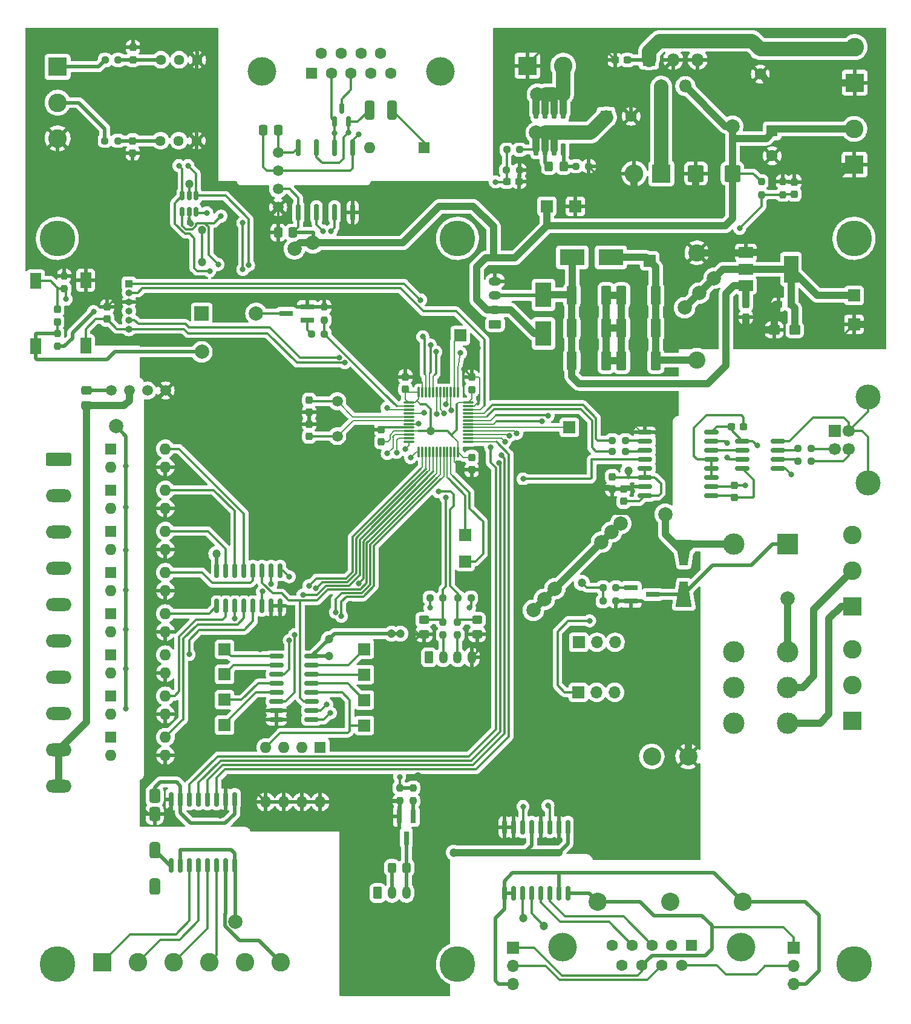
<source format=gbr>
%TF.GenerationSoftware,KiCad,Pcbnew,6.0.5*%
%TF.CreationDate,2022-11-22T12:05:19+03:00*%
%TF.ProjectId,stm32,73746d33-322e-46b6-9963-61645f706362,rev?*%
%TF.SameCoordinates,Original*%
%TF.FileFunction,Copper,L1,Top*%
%TF.FilePolarity,Positive*%
%FSLAX46Y46*%
G04 Gerber Fmt 4.6, Leading zero omitted, Abs format (unit mm)*
G04 Created by KiCad (PCBNEW 6.0.5) date 2022-11-22 12:05:19*
%MOMM*%
%LPD*%
G01*
G04 APERTURE LIST*
G04 Aperture macros list*
%AMRoundRect*
0 Rectangle with rounded corners*
0 $1 Rounding radius*
0 $2 $3 $4 $5 $6 $7 $8 $9 X,Y pos of 4 corners*
0 Add a 4 corners polygon primitive as box body*
4,1,4,$2,$3,$4,$5,$6,$7,$8,$9,$2,$3,0*
0 Add four circle primitives for the rounded corners*
1,1,$1+$1,$2,$3*
1,1,$1+$1,$4,$5*
1,1,$1+$1,$6,$7*
1,1,$1+$1,$8,$9*
0 Add four rect primitives between the rounded corners*
20,1,$1+$1,$2,$3,$4,$5,0*
20,1,$1+$1,$4,$5,$6,$7,0*
20,1,$1+$1,$6,$7,$8,$9,0*
20,1,$1+$1,$8,$9,$2,$3,0*%
%AMOutline4P*
0 Free polygon, 4 corners , with rotation*
0 The origin of the aperture is its center*
0 number of corners: always 4*
0 $1 to $8 corner X, Y*
0 $9 Rotation angle, in degrees counterclockwise*
0 create outline with 4 corners*
4,1,4,$1,$2,$3,$4,$5,$6,$7,$8,$1,$2,$9*%
G04 Aperture macros list end*
%TA.AperFunction,SMDPad,CuDef*%
%ADD10RoundRect,0.237500X0.300000X0.237500X-0.300000X0.237500X-0.300000X-0.237500X0.300000X-0.237500X0*%
%TD*%
%TA.AperFunction,SMDPad,CuDef*%
%ADD11R,1.900000X0.800000*%
%TD*%
%TA.AperFunction,SMDPad,CuDef*%
%ADD12RoundRect,0.237500X0.237500X-0.300000X0.237500X0.300000X-0.237500X0.300000X-0.237500X-0.300000X0*%
%TD*%
%TA.AperFunction,SMDPad,CuDef*%
%ADD13R,2.000000X1.500000*%
%TD*%
%TA.AperFunction,SMDPad,CuDef*%
%ADD14R,2.000000X3.800000*%
%TD*%
%TA.AperFunction,SMDPad,CuDef*%
%ADD15RoundRect,0.237500X0.237500X-0.250000X0.237500X0.250000X-0.237500X0.250000X-0.237500X-0.250000X0*%
%TD*%
%TA.AperFunction,SMDPad,CuDef*%
%ADD16RoundRect,0.249999X-0.450001X-1.075001X0.450001X-1.075001X0.450001X1.075001X-0.450001X1.075001X0*%
%TD*%
%TA.AperFunction,SMDPad,CuDef*%
%ADD17RoundRect,0.250000X-0.400000X-1.075000X0.400000X-1.075000X0.400000X1.075000X-0.400000X1.075000X0*%
%TD*%
%TA.AperFunction,SMDPad,CuDef*%
%ADD18RoundRect,0.250000X-0.475000X0.337500X-0.475000X-0.337500X0.475000X-0.337500X0.475000X0.337500X0*%
%TD*%
%TA.AperFunction,SMDPad,CuDef*%
%ADD19R,1.600000X2.180000*%
%TD*%
%TA.AperFunction,ComponentPad*%
%ADD20R,1.600000X1.600000*%
%TD*%
%TA.AperFunction,ComponentPad*%
%ADD21O,1.600000X1.600000*%
%TD*%
%TA.AperFunction,ComponentPad*%
%ADD22R,2.600000X2.600000*%
%TD*%
%TA.AperFunction,ComponentPad*%
%ADD23C,2.600000*%
%TD*%
%TA.AperFunction,ComponentPad*%
%ADD24C,1.600000*%
%TD*%
%TA.AperFunction,ComponentPad*%
%ADD25R,1.700000X1.700000*%
%TD*%
%TA.AperFunction,ComponentPad*%
%ADD26O,1.700000X1.700000*%
%TD*%
%TA.AperFunction,ComponentPad*%
%ADD27C,5.000000*%
%TD*%
%TA.AperFunction,SMDPad,CuDef*%
%ADD28RoundRect,0.250000X-0.325000X-0.450000X0.325000X-0.450000X0.325000X0.450000X-0.325000X0.450000X0*%
%TD*%
%TA.AperFunction,SMDPad,CuDef*%
%ADD29RoundRect,0.237500X-0.237500X0.300000X-0.237500X-0.300000X0.237500X-0.300000X0.237500X0.300000X0*%
%TD*%
%TA.AperFunction,ComponentPad*%
%ADD30C,2.400000*%
%TD*%
%TA.AperFunction,ComponentPad*%
%ADD31R,2.000000X2.000000*%
%TD*%
%TA.AperFunction,ComponentPad*%
%ADD32C,2.000000*%
%TD*%
%TA.AperFunction,SMDPad,CuDef*%
%ADD33RoundRect,0.237500X-0.237500X0.250000X-0.237500X-0.250000X0.237500X-0.250000X0.237500X0.250000X0*%
%TD*%
%TA.AperFunction,SMDPad,CuDef*%
%ADD34RoundRect,0.237500X0.250000X0.237500X-0.250000X0.237500X-0.250000X-0.237500X0.250000X-0.237500X0*%
%TD*%
%TA.AperFunction,ComponentPad*%
%ADD35RoundRect,0.250000X-1.550000X0.650000X-1.550000X-0.650000X1.550000X-0.650000X1.550000X0.650000X0*%
%TD*%
%TA.AperFunction,ComponentPad*%
%ADD36O,3.600000X1.800000*%
%TD*%
%TA.AperFunction,ComponentPad*%
%ADD37C,4.000000*%
%TD*%
%TA.AperFunction,ComponentPad*%
%ADD38C,2.540000*%
%TD*%
%TA.AperFunction,ComponentPad*%
%ADD39C,1.500000*%
%TD*%
%TA.AperFunction,SMDPad,CuDef*%
%ADD40RoundRect,0.237500X-0.250000X-0.237500X0.250000X-0.237500X0.250000X0.237500X-0.250000X0.237500X0*%
%TD*%
%TA.AperFunction,ComponentPad*%
%ADD41C,1.440000*%
%TD*%
%TA.AperFunction,ComponentPad*%
%ADD42RoundRect,0.250000X-0.350000X-0.625000X0.350000X-0.625000X0.350000X0.625000X-0.350000X0.625000X0*%
%TD*%
%TA.AperFunction,ComponentPad*%
%ADD43O,1.200000X1.750000*%
%TD*%
%TA.AperFunction,SMDPad,CuDef*%
%ADD44RoundRect,0.150000X0.150000X-0.825000X0.150000X0.825000X-0.150000X0.825000X-0.150000X-0.825000X0*%
%TD*%
%TA.AperFunction,SMDPad,CuDef*%
%ADD45RoundRect,0.250000X-0.450000X0.325000X-0.450000X-0.325000X0.450000X-0.325000X0.450000X0.325000X0*%
%TD*%
%TA.AperFunction,SMDPad,CuDef*%
%ADD46RoundRect,0.150000X0.875000X0.150000X-0.875000X0.150000X-0.875000X-0.150000X0.875000X-0.150000X0*%
%TD*%
%TA.AperFunction,SMDPad,CuDef*%
%ADD47RoundRect,0.162500X0.162500X-1.012500X0.162500X1.012500X-0.162500X1.012500X-0.162500X-1.012500X0*%
%TD*%
%TA.AperFunction,SMDPad,CuDef*%
%ADD48RoundRect,0.250000X0.337500X0.475000X-0.337500X0.475000X-0.337500X-0.475000X0.337500X-0.475000X0*%
%TD*%
%TA.AperFunction,ComponentPad*%
%ADD49C,1.700000*%
%TD*%
%TA.AperFunction,ComponentPad*%
%ADD50C,3.500000*%
%TD*%
%TA.AperFunction,ComponentPad*%
%ADD51C,3.000000*%
%TD*%
%TA.AperFunction,ComponentPad*%
%ADD52R,3.000000X3.000000*%
%TD*%
%TA.AperFunction,ComponentPad*%
%ADD53O,2.600000X2.600000*%
%TD*%
%TA.AperFunction,SMDPad,CuDef*%
%ADD54RoundRect,0.150000X-0.825000X-0.150000X0.825000X-0.150000X0.825000X0.150000X-0.825000X0.150000X0*%
%TD*%
%TA.AperFunction,SMDPad,CuDef*%
%ADD55RoundRect,0.150000X0.825000X0.150000X-0.825000X0.150000X-0.825000X-0.150000X0.825000X-0.150000X0*%
%TD*%
%TA.AperFunction,SMDPad,CuDef*%
%ADD56RoundRect,0.150000X-0.150000X0.875000X-0.150000X-0.875000X0.150000X-0.875000X0.150000X0.875000X0*%
%TD*%
%TA.AperFunction,ComponentPad*%
%ADD57R,1.000000X1.000000*%
%TD*%
%TA.AperFunction,ComponentPad*%
%ADD58O,1.000000X1.000000*%
%TD*%
%TA.AperFunction,SMDPad,CuDef*%
%ADD59RoundRect,0.150000X0.150000X-0.587500X0.150000X0.587500X-0.150000X0.587500X-0.150000X-0.587500X0*%
%TD*%
%TA.AperFunction,SMDPad,CuDef*%
%ADD60Outline4P,-1.800000X-1.150000X1.800000X-0.550000X1.800000X0.550000X-1.800000X1.150000X270.000000*%
%TD*%
%TA.AperFunction,SMDPad,CuDef*%
%ADD61Outline4P,-1.800000X-1.150000X1.800000X-0.550000X1.800000X0.550000X-1.800000X1.150000X90.000000*%
%TD*%
%TA.AperFunction,ComponentPad*%
%ADD62RoundRect,0.250000X0.625000X-0.350000X0.625000X0.350000X-0.625000X0.350000X-0.625000X-0.350000X0*%
%TD*%
%TA.AperFunction,ComponentPad*%
%ADD63O,1.750000X1.200000*%
%TD*%
%TA.AperFunction,SMDPad,CuDef*%
%ADD64RoundRect,0.237500X-0.300000X-0.237500X0.300000X-0.237500X0.300000X0.237500X-0.300000X0.237500X0*%
%TD*%
%TA.AperFunction,SMDPad,CuDef*%
%ADD65R,0.800000X1.900000*%
%TD*%
%TA.AperFunction,SMDPad,CuDef*%
%ADD66R,3.500000X2.300000*%
%TD*%
%TA.AperFunction,SMDPad,CuDef*%
%ADD67RoundRect,0.250000X0.875000X0.925000X-0.875000X0.925000X-0.875000X-0.925000X0.875000X-0.925000X0*%
%TD*%
%TA.AperFunction,SMDPad,CuDef*%
%ADD68RoundRect,0.250000X0.537500X0.425000X-0.537500X0.425000X-0.537500X-0.425000X0.537500X-0.425000X0*%
%TD*%
%TA.AperFunction,SMDPad,CuDef*%
%ADD69RoundRect,0.075000X-0.662500X-0.075000X0.662500X-0.075000X0.662500X0.075000X-0.662500X0.075000X0*%
%TD*%
%TA.AperFunction,SMDPad,CuDef*%
%ADD70RoundRect,0.075000X-0.075000X-0.662500X0.075000X-0.662500X0.075000X0.662500X-0.075000X0.662500X0*%
%TD*%
%TA.AperFunction,ComponentPad*%
%ADD71RoundRect,0.381000X-0.381000X0.619000X-0.381000X-0.619000X0.381000X-0.619000X0.381000X0.619000X0*%
%TD*%
%TA.AperFunction,ComponentPad*%
%ADD72RoundRect,0.381000X-0.381000X0.762000X-0.381000X-0.762000X0.381000X-0.762000X0.381000X0.762000X0*%
%TD*%
%TA.AperFunction,ComponentPad*%
%ADD73R,1.800000X1.800000*%
%TD*%
%TA.AperFunction,ComponentPad*%
%ADD74O,1.800000X1.800000*%
%TD*%
%TA.AperFunction,SMDPad,CuDef*%
%ADD75RoundRect,0.150000X0.150000X-0.512500X0.150000X0.512500X-0.150000X0.512500X-0.150000X-0.512500X0*%
%TD*%
%TA.AperFunction,SMDPad,CuDef*%
%ADD76RoundRect,0.150000X0.150000X-0.725000X0.150000X0.725000X-0.150000X0.725000X-0.150000X-0.725000X0*%
%TD*%
%TA.AperFunction,SMDPad,CuDef*%
%ADD77R,2.300000X3.500000*%
%TD*%
%TA.AperFunction,ViaPad*%
%ADD78C,1.200000*%
%TD*%
%TA.AperFunction,ViaPad*%
%ADD79C,0.800000*%
%TD*%
%TA.AperFunction,ViaPad*%
%ADD80C,2.000000*%
%TD*%
%TA.AperFunction,Conductor*%
%ADD81C,0.200000*%
%TD*%
%TA.AperFunction,Conductor*%
%ADD82C,1.000000*%
%TD*%
%TA.AperFunction,Conductor*%
%ADD83C,0.300000*%
%TD*%
%TA.AperFunction,Conductor*%
%ADD84C,0.500000*%
%TD*%
%TA.AperFunction,Conductor*%
%ADD85C,2.000000*%
%TD*%
G04 APERTURE END LIST*
D10*
%TO.P,C17,1*%
%TO.N,+24V*%
X98295000Y-24538500D03*
%TO.P,C17,2*%
%TO.N,GND*%
X96570000Y-24538500D03*
%TD*%
D11*
%TO.P,Q6,1,G*%
%TO.N,Net-(Q6-Pad1)*%
X98803200Y-98364000D03*
%TO.P,Q6,2,S*%
%TO.N,GND*%
X98803200Y-100264000D03*
%TO.P,Q6,3,D*%
%TO.N,Net-(D6-Pad2)*%
X101803200Y-99314000D03*
%TD*%
D12*
%TO.P,C14,1*%
%TO.N,/AIN1*%
X121666000Y-43331300D03*
%TO.P,C14,2*%
%TO.N,GND*%
X121666000Y-41606300D03*
%TD*%
D13*
%TO.P,U10,1,GND*%
%TO.N,GND*%
X114883000Y-51493000D03*
D14*
%TO.P,U10,2,VO*%
%TO.N,+3.3V*%
X121183000Y-53793000D03*
D13*
X114883000Y-53793000D03*
%TO.P,U10,3,VI*%
%TO.N,/4.6V*%
X114883000Y-56093000D03*
%TD*%
D15*
%TO.P,R7,1*%
%TO.N,Net-(Q4-Pad1)*%
X68294000Y-128193200D03*
%TO.P,R7,2*%
%TO.N,/PWM*%
X68294000Y-126368200D03*
%TD*%
%TO.P,R1,1*%
%TO.N,Net-(J9-Pad4)*%
X18491200Y-64613800D03*
%TO.P,R1,2*%
%TO.N,+3.3V*%
X18491200Y-62788800D03*
%TD*%
D16*
%TO.P,R23,1*%
%TO.N,/4.6V*%
X90500000Y-62048000D03*
%TO.P,R23,2*%
%TO.N,Net-(R22-Pad2)*%
X95300000Y-62048000D03*
%TD*%
D17*
%TO.P,R28,1*%
%TO.N,/CANH*%
X62204600Y-31521400D03*
%TO.P,R28,2*%
%TO.N,Net-(R28-Pad2)*%
X65304600Y-31521400D03*
%TD*%
D18*
%TO.P,C3,1*%
%TO.N,/E5*%
X22606000Y-70793700D03*
%TO.P,C3,2*%
%TO.N,/Egnd*%
X22606000Y-72868700D03*
%TD*%
D19*
%TO.P,SW3,1,1*%
%TO.N,/boot*%
X15458000Y-55430400D03*
%TO.P,SW3,2,2*%
%TO.N,+3.3V*%
X15458000Y-64610400D03*
%TD*%
D20*
%TO.P,U17,1*%
%TO.N,Net-(R37-Pad2)*%
X26000000Y-113511428D03*
D21*
%TO.P,U17,2*%
%TO.N,/Optocouple6/EXTi*%
X26000000Y-116051428D03*
%TO.P,U17,3*%
%TO.N,GND*%
X33620000Y-116051428D03*
%TO.P,U17,4*%
%TO.N,/Optocouple6/In*%
X33620000Y-113511428D03*
%TD*%
D22*
%TO.P,J27,1,Pin_1*%
%TO.N,GND*%
X130047000Y-39183500D03*
D23*
%TO.P,J27,2,Pin_2*%
%TO.N,+5V*%
X130047000Y-34183500D03*
%TD*%
D20*
%TO.P,C19,1*%
%TO.N,+24V*%
X95298349Y-32412500D03*
D24*
%TO.P,C19,2*%
%TO.N,GND*%
X98798349Y-32412500D03*
%TD*%
D20*
%TO.P,C28,1*%
%TO.N,+5V*%
X118541000Y-34444500D03*
D24*
%TO.P,C28,2*%
%TO.N,GND*%
X118541000Y-37944500D03*
%TD*%
D25*
%TO.P,JP4,1,A*%
%TO.N,Net-(J18-Pad8)*%
X121583400Y-148695700D03*
D26*
%TO.P,JP4,2,C*%
%TO.N,/SSI_Z*%
X121583400Y-151235700D03*
%TO.P,JP4,3,B*%
%TO.N,GND2*%
X121583400Y-153775700D03*
%TD*%
D25*
%TO.P,J16,1,Pin_1*%
%TO.N,Net-(J16-Pad1)*%
X75590400Y-94691200D03*
%TD*%
%TO.P,TP4,1,1*%
%TO.N,+3.3V*%
X130000000Y-57500000D03*
%TD*%
D27*
%TO.P,P3,1,P1*%
%TO.N,unconnected-(P3-Pad1)*%
X18500000Y-151000000D03*
%TD*%
D28*
%TO.P,D3,1,K*%
%TO.N,+5V*%
X65338600Y-137540400D03*
%TO.P,D3,2,A*%
%TO.N,/G1*%
X67388600Y-137540400D03*
%TD*%
D29*
%TO.P,C12,1*%
%TO.N,GND*%
X29078200Y-22787400D03*
%TO.P,C12,2*%
%TO.N,Net-(C12-Pad2)*%
X29078200Y-24512400D03*
%TD*%
%TO.P,C24,1*%
%TO.N,/4.6V*%
X114858000Y-58772500D03*
%TO.P,C24,2*%
%TO.N,GND*%
X114858000Y-60497500D03*
%TD*%
D20*
%TO.P,SW4,1*%
%TO.N,Net-(R28-Pad2)*%
X69814600Y-36804600D03*
D21*
%TO.P,SW4,2*%
%TO.N,/CANL*%
X62194600Y-36804600D03*
%TD*%
D30*
%TO.P,C22,1*%
%TO.N,Net-(C22-Pad1)*%
X108000000Y-66500000D03*
%TO.P,C22,2*%
%TO.N,GND*%
X108000000Y-51500000D03*
%TD*%
D25*
%TO.P,JP2,1,A*%
%TO.N,/SPI1_MISO*%
X91420000Y-113000000D03*
D26*
%TO.P,JP2,2,C*%
%TO.N,/Rx422*%
X93960000Y-113000000D03*
%TO.P,JP2,3,B*%
%TO.N,/USART1Rx*%
X96500000Y-113000000D03*
%TD*%
D20*
%TO.P,U15,1*%
%TO.N,Net-(R35-Pad2)*%
X26000000Y-101985714D03*
D21*
%TO.P,U15,2*%
%TO.N,/Optocouple4/EXTi*%
X26000000Y-104525714D03*
%TO.P,U15,3*%
%TO.N,GND*%
X33620000Y-104525714D03*
%TO.P,U15,4*%
%TO.N,/Optocouple4/In*%
X33620000Y-101985714D03*
%TD*%
D22*
%TO.P,J20,1,Pin_1*%
%TO.N,Net-(J20-Pad1)*%
X24749600Y-150787800D03*
D23*
%TO.P,J20,2,Pin_2*%
%TO.N,Net-(J20-Pad2)*%
X29749600Y-150787800D03*
%TO.P,J20,3,Pin_3*%
%TO.N,Net-(J20-Pad3)*%
X34749600Y-150787800D03*
%TO.P,J20,4,Pin_4*%
%TO.N,Net-(J20-Pad4)*%
X39749600Y-150787800D03*
%TO.P,J20,5,Pin_5*%
%TO.N,Net-(J20-Pad5)*%
X44749600Y-150787800D03*
%TO.P,J20,6,Pin_6*%
%TO.N,Net-(J20-Pad6)*%
X49749600Y-150787800D03*
%TD*%
D10*
%TO.P,C20,1*%
%TO.N,Net-(C20-Pad1)*%
X114540000Y-75868200D03*
%TO.P,C20,2*%
%TO.N,Net-(C20-Pad2)*%
X112815000Y-75868200D03*
%TD*%
D25*
%TO.P,TP2,1,1*%
%TO.N,GND*%
X130000000Y-61500000D03*
%TD*%
D15*
%TO.P,R16,1*%
%TO.N,/Buzzer*%
X55882400Y-60910600D03*
%TO.P,R16,2*%
%TO.N,GND*%
X55882400Y-59085600D03*
%TD*%
D31*
%TO.P,BZ1,1,-*%
%TO.N,+3.3V*%
X38700000Y-60000000D03*
D32*
%TO.P,BZ1,2,+*%
%TO.N,Net-(BZ1-Pad2)*%
X46300000Y-60000000D03*
%TD*%
D33*
%TO.P,R10,1*%
%TO.N,/PWM*%
X66414400Y-126368200D03*
%TO.P,R10,2*%
%TO.N,GND*%
X66414400Y-128193200D03*
%TD*%
D27*
%TO.P,P5,1,P1*%
%TO.N,unconnected-(P5-Pad1)*%
X130000000Y-49500000D03*
%TD*%
D25*
%TO.P,J15,1,Pin_1*%
%TO.N,Net-(J15-Pad1)*%
X75590400Y-90982800D03*
%TD*%
D16*
%TO.P,R22,1*%
%TO.N,/4.6V*%
X90500000Y-57467000D03*
%TO.P,R22,2*%
%TO.N,Net-(R22-Pad2)*%
X95300000Y-57467000D03*
%TD*%
D33*
%TO.P,R12,1*%
%TO.N,+5V*%
X117043200Y-41555500D03*
%TO.P,R12,2*%
%TO.N,/AIN1*%
X117043200Y-43380500D03*
%TD*%
D34*
%TO.P,R15,1*%
%TO.N,Net-(C13-Pad2)*%
X26970000Y-35843000D03*
%TO.P,R15,2*%
%TO.N,Net-(J21-Pad2)*%
X25145000Y-35843000D03*
%TD*%
D35*
%TO.P,J30,1,Pin_1*%
%TO.N,/Optocouple1/EXTi*%
X18683400Y-80398958D03*
D36*
%TO.P,J30,2,Pin_2*%
%TO.N,/Optocouple2/EXTi*%
X18683400Y-85478958D03*
%TO.P,J30,3,Pin_3*%
%TO.N,/Optocouple/EXTi*%
X18683400Y-90558958D03*
%TO.P,J30,4,Pin_4*%
%TO.N,/Optocouple3/EXTi*%
X18683400Y-95638958D03*
%TO.P,J30,5,Pin_5*%
%TO.N,/Optocouple4/EXTi*%
X18683400Y-100718958D03*
%TO.P,J30,6,Pin_6*%
%TO.N,/Optocouple5/EXTi*%
X18683400Y-105798958D03*
%TO.P,J30,7,Pin_7*%
%TO.N,/Optocouple6/EXTi*%
X18683400Y-110878958D03*
%TO.P,J30,8,Pin_8*%
%TO.N,/Optocouple7/EXTi*%
X18683400Y-115958958D03*
%TO.P,J30,9,Pin_9*%
%TO.N,/Egnd*%
X18683400Y-121038958D03*
%TO.P,J30,10,Pin_10*%
X18683400Y-126118958D03*
%TD*%
D37*
%TO.P,J28,0*%
%TO.N,N/C*%
X47111000Y-26116000D03*
X72111000Y-26116000D03*
D20*
%TO.P,J28,1,1*%
%TO.N,unconnected-(J28-Pad1)*%
X54071000Y-26416000D03*
D24*
%TO.P,J28,2,2*%
%TO.N,/CANL*%
X56841000Y-26416000D03*
%TO.P,J28,3,3*%
%TO.N,GND1*%
X59611000Y-26416000D03*
%TO.P,J28,4,4*%
%TO.N,unconnected-(J28-Pad4)*%
X62381000Y-26416000D03*
%TO.P,J28,5,5*%
%TO.N,unconnected-(J28-Pad5)*%
X65151000Y-26416000D03*
%TO.P,J28,6,6*%
%TO.N,unconnected-(J28-Pad6)*%
X55456000Y-23576000D03*
%TO.P,J28,7,7*%
%TO.N,/CANH*%
X58226000Y-23576000D03*
%TO.P,J28,8,8*%
%TO.N,unconnected-(J28-Pad8)*%
X60996000Y-23576000D03*
%TO.P,J28,9,9*%
%TO.N,unconnected-(J28-Pad9)*%
X63766000Y-23576000D03*
%TD*%
D38*
%TO.P,Q2,1,GND*%
%TO.N,GND*%
X106781600Y-121970800D03*
%TO.P,Q2,2,Vin*%
%TO.N,+24V*%
X101701600Y-121970800D03*
%TO.P,Q2,3,+Vo*%
%TO.N,Net-(J18-Pad8)*%
X94081600Y-142290800D03*
%TO.P,Q2,4*%
%TO.N,N/C*%
X104241600Y-142290800D03*
%TO.P,Q2,5,0V*%
%TO.N,GND2*%
X114401600Y-142290800D03*
%TD*%
D29*
%TO.P,C6,1*%
%TO.N,/OSCIN*%
X53741600Y-72111100D03*
%TO.P,C6,2*%
%TO.N,GND*%
X53741600Y-73836100D03*
%TD*%
D34*
%TO.P,R18,1*%
%TO.N,Net-(Q6-Pad1)*%
X96670500Y-98348800D03*
%TO.P,R18,2*%
%TO.N,/Relay*%
X94845500Y-98348800D03*
%TD*%
D11*
%TO.P,Q5,1,G*%
%TO.N,Net-(Q5-Pad1)*%
X53521600Y-60950000D03*
%TO.P,Q5,2,S*%
%TO.N,GND*%
X53521600Y-59050000D03*
%TO.P,Q5,3,D*%
%TO.N,Net-(BZ1-Pad2)*%
X50521600Y-60000000D03*
%TD*%
D34*
%TO.P,R19,1*%
%TO.N,Net-(R19-Pad1)*%
X98004600Y-77747800D03*
%TO.P,R19,2*%
%TO.N,/usbDP*%
X96179600Y-77747800D03*
%TD*%
D39*
%TO.P,Y1,1,1*%
%TO.N,/OSCIN*%
X57678600Y-72276200D03*
%TO.P,Y1,2,2*%
%TO.N,/OSCOUT*%
X57678600Y-77156200D03*
%TD*%
D12*
%TO.P,C10,1*%
%TO.N,GND*%
X76500000Y-81862500D03*
%TO.P,C10,2*%
%TO.N,+3.3V*%
X76500000Y-80137500D03*
%TD*%
D39*
%TO.P,Q8,1,GND*%
%TO.N,GND*%
X49384800Y-45143469D03*
%TO.P,Q8,2,Vin*%
%TO.N,+5V*%
X49384800Y-42603469D03*
%TO.P,Q8,3,0V*%
%TO.N,GND1*%
X49384800Y-40063469D03*
%TO.P,Q8,4,+Vo*%
%TO.N,Net-(C23-Pad1)*%
X49384800Y-37523469D03*
%TD*%
D34*
%TO.P,R17,1*%
%TO.N,GND*%
X96672400Y-100253800D03*
%TO.P,R17,2*%
%TO.N,/Relay*%
X94847400Y-100253800D03*
%TD*%
D40*
%TO.P,R4,1*%
%TO.N,/I2C1_SDA*%
X74559400Y-99795000D03*
%TO.P,R4,2*%
%TO.N,+3.3V*%
X76384400Y-99795000D03*
%TD*%
D27*
%TO.P,P6,1,P1*%
%TO.N,unconnected-(P6-Pad1)*%
X74500000Y-49500000D03*
%TD*%
D22*
%TO.P,J25,1,Pin_1*%
%TO.N,/NO1*%
X129805000Y-101000000D03*
D23*
%TO.P,J25,2,Pin_2*%
%TO.N,/COM1*%
X129805000Y-96000000D03*
%TO.P,J25,3,Pin_3*%
%TO.N,/NC1*%
X129805000Y-91000000D03*
%TD*%
D25*
%TO.P,J3,1,Pin_1*%
%TO.N,Net-(J3-Pad1)*%
X41914200Y-106994800D03*
%TD*%
%TO.P,TP3,1,1*%
%TO.N,GND*%
X91000000Y-45000000D03*
%TD*%
D15*
%TO.P,R5,1*%
%TO.N,Net-(J19-Pad2)*%
X72472800Y-104972800D03*
%TO.P,R5,2*%
%TO.N,/I2C1_SCL*%
X72472800Y-103147800D03*
%TD*%
D41*
%TO.P,RV1,1,1*%
%TO.N,GND*%
X38079800Y-24514600D03*
%TO.P,RV1,2,2*%
%TO.N,/AIN2*%
X35539800Y-24514600D03*
%TO.P,RV1,3,3*%
%TO.N,Net-(C12-Pad2)*%
X32999800Y-24514600D03*
%TD*%
D16*
%TO.P,R24,1*%
%TO.N,/4.6V*%
X90500000Y-66620000D03*
%TO.P,R24,2*%
%TO.N,Net-(R22-Pad2)*%
X95300000Y-66620000D03*
%TD*%
D34*
%TO.P,R29,1*%
%TO.N,Net-(J29-Pad3)*%
X123988800Y-80694200D03*
%TO.P,R29,2*%
%TO.N,Net-(D8-Pad2)*%
X122163800Y-80694200D03*
%TD*%
D42*
%TO.P,J19,1,Pin_1*%
%TO.N,+3.3V*%
X70500000Y-108099400D03*
D43*
%TO.P,J19,2,Pin_2*%
%TO.N,Net-(J19-Pad2)*%
X72500000Y-108099400D03*
%TO.P,J19,3,Pin_3*%
%TO.N,Net-(J19-Pad3)*%
X74500000Y-108099400D03*
%TO.P,J19,4,Pin_4*%
%TO.N,GND*%
X76500000Y-108099400D03*
%TD*%
D44*
%TO.P,U2,1,A4*%
%TO.N,/Optocouple4/In*%
X40808200Y-100916486D03*
%TO.P,U2,2,A6*%
%TO.N,/Optocouple6/In*%
X42078200Y-100916486D03*
%TO.P,U2,3,A*%
%TO.N,/DIN*%
X43348200Y-100916486D03*
%TO.P,U2,4,A7*%
%TO.N,/Optocouple7/In*%
X44618200Y-100916486D03*
%TO.P,U2,5,A5*%
%TO.N,/Optocouple5/In*%
X45888200Y-100916486D03*
%TO.P,U2,6,~{E}*%
%TO.N,/DEN1*%
X47158200Y-100916486D03*
%TO.P,U2,7,VEE*%
%TO.N,GND*%
X48428200Y-100916486D03*
%TO.P,U2,8,GND*%
X49698200Y-100916486D03*
%TO.P,U2,9,S2*%
%TO.N,/Addr2*%
X49698200Y-95966486D03*
%TO.P,U2,10,S1*%
%TO.N,/Addr1*%
X48428200Y-95966486D03*
%TO.P,U2,11,S0*%
%TO.N,/Addr0*%
X47158200Y-95966486D03*
%TO.P,U2,12,A3*%
%TO.N,/Optocouple3/In*%
X45888200Y-95966486D03*
%TO.P,U2,13,A0*%
%TO.N,/Optocouple1/In*%
X44618200Y-95966486D03*
%TO.P,U2,14,A1*%
%TO.N,/Optocouple2/In*%
X43348200Y-95966486D03*
%TO.P,U2,15,A2*%
%TO.N,/Optocouple/In*%
X42078200Y-95966486D03*
%TO.P,U2,16,VCC*%
%TO.N,+3.3V*%
X40808200Y-95966486D03*
%TD*%
D45*
%TO.P,D2,1,K*%
%TO.N,/I2C1_SDA*%
X77248000Y-102843000D03*
%TO.P,D2,2,A*%
%TO.N,GND*%
X77248000Y-104893000D03*
%TD*%
D46*
%TO.P,U7,1,VBUS1*%
%TO.N,Net-(C21-Pad1)*%
X110046000Y-85494800D03*
%TO.P,U7,2,GND1*%
%TO.N,Net-(C20-Pad2)*%
X110046000Y-84224800D03*
%TO.P,U7,3,VDD1*%
%TO.N,Net-(C20-Pad1)*%
X110046000Y-82954800D03*
%TO.P,U7,4,PDEN*%
X110046000Y-81684800D03*
%TO.P,U7,5,SPU*%
X110046000Y-80414800D03*
%TO.P,U7,6,UD-*%
%TO.N,Net-(D8-Pad6)*%
X110046000Y-79144800D03*
%TO.P,U7,7,UD+*%
%TO.N,Net-(D8-Pad7)*%
X110046000Y-77874800D03*
%TO.P,U7,8,GND1*%
%TO.N,Net-(C20-Pad2)*%
X110046000Y-76604800D03*
%TO.P,U7,9,GND2*%
%TO.N,GND*%
X100746000Y-76604800D03*
%TO.P,U7,10,DD+*%
%TO.N,Net-(R19-Pad1)*%
X100746000Y-77874800D03*
%TO.P,U7,11,DD-*%
%TO.N,Net-(R20-Pad1)*%
X100746000Y-79144800D03*
%TO.P,U7,12,PIN*%
%TO.N,/USBpullup*%
X100746000Y-80414800D03*
%TO.P,U7,13,SPD*%
%TO.N,+3.3V*%
X100746000Y-81684800D03*
%TO.P,U7,14,VDD2*%
X100746000Y-82954800D03*
%TO.P,U7,15,GND2*%
%TO.N,GND*%
X100746000Y-84224800D03*
%TO.P,U7,16,VBUS2*%
%TO.N,+3.3V*%
X100746000Y-85494800D03*
%TD*%
D47*
%TO.P,U8,1,VCC1*%
%TO.N,+5V*%
X52229600Y-45858469D03*
%TO.P,U8,2,RXD*%
%TO.N,/CAN_Rx*%
X54769600Y-45858469D03*
%TO.P,U8,3,TXD*%
%TO.N,/CAN_Tx*%
X57309600Y-45858469D03*
%TO.P,U8,4,GND1*%
%TO.N,GND*%
X59849600Y-45858469D03*
%TO.P,U8,5,GND2*%
%TO.N,GND1*%
X59849600Y-36808469D03*
%TO.P,U8,6,CANL*%
%TO.N,/CANL*%
X57309600Y-36808469D03*
%TO.P,U8,7,CANH*%
%TO.N,/CANH*%
X54769600Y-36808469D03*
%TO.P,U8,8,VCC2*%
%TO.N,Net-(C23-Pad1)*%
X52229600Y-36808469D03*
%TD*%
D25*
%TO.P,J1,1,Pin_1*%
%TO.N,Net-(J1-Pad1)*%
X61472200Y-114081400D03*
%TD*%
D48*
%TO.P,C23,1*%
%TO.N,Net-(C23-Pad1)*%
X49377000Y-34323069D03*
%TO.P,C23,2*%
%TO.N,GND1*%
X47302000Y-34323069D03*
%TD*%
D34*
%TO.P,R3,1*%
%TO.N,/I2C1_SCL*%
X72472800Y-99795000D03*
%TO.P,R3,2*%
%TO.N,+3.3V*%
X70647800Y-99795000D03*
%TD*%
%TO.P,R20,1*%
%TO.N,Net-(R20-Pad1)*%
X98004600Y-79297200D03*
%TO.P,R20,2*%
%TO.N,/usbDM*%
X96179600Y-79297200D03*
%TD*%
D25*
%TO.P,J2,1,Pin_1*%
%TO.N,Net-(J2-Pad1)*%
X61472200Y-110525400D03*
%TD*%
D12*
%TO.P,C21,1*%
%TO.N,Net-(C21-Pad1)*%
X113270000Y-85774200D03*
%TO.P,C21,2*%
%TO.N,Net-(C20-Pad2)*%
X113270000Y-84049200D03*
%TD*%
D25*
%TO.P,J29,1,VBUS*%
%TO.N,Net-(D8-Pad1)*%
X127290000Y-76429200D03*
D49*
%TO.P,J29,2,D-*%
%TO.N,Net-(J29-Pad2)*%
X127290000Y-78929200D03*
%TO.P,J29,3,D+*%
%TO.N,Net-(J29-Pad3)*%
X129290000Y-78929200D03*
%TO.P,J29,4,GND*%
%TO.N,Net-(D8-Pad4)*%
X129290000Y-76429200D03*
D50*
%TO.P,J29,5,Shield*%
X132000000Y-71659200D03*
X132000000Y-83699200D03*
%TD*%
D51*
%TO.P,K1,11*%
%TO.N,/COM1*%
X120707500Y-112292500D03*
%TO.P,K1,12*%
%TO.N,/NC1*%
X120707500Y-107292500D03*
%TO.P,K1,14*%
%TO.N,/NO1*%
X120707500Y-117292500D03*
%TO.P,K1,21*%
%TO.N,/COM2*%
X113207500Y-112292500D03*
%TO.P,K1,22*%
%TO.N,/NC2*%
X113207500Y-107292500D03*
%TO.P,K1,24*%
%TO.N,/NO2*%
X113207500Y-117292500D03*
D52*
%TO.P,K1,A1*%
%TO.N,Net-(D6-Pad2)*%
X120707500Y-92292500D03*
D51*
%TO.P,K1,A2*%
%TO.N,+24V*%
X113207500Y-92292500D03*
%TD*%
D25*
%TO.P,J5,1,Pin_1*%
%TO.N,Net-(J5-Pad1)*%
X41914200Y-110500000D03*
%TD*%
%TO.P,JP3,1,A*%
%TO.N,Net-(J18-Pad8)*%
X82289600Y-148695700D03*
D26*
%TO.P,JP3,2,C*%
%TO.N,/SSI_VR*%
X82289600Y-151235700D03*
%TO.P,JP3,3,B*%
%TO.N,GND2*%
X82289600Y-153775700D03*
%TD*%
D20*
%TO.P,U14,1*%
%TO.N,Net-(R34-Pad2)*%
X26000000Y-96222857D03*
D21*
%TO.P,U14,2*%
%TO.N,/Optocouple3/EXTi*%
X26000000Y-98762857D03*
%TO.P,U14,3*%
%TO.N,GND*%
X33620000Y-98762857D03*
%TO.P,U14,4*%
%TO.N,/Optocouple3/In*%
X33620000Y-96222857D03*
%TD*%
D40*
%TO.P,R21,1*%
%TO.N,Net-(D4-Pad2)*%
X91062000Y-39397500D03*
%TO.P,R21,2*%
%TO.N,GND*%
X92887000Y-39397500D03*
%TD*%
D12*
%TO.P,C13,1*%
%TO.N,GND*%
X29027400Y-37568000D03*
%TO.P,C13,2*%
%TO.N,Net-(C13-Pad2)*%
X29027400Y-35843000D03*
%TD*%
D22*
%TO.P,D10,1,K*%
%TO.N,Net-(D10-Pad1)*%
X103027000Y-40413500D03*
D53*
%TO.P,D10,2,A*%
%TO.N,GND*%
X99217000Y-40413500D03*
%TD*%
D29*
%TO.P,C9,1*%
%TO.N,GND*%
X76500000Y-68910700D03*
%TO.P,C9,2*%
%TO.N,+3.3V*%
X76500000Y-70635700D03*
%TD*%
D19*
%TO.P,SW1,1,1*%
%TO.N,/rst*%
X22458000Y-64520400D03*
%TO.P,SW1,2,2*%
%TO.N,GND*%
X22458000Y-55340400D03*
%TD*%
D10*
%TO.P,C25,1*%
%TO.N,+3.3V*%
X121181500Y-58746000D03*
%TO.P,C25,2*%
%TO.N,GND*%
X119456500Y-58746000D03*
%TD*%
D54*
%TO.P,U1,1,A4*%
%TO.N,Net-(J3-Pad1)*%
X49152000Y-107950000D03*
%TO.P,U1,2,A6*%
%TO.N,Net-(J5-Pad1)*%
X49152000Y-109220000D03*
%TO.P,U1,3,A*%
%TO.N,/DIN*%
X49152000Y-110490000D03*
%TO.P,U1,4,A7*%
%TO.N,Net-(J6-Pad1)*%
X49152000Y-111760000D03*
%TO.P,U1,5,A5*%
%TO.N,Net-(J4-Pad1)*%
X49152000Y-113030000D03*
%TO.P,U1,6,~{E}*%
%TO.N,/DEN0*%
X49152000Y-114300000D03*
%TO.P,U1,7,VEE*%
%TO.N,GND*%
X49152000Y-115570000D03*
%TO.P,U1,8,GND*%
X49152000Y-116840000D03*
%TO.P,U1,9,S2*%
%TO.N,/Addr2*%
X54102000Y-116840000D03*
%TO.P,U1,10,S1*%
%TO.N,/Addr1*%
X54102000Y-115570000D03*
%TO.P,U1,11,S0*%
%TO.N,/Addr0*%
X54102000Y-114300000D03*
%TO.P,U1,12,A3*%
%TO.N,Net-(J8-Pad1)*%
X54102000Y-113030000D03*
%TO.P,U1,13,A0*%
%TO.N,Net-(J1-Pad1)*%
X54102000Y-111760000D03*
%TO.P,U1,14,A1*%
%TO.N,Net-(J2-Pad1)*%
X54102000Y-110490000D03*
%TO.P,U1,15,A2*%
%TO.N,Net-(J7-Pad1)*%
X54102000Y-109220000D03*
%TO.P,U1,16,VCC*%
%TO.N,+3.3V*%
X54102000Y-107950000D03*
%TD*%
D55*
%TO.P,D8,1,VCC*%
%TO.N,Net-(D8-Pad1)*%
X119315200Y-81659400D03*
%TO.P,D8,2,I/O1*%
%TO.N,Net-(D8-Pad2)*%
X119315200Y-80389400D03*
%TO.P,D8,3,I/O2*%
%TO.N,Net-(D8-Pad3)*%
X119315200Y-79119400D03*
%TO.P,D8,4,GND*%
%TO.N,Net-(D8-Pad4)*%
X119315200Y-77849400D03*
%TO.P,D8,5,GND*%
%TO.N,Net-(C20-Pad2)*%
X114365200Y-77849400D03*
%TO.P,D8,6,I/O2*%
%TO.N,Net-(D8-Pad6)*%
X114365200Y-79119400D03*
%TO.P,D8,7,I/O1*%
%TO.N,Net-(D8-Pad7)*%
X114365200Y-80389400D03*
%TO.P,D8,8,VCC*%
%TO.N,Net-(C21-Pad1)*%
X114365200Y-81659400D03*
%TD*%
D29*
%TO.P,C7,1*%
%TO.N,GND*%
X63825400Y-76227000D03*
%TO.P,C7,2*%
%TO.N,+3.3V*%
X63825400Y-77952000D03*
%TD*%
D37*
%TO.P,J18,0*%
%TO.N,N/C*%
X114205200Y-148658169D03*
X89205200Y-148658169D03*
D20*
%TO.P,J18,1,1*%
%TO.N,Net-(J18-Pad1)*%
X107245200Y-148358169D03*
D24*
%TO.P,J18,2,2*%
%TO.N,Net-(J18-Pad2)*%
X104475200Y-148358169D03*
%TO.P,J18,3,3*%
%TO.N,Net-(J18-Pad3)*%
X101705200Y-148358169D03*
%TO.P,J18,4,4*%
%TO.N,Net-(J18-Pad4)*%
X98935200Y-148358169D03*
%TO.P,J18,5,5*%
%TO.N,GND2*%
X96165200Y-148358169D03*
%TO.P,J18,6,6*%
%TO.N,/SSI_Z*%
X105860200Y-151198169D03*
%TO.P,J18,7,7*%
%TO.N,/SSI_VR*%
X103090200Y-151198169D03*
%TO.P,J18,8,8*%
%TO.N,Net-(J18-Pad8)*%
X100320200Y-151198169D03*
%TO.P,J18,9,9*%
%TO.N,unconnected-(J18-Pad9)*%
X97550200Y-151198169D03*
%TD*%
D34*
%TO.P,R8,1*%
%TO.N,+24V*%
X83208500Y-37084000D03*
%TO.P,R8,2*%
%TO.N,/AIN0*%
X81383500Y-37084000D03*
%TD*%
D48*
%TO.P,C15,1*%
%TO.N,+5V*%
X51485200Y-48674069D03*
%TO.P,C15,2*%
%TO.N,GND*%
X49410200Y-48674069D03*
%TD*%
D41*
%TO.P,RV2,1,1*%
%TO.N,GND*%
X38029000Y-35843000D03*
%TO.P,RV2,2,2*%
%TO.N,/AIN3*%
X35489000Y-35843000D03*
%TO.P,RV2,3,3*%
%TO.N,Net-(C13-Pad2)*%
X32949000Y-35843000D03*
%TD*%
D25*
%TO.P,J8,1,Pin_1*%
%TO.N,Net-(J8-Pad1)*%
X61472200Y-117637400D03*
%TD*%
%TO.P,J17,1,Pin_1*%
%TO.N,Net-(J17-Pad1)*%
X74879200Y-63093600D03*
%TD*%
D12*
%TO.P,C16,1*%
%TO.N,+3.3V*%
X97750600Y-86280000D03*
%TO.P,C16,2*%
%TO.N,GND*%
X97750600Y-84555000D03*
%TD*%
D34*
%TO.P,R30,1*%
%TO.N,Net-(J29-Pad2)*%
X123985000Y-78916200D03*
%TO.P,R30,2*%
%TO.N,Net-(D8-Pad3)*%
X122160000Y-78916200D03*
%TD*%
D15*
%TO.P,R2,1*%
%TO.N,/boot*%
X19465200Y-56540400D03*
%TO.P,R2,2*%
%TO.N,GND*%
X19465200Y-54715400D03*
%TD*%
D56*
%TO.P,U5,1,VCC1*%
%TO.N,+5V*%
X43352600Y-127951400D03*
%TO.P,U5,2,GND1*%
%TO.N,GND*%
X42082600Y-127951400D03*
%TO.P,U5,3,INA*%
%TO.N,/SPI2_NSS*%
X40812600Y-127951400D03*
%TO.P,U5,4,INB*%
%TO.N,/SPI2_SCK*%
X39542600Y-127951400D03*
%TO.P,U5,5,INC*%
%TO.N,/SPI2_MOSI*%
X38272600Y-127951400D03*
%TO.P,U5,6,OUTD*%
%TO.N,/SPI2_MISO*%
X37002600Y-127951400D03*
%TO.P,U5,7,EN1*%
%TO.N,+5V*%
X35732600Y-127951400D03*
%TO.P,U5,8,GND1*%
%TO.N,GND*%
X34462600Y-127951400D03*
%TO.P,U5,9,GND2*%
%TO.N,Net-(J20-Pad6)*%
X34462600Y-137251400D03*
%TO.P,U5,10,EN2*%
%TO.N,Net-(J20-Pad5)*%
X35732600Y-137251400D03*
%TO.P,U5,11,IND*%
%TO.N,Net-(J20-Pad1)*%
X37002600Y-137251400D03*
%TO.P,U5,12,OUTC*%
%TO.N,Net-(J20-Pad2)*%
X38272600Y-137251400D03*
%TO.P,U5,13,OUTB*%
%TO.N,Net-(J20-Pad3)*%
X39542600Y-137251400D03*
%TO.P,U5,14,OUTA*%
%TO.N,Net-(J20-Pad4)*%
X40812600Y-137251400D03*
%TO.P,U5,15,GND2*%
%TO.N,Net-(J20-Pad6)*%
X42082600Y-137251400D03*
%TO.P,U5,16,VCC2*%
%TO.N,Net-(J20-Pad5)*%
X43352600Y-137251400D03*
%TD*%
D22*
%TO.P,J21,1,Pin_1*%
%TO.N,Net-(J21-Pad1)*%
X18526000Y-25500000D03*
D23*
%TO.P,J21,2,Pin_2*%
%TO.N,Net-(J21-Pad2)*%
X18526000Y-30500000D03*
%TO.P,J21,3,Pin_3*%
%TO.N,GND*%
X18526000Y-35500000D03*
%TD*%
D57*
%TO.P,J9,1,Pin_1*%
%TO.N,/SWCLK*%
X28525000Y-55825000D03*
D58*
%TO.P,J9,2,Pin_2*%
%TO.N,/SWDIO*%
X28525000Y-57095000D03*
%TO.P,J9,3,Pin_3*%
%TO.N,GND*%
X28525000Y-58365000D03*
%TO.P,J9,4,Pin_4*%
%TO.N,Net-(J9-Pad4)*%
X28525000Y-59635000D03*
%TO.P,J9,5,Pin_5*%
%TO.N,/boot*%
X28525000Y-60905000D03*
%TO.P,J9,6,Pin_6*%
%TO.N,/rst*%
X28525000Y-62175000D03*
%TD*%
D20*
%TO.P,U16,1*%
%TO.N,Net-(R36-Pad2)*%
X26000000Y-107748571D03*
D21*
%TO.P,U16,2*%
%TO.N,/Optocouple5/EXTi*%
X26000000Y-110288571D03*
%TO.P,U16,3*%
%TO.N,GND*%
X33620000Y-110288571D03*
%TO.P,U16,4*%
%TO.N,/Optocouple5/In*%
X33620000Y-107748571D03*
%TD*%
D20*
%TO.P,C18,1*%
%TO.N,+24V*%
X116890000Y-23012849D03*
D24*
%TO.P,C18,2*%
%TO.N,GND*%
X116890000Y-26512849D03*
%TD*%
D39*
%TO.P,Q1,1,GND*%
%TO.N,GND*%
X33645400Y-70780886D03*
%TO.P,Q1,2,Vin*%
%TO.N,+5V*%
X31105400Y-70780886D03*
%TO.P,Q1,3,0V*%
%TO.N,/Egnd*%
X28565400Y-70780886D03*
%TO.P,Q1,4,+Vo*%
%TO.N,/E5*%
X26025400Y-70780886D03*
%TD*%
D20*
%TO.P,U13,1*%
%TO.N,Net-(R33-Pad2)*%
X26000000Y-84697143D03*
D21*
%TO.P,U13,2*%
%TO.N,/Optocouple2/EXTi*%
X26000000Y-87237143D03*
%TO.P,U13,3*%
%TO.N,GND*%
X33620000Y-87237143D03*
%TO.P,U13,4*%
%TO.N,/Optocouple2/In*%
X33620000Y-84697143D03*
%TD*%
D29*
%TO.P,C29,1*%
%TO.N,+3.3V*%
X96150400Y-82828900D03*
%TO.P,C29,2*%
%TO.N,GND*%
X96150400Y-84553900D03*
%TD*%
D42*
%TO.P,J22,1,Pin_1*%
%TO.N,+3.3V*%
X63338600Y-141059000D03*
D43*
%TO.P,J22,2,Pin_2*%
%TO.N,+5V*%
X65338600Y-141059000D03*
%TO.P,J22,3,Pin_3*%
%TO.N,/G1*%
X67338600Y-141059000D03*
%TD*%
D20*
%TO.P,SW2,1*%
%TO.N,Net-(J1-Pad1)*%
X55274600Y-120717900D03*
D21*
%TO.P,SW2,2*%
%TO.N,Net-(J2-Pad1)*%
X52734600Y-120717900D03*
%TO.P,SW2,3*%
%TO.N,Net-(J7-Pad1)*%
X50194600Y-120717900D03*
%TO.P,SW2,4*%
%TO.N,Net-(J8-Pad1)*%
X47654600Y-120717900D03*
%TO.P,SW2,5*%
%TO.N,GND*%
X47654600Y-128337900D03*
%TO.P,SW2,6*%
X50194600Y-128337900D03*
%TO.P,SW2,7*%
X52734600Y-128337900D03*
%TO.P,SW2,8*%
X55274600Y-128337900D03*
%TD*%
D59*
%TO.P,D9,1,K*%
%TO.N,/CANL*%
X57324800Y-33177769D03*
%TO.P,D9,2,K*%
%TO.N,/CANH*%
X59224800Y-33177769D03*
%TO.P,D9,3,O*%
%TO.N,GND1*%
X58274800Y-31302769D03*
%TD*%
D20*
%TO.P,U11,1*%
%TO.N,Net-(R31-Pad2)*%
X26000000Y-90460000D03*
D21*
%TO.P,U11,2*%
%TO.N,/Optocouple/EXTi*%
X26000000Y-93000000D03*
%TO.P,U11,3*%
%TO.N,GND*%
X33620000Y-93000000D03*
%TO.P,U11,4*%
%TO.N,/Optocouple/In*%
X33620000Y-90460000D03*
%TD*%
D29*
%TO.P,C5,1*%
%TO.N,GND*%
X67203600Y-68858800D03*
%TO.P,C5,2*%
%TO.N,+3.3V*%
X67203600Y-70583800D03*
%TD*%
D60*
%TO.P,D6,1,K*%
%TO.N,+24V*%
X106172000Y-93472000D03*
D61*
%TO.P,D6,2,A*%
%TO.N,Net-(D6-Pad2)*%
X106172000Y-99272000D03*
%TD*%
D25*
%TO.P,TP1,1,1*%
%TO.N,Net-(C22-Pad1)*%
X101396000Y-52650000D03*
%TD*%
D27*
%TO.P,P1,1,P1*%
%TO.N,unconnected-(P1-Pad1)*%
X74500000Y-151000000D03*
%TD*%
D62*
%TO.P,J24,1,Pin_1*%
%TO.N,+3.3V*%
X79764000Y-61492000D03*
D63*
%TO.P,J24,2,Pin_2*%
%TO.N,+5V*%
X79764000Y-59492000D03*
%TO.P,J24,3,Pin_3*%
%TO.N,/4.6V*%
X79764000Y-57492000D03*
%TO.P,J24,4,Pin_4*%
%TO.N,GND*%
X79764000Y-55492000D03*
%TD*%
D40*
%TO.P,R9,1*%
%TO.N,/AIN0*%
X81334600Y-39979600D03*
%TO.P,R9,2*%
%TO.N,GND*%
X83159600Y-39979600D03*
%TD*%
D29*
%TO.P,C4,1*%
%TO.N,/boot*%
X18491200Y-59438200D03*
%TO.P,C4,2*%
%TO.N,+3.3V*%
X18491200Y-61163200D03*
%TD*%
D64*
%TO.P,C11,1*%
%TO.N,/AIN0*%
X81382700Y-41554400D03*
%TO.P,C11,2*%
%TO.N,GND*%
X83107700Y-41554400D03*
%TD*%
D27*
%TO.P,P4,1,P1*%
%TO.N,unconnected-(P4-Pad1)*%
X18500000Y-49500000D03*
%TD*%
D65*
%TO.P,Q4,1,G*%
%TO.N,Net-(Q4-Pad1)*%
X68278800Y-130374800D03*
%TO.P,Q4,2,S*%
%TO.N,GND*%
X66378800Y-130374800D03*
%TO.P,Q4,3,D*%
%TO.N,/G1*%
X67328800Y-133374800D03*
%TD*%
D66*
%TO.P,D7,1,K*%
%TO.N,/4.6V*%
X90568000Y-52142000D03*
%TO.P,D7,2,A*%
%TO.N,Net-(C22-Pad1)*%
X95968000Y-52142000D03*
%TD*%
D20*
%TO.P,U18,1*%
%TO.N,Net-(R38-Pad2)*%
X26000000Y-119274286D03*
D21*
%TO.P,U18,2*%
%TO.N,/Optocouple7/EXTi*%
X26000000Y-121814286D03*
%TO.P,U18,3*%
%TO.N,GND*%
X33620000Y-121814286D03*
%TO.P,U18,4*%
%TO.N,/Optocouple7/In*%
X33620000Y-119274286D03*
%TD*%
D25*
%TO.P,TP5,1,1*%
%TO.N,+5V*%
X87000000Y-45000000D03*
%TD*%
D67*
%TO.P,C26,1*%
%TO.N,+5V*%
X112973000Y-40413500D03*
%TO.P,C26,2*%
%TO.N,GND*%
X107873000Y-40413500D03*
%TD*%
D32*
%TO.P,L1,1,1*%
%TO.N,+5V*%
X113000000Y-33809500D03*
%TO.P,L1,2,2*%
%TO.N,Net-(D10-Pad1)*%
X103000000Y-33809500D03*
%TD*%
D25*
%TO.P,JP1,1,A*%
%TO.N,/SPI1_SCK*%
X91475000Y-106000000D03*
D26*
%TO.P,JP1,2,C*%
%TO.N,/Tx422*%
X94015000Y-106000000D03*
%TO.P,JP1,3,B*%
%TO.N,/USART1Tx*%
X96555000Y-106000000D03*
%TD*%
D16*
%TO.P,R27,1*%
%TO.N,Net-(R22-Pad2)*%
X97459000Y-66620000D03*
%TO.P,R27,2*%
%TO.N,Net-(C22-Pad1)*%
X102259000Y-66620000D03*
%TD*%
D40*
%TO.P,R11,1*%
%TO.N,Net-(Q5-Pad1)*%
X54057400Y-62844800D03*
%TO.P,R11,2*%
%TO.N,/Buzzer*%
X55882400Y-62844800D03*
%TD*%
D22*
%TO.P,J26,1,Pin_1*%
%TO.N,GND*%
X130098000Y-27713500D03*
D23*
%TO.P,J26,2,Pin_2*%
%TO.N,+24V*%
X130098000Y-22713500D03*
%TD*%
D15*
%TO.P,R6,1*%
%TO.N,Net-(J19-Pad3)*%
X74504800Y-104974700D03*
%TO.P,R6,2*%
%TO.N,/I2C1_SDA*%
X74504800Y-103149700D03*
%TD*%
D68*
%TO.P,C27,1*%
%TO.N,+3.3V*%
X121716000Y-62302000D03*
%TO.P,C27,2*%
%TO.N,GND*%
X118841000Y-62302000D03*
%TD*%
D34*
%TO.P,R14,1*%
%TO.N,Net-(C12-Pad2)*%
X27017000Y-24540000D03*
%TO.P,R14,2*%
%TO.N,Net-(J21-Pad1)*%
X25192000Y-24540000D03*
%TD*%
D25*
%TO.P,J4,1,Pin_1*%
%TO.N,Net-(J4-Pad1)*%
X41914200Y-117612000D03*
%TD*%
D69*
%TO.P,U4,1,VBAT*%
%TO.N,+3.3V*%
X67663900Y-72458800D03*
%TO.P,U4,2,PC13*%
%TO.N,/Buzzer*%
X67663900Y-72958800D03*
%TO.P,U4,3,PC14*%
%TO.N,/Relay*%
X67663900Y-73458800D03*
%TO.P,U4,4,PC15*%
%TO.N,/USBpullup*%
X67663900Y-73958800D03*
%TO.P,U4,5,PF0*%
%TO.N,/OSCIN*%
X67663900Y-74458800D03*
%TO.P,U4,6,PF1*%
%TO.N,/OSCOUT*%
X67663900Y-74958800D03*
%TO.P,U4,7,NRST*%
%TO.N,/rst*%
X67663900Y-75458800D03*
%TO.P,U4,8,VSSA*%
%TO.N,GND*%
X67663900Y-75958800D03*
%TO.P,U4,9,VDDA*%
%TO.N,+3.3V*%
X67663900Y-76458800D03*
%TO.P,U4,10,PA0*%
%TO.N,/AIN0*%
X67663900Y-76958800D03*
%TO.P,U4,11,PA1*%
%TO.N,/AIN1*%
X67663900Y-77458800D03*
%TO.P,U4,12,PA2*%
%TO.N,/AIN2*%
X67663900Y-77958800D03*
D70*
%TO.P,U4,13,PA3*%
%TO.N,/AIN3*%
X69076400Y-79371300D03*
%TO.P,U4,14,PA4*%
%TO.N,/DIN*%
X69576400Y-79371300D03*
%TO.P,U4,15,PA5*%
%TO.N,/DEN0*%
X70076400Y-79371300D03*
%TO.P,U4,16,PA6*%
%TO.N,/DEN1*%
X70576400Y-79371300D03*
%TO.P,U4,17,PA7*%
%TO.N,/PWM*%
X71076400Y-79371300D03*
%TO.P,U4,18,PB0*%
%TO.N,/Addr0*%
X71576400Y-79371300D03*
%TO.P,U4,19,PB1*%
%TO.N,/Addr1*%
X72076400Y-79371300D03*
%TO.P,U4,20,PB2*%
%TO.N,/Addr2*%
X72576400Y-79371300D03*
%TO.P,U4,21,PB10*%
%TO.N,Net-(J15-Pad1)*%
X73076400Y-79371300D03*
%TO.P,U4,22,PB11*%
%TO.N,Net-(J16-Pad1)*%
X73576400Y-79371300D03*
%TO.P,U4,23,VSS*%
%TO.N,GND*%
X74076400Y-79371300D03*
%TO.P,U4,24,VDD*%
%TO.N,+3.3V*%
X74576400Y-79371300D03*
D69*
%TO.P,U4,25,PB12*%
%TO.N,/SPI2_NSS*%
X75988900Y-77958800D03*
%TO.P,U4,26,PB13*%
%TO.N,/SPI2_SCK*%
X75988900Y-77458800D03*
%TO.P,U4,27,PB14*%
%TO.N,/SPI2_MISO*%
X75988900Y-76958800D03*
%TO.P,U4,28,PB15*%
%TO.N,/SPI2_MOSI*%
X75988900Y-76458800D03*
%TO.P,U4,29,PA8*%
%TO.N,Net-(J38-Pad1)*%
X75988900Y-75958800D03*
%TO.P,U4,30,PA9*%
%TO.N,/USART1Tx*%
X75988900Y-75458800D03*
%TO.P,U4,31,PA10*%
%TO.N,/USART1Rx*%
X75988900Y-74958800D03*
%TO.P,U4,32,PA11*%
%TO.N,/usbDM*%
X75988900Y-74458800D03*
%TO.P,U4,33,PA12*%
%TO.N,/usbDP*%
X75988900Y-73958800D03*
%TO.P,U4,34,PA13*%
%TO.N,/SWDIO*%
X75988900Y-73458800D03*
%TO.P,U4,35,VSS*%
%TO.N,GND*%
X75988900Y-72958800D03*
%TO.P,U4,36,VDDIO2*%
%TO.N,+3.3V*%
X75988900Y-72458800D03*
D70*
%TO.P,U4,37,PA14*%
%TO.N,/SWCLK*%
X74576400Y-71046300D03*
%TO.P,U4,38,PA15*%
%TO.N,Net-(J17-Pad1)*%
X74076400Y-71046300D03*
%TO.P,U4,39,PB3*%
%TO.N,/SPI1_SCK*%
X73576400Y-71046300D03*
%TO.P,U4,40,PB4*%
%TO.N,/SPI1_MISO*%
X73076400Y-71046300D03*
%TO.P,U4,41,PB5*%
%TO.N,unconnected-(U4-Pad41)*%
X72576400Y-71046300D03*
%TO.P,U4,42,PB6*%
%TO.N,/I2C1_SCL*%
X72076400Y-71046300D03*
%TO.P,U4,43,PB7*%
%TO.N,/I2C1_SDA*%
X71576400Y-71046300D03*
%TO.P,U4,44,BOOT0*%
%TO.N,/boot*%
X71076400Y-71046300D03*
%TO.P,U4,45,PB8*%
%TO.N,/CAN_Rx*%
X70576400Y-71046300D03*
%TO.P,U4,46,PB9*%
%TO.N,/CAN_Tx*%
X70076400Y-71046300D03*
%TO.P,U4,47,VSS*%
%TO.N,GND*%
X69576400Y-71046300D03*
%TO.P,U4,48,VDD*%
%TO.N,+3.3V*%
X69076400Y-71046300D03*
%TD*%
D25*
%TO.P,J6,1,Pin_1*%
%TO.N,Net-(J6-Pad1)*%
X41914200Y-114056000D03*
%TD*%
D71*
%TO.P,Q3,1,GND*%
%TO.N,+5V*%
X32105600Y-127480400D03*
%TO.P,Q3,2,Vin*%
%TO.N,GND*%
X32105600Y-130020400D03*
D72*
%TO.P,Q3,4,0V*%
%TO.N,Net-(J20-Pad6)*%
X32105600Y-135100400D03*
%TO.P,Q3,6,+Vo*%
%TO.N,Net-(J20-Pad5)*%
X32105600Y-140180400D03*
%TD*%
D73*
%TO.P,U9,1,VIN*%
%TO.N,+24V*%
X101298000Y-24488500D03*
D74*
%TO.P,U9,2,VOUT*%
%TO.N,Net-(D10-Pad1)*%
X102998000Y-28188500D03*
%TO.P,U9,3,GND*%
%TO.N,GND*%
X104698000Y-24488500D03*
%TO.P,U9,4,FB*%
%TO.N,+5V*%
X106398000Y-28188500D03*
%TO.P,U9,5,ON/OFF*%
%TO.N,GND*%
X108098000Y-24488500D03*
%TD*%
D25*
%TO.P,J7,1,Pin_1*%
%TO.N,Net-(J7-Pad1)*%
X61472200Y-106969400D03*
%TD*%
D16*
%TO.P,R26,1*%
%TO.N,Net-(R22-Pad2)*%
X97459000Y-62048000D03*
%TO.P,R26,2*%
%TO.N,Net-(C22-Pad1)*%
X102259000Y-62048000D03*
%TD*%
D75*
%TO.P,U6,1,I/O1*%
%TO.N,/AIN0*%
X35981600Y-45810600D03*
%TO.P,U6,2,GND*%
%TO.N,GND*%
X36931600Y-45810600D03*
%TO.P,U6,3,I/O2*%
%TO.N,/AIN1*%
X37881600Y-45810600D03*
%TO.P,U6,4,I/O3*%
%TO.N,/AIN2*%
X37881600Y-43535600D03*
%TO.P,U6,5,VBUS*%
%TO.N,+3.3V*%
X36931600Y-43535600D03*
%TO.P,U6,6,I/O4*%
%TO.N,/AIN3*%
X35981600Y-43535600D03*
%TD*%
D20*
%TO.P,U12,1*%
%TO.N,Net-(R32-Pad2)*%
X26000000Y-78934286D03*
D21*
%TO.P,U12,2*%
%TO.N,/Optocouple1/EXTi*%
X26000000Y-81474286D03*
%TO.P,U12,3*%
%TO.N,GND*%
X33620000Y-81474286D03*
%TO.P,U12,4*%
%TO.N,/Optocouple1/In*%
X33620000Y-78934286D03*
%TD*%
D56*
%TO.P,U3,1,Vcc1*%
%TO.N,+5V*%
X89945000Y-131850000D03*
%TO.P,U3,2,GND1*%
%TO.N,GND*%
X88675000Y-131850000D03*
%TO.P,U3,3,R*%
%TO.N,/Rx422*%
X87405000Y-131850000D03*
%TO.P,U3,4,~{RE}*%
%TO.N,GND*%
X86135000Y-131850000D03*
%TO.P,U3,5,DE*%
%TO.N,+5V*%
X84865000Y-131850000D03*
%TO.P,U3,6,D*%
%TO.N,/Tx422*%
X83595000Y-131850000D03*
%TO.P,U3,7,GND1*%
%TO.N,GND*%
X82325000Y-131850000D03*
%TO.P,U3,8,GND1*%
X81055000Y-131850000D03*
%TO.P,U3,9,GND2*%
%TO.N,GND2*%
X81055000Y-141150000D03*
%TO.P,U3,10,GND2*%
X82325000Y-141150000D03*
%TO.P,U3,11,Y*%
%TO.N,Net-(J18-Pad1)*%
X83595000Y-141150000D03*
%TO.P,U3,12,Z*%
%TO.N,Net-(J18-Pad2)*%
X84865000Y-141150000D03*
%TO.P,U3,13,B*%
%TO.N,Net-(J18-Pad4)*%
X86135000Y-141150000D03*
%TO.P,U3,14,A*%
%TO.N,Net-(J18-Pad3)*%
X87405000Y-141150000D03*
%TO.P,U3,15,GND2*%
%TO.N,GND2*%
X88675000Y-141150000D03*
%TO.P,U3,16,Vcc2*%
%TO.N,Net-(J18-Pad8)*%
X89945000Y-141150000D03*
%TD*%
D27*
%TO.P,P2,1,P1*%
%TO.N,unconnected-(P2-Pad1)*%
X130000000Y-151000000D03*
%TD*%
D22*
%TO.P,J23,1,Pin_1*%
%TO.N,GND*%
X84291000Y-25351500D03*
D23*
%TO.P,J23,2,Pin_2*%
%TO.N,Net-(J23-Pad2)*%
X89291000Y-25351500D03*
%TD*%
D45*
%TO.P,D1,1,K*%
%TO.N,/I2C1_SCL*%
X69805800Y-102817600D03*
%TO.P,D1,2,A*%
%TO.N,GND*%
X69805800Y-104867600D03*
%TD*%
D22*
%TO.P,J10,1,Pin_1*%
%TO.N,/NO2*%
X129805000Y-117000000D03*
D23*
%TO.P,J10,2,Pin_2*%
%TO.N,/COM2*%
X129805000Y-112000000D03*
%TO.P,J10,3,Pin_3*%
%TO.N,/NC2*%
X129805000Y-107000000D03*
%TD*%
D16*
%TO.P,R25,1*%
%TO.N,Net-(R22-Pad2)*%
X97459000Y-57476000D03*
%TO.P,R25,2*%
%TO.N,Net-(C22-Pad1)*%
X102259000Y-57476000D03*
%TD*%
D28*
%TO.P,D4,1,K*%
%TO.N,+24V*%
X87290000Y-39397500D03*
%TO.P,D4,2,A*%
%TO.N,Net-(D4-Pad2)*%
X89340000Y-39397500D03*
%TD*%
D15*
%TO.P,R13,1*%
%TO.N,/AIN1*%
X120040400Y-43380500D03*
%TO.P,R13,2*%
%TO.N,GND*%
X120040400Y-41555500D03*
%TD*%
D76*
%TO.P,Q7,1,S*%
%TO.N,+24V*%
X85521000Y-37054500D03*
%TO.P,Q7,2,S*%
X86791000Y-37054500D03*
%TO.P,Q7,3,S*%
X88061000Y-37054500D03*
%TO.P,Q7,4,G*%
%TO.N,Net-(D4-Pad2)*%
X89331000Y-37054500D03*
%TO.P,Q7,5,D*%
%TO.N,Net-(J23-Pad2)*%
X89331000Y-31904500D03*
%TO.P,Q7,6,D*%
X88061000Y-31904500D03*
%TO.P,Q7,7,D*%
X86791000Y-31904500D03*
%TO.P,Q7,8,D*%
X85521000Y-31904500D03*
%TD*%
D12*
%TO.P,C8,1*%
%TO.N,/OSCOUT*%
X53741600Y-77188900D03*
%TO.P,C8,2*%
%TO.N,GND*%
X53741600Y-75463900D03*
%TD*%
%TO.P,C2,1*%
%TO.N,/rst*%
X25459600Y-60792900D03*
%TO.P,C2,2*%
%TO.N,GND*%
X25459600Y-59067900D03*
%TD*%
D25*
%TO.P,J38,1,Pin_1*%
%TO.N,Net-(J38-Pad1)*%
X90170000Y-75946000D03*
%TD*%
D77*
%TO.P,D5,1,K*%
%TO.N,/4.6V*%
X86537000Y-57410000D03*
%TO.P,D5,2,A*%
%TO.N,+5V*%
X86537000Y-62810000D03*
%TD*%
D78*
%TO.N,GND*%
X37084000Y-76200000D03*
X65963800Y-92786200D03*
D79*
X41295200Y-130264600D03*
X65006900Y-128337900D03*
D78*
X68986400Y-115519200D03*
X68986400Y-124749100D03*
D79*
X81534000Y-50546000D03*
D78*
X43383200Y-76225400D03*
D79*
X46888400Y-106984800D03*
X78028800Y-81432400D03*
X37185600Y-47447200D03*
D78*
X91465400Y-80492600D03*
D79*
X30657800Y-66573400D03*
X82753200Y-84175600D03*
D78*
X91389200Y-86817200D03*
X54076600Y-86233000D03*
X85500000Y-118500000D03*
D79*
X68808000Y-68858800D03*
X58909800Y-43136869D03*
D78*
X83210400Y-80568800D03*
D79*
X77317600Y-64820800D03*
X75387200Y-67818000D03*
X97993200Y-74371200D03*
X63550800Y-68783200D03*
X46888400Y-116840000D03*
X60147200Y-68834000D03*
X46888400Y-110490000D03*
X58623200Y-58166000D03*
X72644000Y-67818000D03*
X50038000Y-53441600D03*
D78*
%TO.N,+5V*%
X73964800Y-135432800D03*
D80*
X54254400Y-50139600D03*
X51663600Y-50952400D03*
D79*
%TO.N,/I2C1_SCL*%
X72898000Y-85750400D03*
X72644000Y-73964800D03*
%TO.N,/I2C1_SDA*%
X71613900Y-74066400D03*
X71831200Y-84937600D03*
%TO.N,/CANL*%
X57309600Y-34754869D03*
%TO.N,/CANH*%
X59214600Y-34704069D03*
D78*
%TO.N,/Relay*%
X91897200Y-97688400D03*
D79*
X64617600Y-73202800D03*
%TO.N,/PWM*%
X66395600Y-124866400D03*
X60651777Y-97786577D03*
%TO.N,/CAN_Rx*%
X55676800Y-48463200D03*
X70713600Y-64414400D03*
%TO.N,/CAN_Tx*%
X69646800Y-63246000D03*
X56794400Y-48463200D03*
D78*
%TO.N,Net-(J18-Pad2)*%
X86614000Y-145694400D03*
%TO.N,Net-(J18-Pad1)*%
X83667600Y-144627600D03*
D80*
%TO.N,+3.3V*%
X38709600Y-65379600D03*
D79*
X70669400Y-101166600D03*
D80*
X94665800Y-91973400D03*
X96088200Y-90551000D03*
X106283800Y-59192200D03*
D78*
X98399600Y-81991200D03*
D80*
X85115400Y-101523800D03*
X97336276Y-89385900D03*
D78*
X56489600Y-105562400D03*
D80*
X88138000Y-98501200D03*
D78*
X70764400Y-76458800D03*
D80*
X86639400Y-99999800D03*
X110413000Y-55063000D03*
D79*
X76181200Y-101166600D03*
D78*
X40741600Y-93624400D03*
X66497200Y-104800400D03*
D80*
X108315800Y-57160200D03*
D78*
X36931600Y-41859200D03*
X38709600Y-48310800D03*
X65278000Y-104800400D03*
X56489600Y-107899200D03*
X38709600Y-52832000D03*
D79*
%TO.N,/rst*%
X69037200Y-75438000D03*
X58724800Y-66903600D03*
%TO.N,/E5*%
X28077880Y-98700406D03*
X28077880Y-115312006D03*
X28077880Y-109724006D03*
D80*
X26720457Y-75793943D03*
D79*
X28077880Y-87118006D03*
X28077880Y-104237606D03*
X28077880Y-93112406D03*
X28077880Y-81377606D03*
%TO.N,/AIN0*%
X40995600Y-53136800D03*
X41402000Y-46380400D03*
X64668400Y-79603600D03*
X79806800Y-41605200D03*
D80*
%TO.N,+24V*%
X85521000Y-34698500D03*
X103581200Y-88087200D03*
D79*
%TO.N,Net-(D8-Pad1)*%
X121194800Y-82523000D03*
%TO.N,Net-(C20-Pad2)*%
X116445000Y-78484400D03*
X114794000Y-84047000D03*
%TO.N,Net-(D8-Pad7)*%
X112279400Y-80135400D03*
X112279400Y-78128800D03*
%TO.N,GND1*%
X60713200Y-34932669D03*
%TO.N,/boot*%
X71475600Y-65379600D03*
X19710400Y-58013600D03*
X57962800Y-66154100D03*
%TO.N,/SWCLK*%
X74930000Y-65532000D03*
X69342000Y-58115200D03*
D80*
%TO.N,Net-(J20-Pad5)*%
X43378000Y-145081800D03*
%TO.N,Net-(J23-Pad2)*%
X89291000Y-29324500D03*
X85688000Y-29324500D03*
D79*
%TO.N,/SPI1_SCK*%
X73660000Y-73558400D03*
%TO.N,/Tx422*%
X83667600Y-128981200D03*
%TO.N,/USART1Tx*%
X86309200Y-75082400D03*
%TO.N,/SPI1_MISO*%
X72847200Y-72694800D03*
X93000000Y-103000000D03*
%TO.N,/Rx422*%
X87172800Y-128879600D03*
%TO.N,/USART1Rx*%
X87172800Y-74320400D03*
%TO.N,/AIN1*%
X65989200Y-79451200D03*
X39420800Y-45923200D03*
X113995200Y-48107600D03*
X44450000Y-47345600D03*
X44450000Y-53848000D03*
%TO.N,/AIN2*%
X67157600Y-78994000D03*
X45262800Y-53238400D03*
X36779200Y-39319200D03*
%TO.N,/AIN3*%
X39827200Y-54051200D03*
X35509200Y-39319200D03*
X67919600Y-80162400D03*
%TO.N,/DIN*%
X50956600Y-105724800D03*
X53695600Y-98094800D03*
X43332400Y-102666800D03*
%TO.N,/DEN0*%
X54637559Y-98429044D03*
X51718600Y-104937400D03*
%TO.N,/Addr2*%
X50952400Y-96824800D03*
X56722400Y-115884800D03*
X58255100Y-102362000D03*
%TO.N,/Addr1*%
X48428200Y-97856600D03*
X56189000Y-114716400D03*
X57427733Y-101801223D03*
%TO.N,/Optocouple5/In*%
X36931600Y-107696000D03*
%TO.N,/DEN1*%
X47193200Y-98907600D03*
X52882800Y-99364800D03*
%TO.N,/USBpullup*%
X69799200Y-73914000D03*
X83667600Y-83159600D03*
%TO.N,/SPI2_SCK*%
X80619600Y-79857600D03*
X81127600Y-77927200D03*
%TO.N,/SPI2_MISO*%
X79146400Y-78740000D03*
X81788000Y-77114400D03*
%TO.N,/SPI2_MOSI*%
X82804000Y-76758800D03*
X80327300Y-80924400D03*
%TO.N,Net-(J9-Pad4)*%
X23571200Y-59740800D03*
D80*
%TO.N,/NC1*%
X120700800Y-99923600D03*
%TD*%
D81*
%TO.N,GND*%
X69576400Y-69627200D02*
X69576400Y-71046300D01*
X74066400Y-80721200D02*
X75207700Y-81862500D01*
D82*
X114876000Y-51500000D02*
X114883000Y-51493000D01*
D83*
X42082600Y-127951400D02*
X42082600Y-129477200D01*
D81*
X45415200Y-110490000D02*
X43688000Y-112217200D01*
D83*
X100746000Y-84224800D02*
X98080800Y-84224800D01*
X55882400Y-59085600D02*
X58567200Y-59085600D01*
X69519800Y-60934600D02*
X60985400Y-60934600D01*
X63550800Y-63500000D02*
X63550800Y-68783200D01*
X24564400Y-55340400D02*
X22458000Y-55340400D01*
D84*
X37767200Y-37568000D02*
X38029000Y-37306200D01*
D83*
X62812600Y-76227000D02*
X63825400Y-76227000D01*
D82*
X122656600Y-47726600D02*
X128879600Y-53949600D01*
D83*
X98080800Y-84224800D02*
X97750600Y-84555000D01*
D84*
X49152000Y-116840000D02*
X49152000Y-115570000D01*
D83*
X59136400Y-59085600D02*
X60985400Y-60934600D01*
D84*
X66414400Y-128193200D02*
X66414400Y-130339200D01*
D83*
X25459600Y-56235600D02*
X24564400Y-55340400D01*
X58567200Y-58222000D02*
X58623200Y-58166000D01*
D84*
X86135000Y-131850000D02*
X86135000Y-133531400D01*
D83*
X77248000Y-107351400D02*
X76500000Y-108099400D01*
D82*
X133165600Y-61500000D02*
X130000000Y-61500000D01*
D83*
X85500000Y-118500000D02*
X88611600Y-118500000D01*
X30657800Y-67793286D02*
X33645400Y-70780886D01*
D82*
X119456500Y-58746000D02*
X119049000Y-58746000D01*
D83*
X96151500Y-84555000D02*
X96150400Y-84553900D01*
D81*
X91313000Y-84175600D02*
X91313000Y-86741000D01*
D83*
X54127400Y-81026000D02*
X58013600Y-81026000D01*
D84*
X98798349Y-29052849D02*
X98798349Y-32412500D01*
X82325000Y-124971600D02*
X82325000Y-121675000D01*
D83*
X69805800Y-104867600D02*
X69376400Y-104867600D01*
D81*
X37084000Y-114147600D02*
X37084000Y-121412000D01*
D84*
X88675000Y-131850000D02*
X88675000Y-118563400D01*
D83*
X46888400Y-116840000D02*
X49152000Y-116840000D01*
X42082600Y-126217800D02*
X42082600Y-127951400D01*
X77248000Y-104893000D02*
X77248000Y-107351400D01*
D84*
X82325000Y-131850000D02*
X81055000Y-131850000D01*
D81*
X77622400Y-69088000D02*
X77445100Y-68910700D01*
D84*
X82325000Y-131850000D02*
X82325000Y-124971600D01*
D83*
X120091200Y-41606300D02*
X120040400Y-41555500D01*
X45148300Y-125831600D02*
X42468800Y-125831600D01*
X20856000Y-55340400D02*
X20231000Y-54715400D01*
D84*
X29078200Y-22787400D02*
X37561800Y-22787400D01*
D83*
X100746000Y-76604800D02*
X101954000Y-76604800D01*
X77598700Y-81862500D02*
X78028800Y-81432400D01*
D82*
X106781600Y-119281600D02*
X102000000Y-114500000D01*
D84*
X86715600Y-134112000D02*
X88036400Y-134112000D01*
D82*
X118090651Y-27713500D02*
X116890000Y-26512849D01*
D83*
X101142800Y-88036400D02*
X96774000Y-88036400D01*
X96672400Y-100253800D02*
X96672400Y-102172400D01*
X83107700Y-48972300D02*
X81534000Y-50546000D01*
X96672400Y-102172400D02*
X102000000Y-107500000D01*
X73964800Y-115519200D02*
X76500000Y-112984000D01*
X88611600Y-118500000D02*
X98000000Y-118500000D01*
X83107700Y-40031500D02*
X83159600Y-39979600D01*
D84*
X18526000Y-37482800D02*
X18611200Y-37568000D01*
X38029000Y-35843000D02*
X38029000Y-24565400D01*
D82*
X130047000Y-39183500D02*
X129320100Y-39183500D01*
D83*
X67203600Y-68858800D02*
X63626400Y-68858800D01*
D84*
X38029000Y-24565400D02*
X38079800Y-24514600D01*
D83*
X98793000Y-100253800D02*
X98803200Y-100264000D01*
X72644000Y-64058800D02*
X69519800Y-60934600D01*
X51891700Y-75463900D02*
X51891700Y-80492100D01*
X118841000Y-64434200D02*
X119126000Y-64719200D01*
X67663900Y-75958800D02*
X64093600Y-75958800D01*
D84*
X86135000Y-133531400D02*
X86715600Y-134112000D01*
D83*
X72644000Y-67818000D02*
X72644000Y-64058800D01*
X49384800Y-45143469D02*
X49384800Y-48648669D01*
D82*
X129320100Y-39183500D02*
X126136400Y-42367200D01*
D84*
X32105600Y-130020400D02*
X33530200Y-130020400D01*
D82*
X130098000Y-27713500D02*
X118090651Y-27713500D01*
D84*
X38079800Y-23305400D02*
X38079800Y-24514600D01*
D83*
X96150400Y-87412800D02*
X96150400Y-84553900D01*
X64093600Y-75958800D02*
X63825400Y-76227000D01*
X53557200Y-59085600D02*
X53521600Y-59050000D01*
D81*
X39014400Y-112217200D02*
X37084000Y-114147600D01*
D83*
X102000000Y-107500000D02*
X102000000Y-109000000D01*
D82*
X122656600Y-45847000D02*
X122656600Y-47726600D01*
D81*
X46888400Y-110490000D02*
X45415200Y-110490000D01*
D84*
X97459000Y-27713500D02*
X100380000Y-27713500D01*
D83*
X97750600Y-84555000D02*
X96151500Y-84555000D01*
D82*
X119049000Y-58746000D02*
X118841000Y-58954000D01*
D83*
X51155600Y-72542400D02*
X52449300Y-73836100D01*
D81*
X69805800Y-104867600D02*
X69155200Y-104867600D01*
D84*
X34462600Y-129088000D02*
X34462600Y-127951400D01*
D81*
X74066400Y-79381300D02*
X74066400Y-80721200D01*
D83*
X49384800Y-48648669D02*
X49410200Y-48674069D01*
D82*
X133299200Y-61366400D02*
X133165600Y-61500000D01*
D83*
X103987600Y-85191600D02*
X101142800Y-88036400D01*
D84*
X18526000Y-35500000D02*
X18526000Y-37482800D01*
X33530200Y-130020400D02*
X34462600Y-129088000D01*
D82*
X107873000Y-40413500D02*
X107873000Y-43715500D01*
D83*
X58567200Y-59085600D02*
X58567200Y-58222000D01*
X76500000Y-81862500D02*
X77598700Y-81862500D01*
D81*
X43688000Y-112217200D02*
X39014400Y-112217200D01*
X77445100Y-68910700D02*
X76500000Y-68910700D01*
D83*
X51155600Y-68834000D02*
X51155600Y-72542400D01*
D82*
X126136400Y-42367200D02*
X122656600Y-45847000D01*
D84*
X32105600Y-130020400D02*
X31087400Y-130020400D01*
D83*
X53741600Y-75463900D02*
X51891700Y-75463900D01*
D81*
X76500000Y-65638400D02*
X77317600Y-64820800D01*
D83*
X52425600Y-81026000D02*
X54127400Y-81026000D01*
X42082600Y-129477200D02*
X41295200Y-130264600D01*
D84*
X33620000Y-123072600D02*
X33620000Y-121814286D01*
D83*
X26162500Y-58365000D02*
X28525000Y-58365000D01*
X83107700Y-41554400D02*
X91033600Y-41554400D01*
D84*
X38029000Y-37306200D02*
X38029000Y-35843000D01*
D83*
X91000000Y-41588000D02*
X91033600Y-41554400D01*
X58567200Y-59085600D02*
X59136400Y-59085600D01*
X48428200Y-100916486D02*
X49698200Y-100916486D01*
X69376400Y-104867600D02*
X67462400Y-106781600D01*
X76500000Y-112984000D02*
X76500000Y-108099400D01*
X30657800Y-66573400D02*
X30657800Y-67793286D01*
X91000000Y-45000000D02*
X91000000Y-41588000D01*
D82*
X117010600Y-51493000D02*
X114883000Y-51493000D01*
D81*
X74076400Y-79371300D02*
X74066400Y-79381300D01*
D84*
X30607000Y-129540000D02*
X30607000Y-126085600D01*
D83*
X91033600Y-41554400D02*
X92762100Y-41554400D01*
X92887000Y-39397500D02*
X93903000Y-40413500D01*
D84*
X54076600Y-86233000D02*
X54076600Y-81076800D01*
D83*
X102000000Y-114500000D02*
X102000000Y-109000000D01*
D84*
X88675000Y-118563400D02*
X88611600Y-118500000D01*
D83*
X67462400Y-106781600D02*
X67462400Y-111760000D01*
X51891700Y-80492100D02*
X52425600Y-81026000D01*
X92762100Y-41554400D02*
X93903000Y-40413500D01*
D84*
X30607000Y-126085600D02*
X33620000Y-123072600D01*
D83*
X53741600Y-73836100D02*
X53741600Y-75463900D01*
D81*
X69155200Y-104867600D02*
X65963800Y-101676200D01*
D83*
X50038000Y-53441600D02*
X49410200Y-52813800D01*
D84*
X96570000Y-24538500D02*
X96570000Y-26824500D01*
D81*
X82325000Y-124971600D02*
X69208900Y-124971600D01*
D83*
X121666000Y-41606300D02*
X120091200Y-41606300D01*
X22458000Y-55340400D02*
X20856000Y-55340400D01*
D82*
X107873000Y-43715500D02*
X107492000Y-44096500D01*
X118841000Y-58954000D02*
X118841000Y-62302000D01*
D83*
X93903000Y-40413500D02*
X99217000Y-40413500D01*
D81*
X77622400Y-72186800D02*
X77622400Y-69088000D01*
X91313000Y-86741000D02*
X91389200Y-86817200D01*
D83*
X118541000Y-37944500D02*
X120040400Y-39443900D01*
D81*
X33620000Y-121814286D02*
X36681714Y-121814286D01*
D83*
X67462400Y-111760000D02*
X68275200Y-112572800D01*
X86715600Y-22656800D02*
X94688300Y-22656800D01*
D82*
X107492000Y-44096500D02*
X99872000Y-44096500D01*
D84*
X88675000Y-133473400D02*
X88675000Y-131850000D01*
D83*
X58013600Y-81026000D02*
X62812600Y-76227000D01*
D84*
X29027400Y-37568000D02*
X37767200Y-37568000D01*
D81*
X67203600Y-68858800D02*
X68808000Y-68858800D01*
D83*
X84291000Y-25351500D02*
X84291000Y-25081400D01*
X96774000Y-88036400D02*
X96150400Y-87412800D01*
X74828400Y-112572800D02*
X76500000Y-110901200D01*
D81*
X91465400Y-80492600D02*
X83286600Y-80492600D01*
D82*
X131978400Y-53949600D02*
X133299200Y-55270400D01*
D83*
X91313000Y-84175600D02*
X95772100Y-84175600D01*
X103987600Y-78638400D02*
X103987600Y-85191600D01*
D81*
X36681714Y-121814286D02*
X37084000Y-121412000D01*
D84*
X31087400Y-130020400D02*
X30607000Y-129540000D01*
D81*
X68808000Y-68858800D02*
X69576400Y-69627200D01*
D83*
X83107700Y-41554400D02*
X83107700Y-40031500D01*
X98000000Y-118500000D02*
X102000000Y-114500000D01*
X83107700Y-44298700D02*
X83107700Y-48972300D01*
D81*
X76850400Y-72958800D02*
X77622400Y-72186800D01*
D84*
X100380000Y-27713500D02*
X101904000Y-26189500D01*
X101904000Y-26189500D02*
X102997000Y-26189500D01*
D83*
X119126000Y-64719200D02*
X126780800Y-64719200D01*
D81*
X83286600Y-80492600D02*
X83210400Y-80568800D01*
D83*
X59849600Y-45858469D02*
X59849600Y-44076669D01*
X55882400Y-59085600D02*
X53557200Y-59085600D01*
D84*
X88036400Y-134112000D02*
X88675000Y-133473400D01*
D82*
X99217000Y-43441500D02*
X99217000Y-40413500D01*
D83*
X121666000Y-41606300D02*
X125375500Y-41606300D01*
D82*
X122656600Y-45847000D02*
X117010600Y-51493000D01*
D81*
X100226800Y-76604800D02*
X97993200Y-74371200D01*
D83*
X101954000Y-76604800D02*
X103987600Y-78638400D01*
X52449300Y-73836100D02*
X53741600Y-73836100D01*
X36931600Y-47193200D02*
X37185600Y-47447200D01*
X49698200Y-104175000D02*
X49698200Y-100916486D01*
D82*
X115493000Y-62302000D02*
X118841000Y-62302000D01*
X133299200Y-55270400D02*
X133299200Y-61366400D01*
D83*
X95772100Y-84175600D02*
X96150400Y-84553900D01*
D82*
X114858000Y-61667000D02*
X115493000Y-62302000D01*
D84*
X82325000Y-121675000D02*
X85500000Y-118500000D01*
D83*
X59849600Y-44076669D02*
X58909800Y-43136869D01*
D84*
X96570000Y-26824500D02*
X97459000Y-27713500D01*
D83*
X66414400Y-128193200D02*
X66269700Y-128337900D01*
X68275200Y-112572800D02*
X74828400Y-112572800D01*
D81*
X76500000Y-68910700D02*
X76500000Y-66146400D01*
X75988900Y-72958800D02*
X76850400Y-72958800D01*
D83*
X118841000Y-62302000D02*
X118841000Y-64434200D01*
X42468800Y-125831600D02*
X42082600Y-126217800D01*
D84*
X18611200Y-37568000D02*
X29027400Y-37568000D01*
D83*
X82753200Y-84175600D02*
X91313000Y-84175600D01*
D84*
X102997000Y-26189500D02*
X104698000Y-24488500D01*
D83*
X120040400Y-39443900D02*
X120040400Y-41555500D01*
D82*
X99872000Y-44096500D02*
X99217000Y-43441500D01*
D83*
X60985400Y-60934600D02*
X63550800Y-63500000D01*
D81*
X65963800Y-101676200D02*
X65963800Y-92786200D01*
D84*
X37561800Y-22787400D02*
X38079800Y-23305400D01*
D83*
X83107700Y-41554400D02*
X83107700Y-44298700D01*
D84*
X37084000Y-76200000D02*
X43357800Y-76200000D01*
X97459000Y-27713500D02*
X98798349Y-29052849D01*
D83*
X46888400Y-106984800D02*
X49698200Y-104175000D01*
X20231000Y-54715400D02*
X19465200Y-54715400D01*
X76479900Y-68910700D02*
X75387200Y-67818000D01*
D81*
X100746000Y-76604800D02*
X100226800Y-76604800D01*
D83*
X47654600Y-128337900D02*
X45148300Y-125831600D01*
X125375500Y-41606300D02*
X126136400Y-42367200D01*
D84*
X54076600Y-81076800D02*
X54127400Y-81026000D01*
D83*
X36931600Y-45810600D02*
X36931600Y-47193200D01*
X60147200Y-68834000D02*
X51155600Y-68834000D01*
X68986400Y-115519200D02*
X73964800Y-115519200D01*
X76500000Y-68910700D02*
X76479900Y-68910700D01*
X96672400Y-100253800D02*
X98793000Y-100253800D01*
X94688300Y-22656800D02*
X96570000Y-24538500D01*
X76500000Y-110901200D02*
X76500000Y-108099400D01*
X126780800Y-64719200D02*
X130000000Y-61500000D01*
D82*
X108000000Y-51500000D02*
X114876000Y-51500000D01*
D83*
X84291000Y-25081400D02*
X86715600Y-22656800D01*
D82*
X114858000Y-60497500D02*
X114858000Y-61667000D01*
D84*
X66414400Y-130339200D02*
X66378800Y-130374800D01*
D83*
X49410200Y-52813800D02*
X49410200Y-48674069D01*
D81*
X69208900Y-124971600D02*
X68986400Y-124749100D01*
D82*
X128879600Y-53949600D02*
X131978400Y-53949600D01*
D81*
X76500000Y-66146400D02*
X76500000Y-65638400D01*
D83*
X25459600Y-59067900D02*
X26162500Y-58365000D01*
D82*
X106781600Y-121970800D02*
X106781600Y-119281600D01*
D83*
X25459600Y-59067900D02*
X25459600Y-56235600D01*
X63626400Y-68858800D02*
X63550800Y-68783200D01*
D81*
X75207700Y-81862500D02*
X76500000Y-81862500D01*
D84*
X43357800Y-76200000D02*
X43383200Y-76225400D01*
D83*
X66269700Y-128337900D02*
X65006900Y-128337900D01*
%TO.N,+5V*%
X49384800Y-42603469D02*
X50985000Y-42603469D01*
D84*
X35732600Y-129636400D02*
X35732600Y-129891800D01*
D82*
X79764000Y-59492000D02*
X78592800Y-59492000D01*
X78592800Y-59492000D02*
X77165200Y-58064400D01*
X54254400Y-50139600D02*
X52476400Y-50139600D01*
D84*
X35179000Y-125552200D02*
X32867600Y-125552200D01*
X42006400Y-131331400D02*
X43352600Y-129985200D01*
X84865000Y-134387800D02*
X83820000Y-135432800D01*
D82*
X117732000Y-35507500D02*
X118541000Y-34698500D01*
X118541000Y-34698500D02*
X118541000Y-34444500D01*
X87000000Y-47731600D02*
X87020400Y-47752000D01*
D84*
X32105600Y-126314200D02*
X32105600Y-127480400D01*
D82*
X68300731Y-48674069D02*
X71974800Y-45000000D01*
X113000000Y-40386500D02*
X112973000Y-40413500D01*
D83*
X51485200Y-48674069D02*
X52229600Y-47929669D01*
D82*
X66835200Y-50139600D02*
X68300731Y-48674069D01*
X88544400Y-47752000D02*
X87020400Y-47752000D01*
X86537000Y-62810000D02*
X85267000Y-62810000D01*
X71974800Y-45000000D02*
X76716800Y-45000000D01*
D84*
X43352600Y-129985200D02*
X43352600Y-127951400D01*
D82*
X88544400Y-47752000D02*
X111963200Y-47752000D01*
D84*
X54297531Y-50096469D02*
X54297531Y-48674069D01*
D82*
X118802000Y-34183500D02*
X118541000Y-34444500D01*
X79552800Y-52222400D02*
X82550000Y-52222400D01*
X113000000Y-33809500D02*
X113000000Y-35507500D01*
X79552800Y-52222400D02*
X79552800Y-47836000D01*
D84*
X35732600Y-127951400D02*
X35732600Y-126105800D01*
X35732600Y-129891800D02*
X37172200Y-131331400D01*
D82*
X54254400Y-50596800D02*
X54254400Y-50139600D01*
X81949000Y-59492000D02*
X79764000Y-59492000D01*
D83*
X52229600Y-47929669D02*
X52229600Y-45858469D01*
D82*
X111963200Y-47752000D02*
X112973000Y-46742200D01*
X83464400Y-135432800D02*
X88696800Y-135432800D01*
X85267000Y-62810000D02*
X81949000Y-59492000D01*
X54254400Y-50139600D02*
X66835200Y-50139600D01*
X130047000Y-34183500D02*
X118802000Y-34183500D01*
D84*
X32867600Y-125552200D02*
X32105600Y-126314200D01*
X51485200Y-48674069D02*
X54297531Y-48674069D01*
X89945000Y-134184600D02*
X89945000Y-131850000D01*
D82*
X77165200Y-53492400D02*
X78435200Y-52222400D01*
X112019000Y-33809500D02*
X113000000Y-33809500D01*
X76716800Y-45000000D02*
X79468800Y-47752000D01*
D83*
X112973000Y-40413500D02*
X115901200Y-40413500D01*
D84*
X37172200Y-131331400D02*
X42006400Y-131331400D01*
D82*
X83464400Y-135432800D02*
X73964800Y-135432800D01*
X79552800Y-47836000D02*
X79468800Y-47752000D01*
D84*
X65338600Y-141059000D02*
X65338600Y-137540400D01*
D83*
X52229600Y-43848069D02*
X52229600Y-45858469D01*
D82*
X82550000Y-52222400D02*
X87020400Y-47752000D01*
D84*
X88696800Y-135432800D02*
X89945000Y-134184600D01*
D82*
X52476400Y-50139600D02*
X51663600Y-50952400D01*
D84*
X35732600Y-127951400D02*
X35732600Y-129636400D01*
D83*
X50985000Y-42603469D02*
X52229600Y-43848069D01*
D82*
X113000000Y-35507500D02*
X117732000Y-35507500D01*
D84*
X35732600Y-126105800D02*
X35179000Y-125552200D01*
D82*
X106398000Y-28188500D02*
X112019000Y-33809500D01*
X113000000Y-35507500D02*
X113000000Y-40386500D01*
X77165200Y-58064400D02*
X77165200Y-53492400D01*
X87000000Y-45000000D02*
X87000000Y-47731600D01*
D83*
X32576600Y-127951400D02*
X32105600Y-127480400D01*
D82*
X78435200Y-52222400D02*
X79552800Y-52222400D01*
X112973000Y-46742200D02*
X112973000Y-40413500D01*
D84*
X84865000Y-131850000D02*
X84865000Y-134387800D01*
X83820000Y-135432800D02*
X83464400Y-135432800D01*
D83*
X115901200Y-40413500D02*
X117043200Y-41555500D01*
D81*
%TO.N,/I2C1_SCL*%
X72076400Y-73397200D02*
X72644000Y-73964800D01*
D83*
X72142600Y-102817600D02*
X72472800Y-103147800D01*
X72898000Y-98196400D02*
X72472800Y-98621600D01*
X69805800Y-102817600D02*
X72142600Y-102817600D01*
X72472800Y-98621600D02*
X72472800Y-99795000D01*
X72472800Y-99795000D02*
X72472800Y-103147800D01*
X72898000Y-85750400D02*
X72898000Y-98196400D01*
D81*
X72076400Y-71046300D02*
X72076400Y-73397200D01*
D83*
%TO.N,/I2C1_SDA*%
X73939400Y-85318600D02*
X73939400Y-86944200D01*
X73456800Y-98145600D02*
X74559400Y-99248200D01*
X74811500Y-102843000D02*
X74504800Y-103149700D01*
X73456800Y-87426800D02*
X73456800Y-98145600D01*
X71831200Y-84937600D02*
X73558400Y-84937600D01*
X73558400Y-84937600D02*
X73939400Y-85318600D01*
X74504800Y-103149700D02*
X74504800Y-99849600D01*
X77248000Y-102843000D02*
X74811500Y-102843000D01*
X74559400Y-99248200D02*
X74559400Y-99795000D01*
D81*
X71576400Y-74028900D02*
X71613900Y-74066400D01*
X71576400Y-71046300D02*
X71576400Y-74028900D01*
D83*
X74504800Y-99849600D02*
X74559400Y-99795000D01*
X73939400Y-86944200D02*
X73456800Y-87426800D01*
D84*
%TO.N,/G1*%
X67388600Y-137540400D02*
X67388600Y-141009000D01*
X67388600Y-141009000D02*
X67338600Y-141059000D01*
X67388600Y-137540400D02*
X67388600Y-133434600D01*
X67388600Y-133434600D02*
X67328800Y-133374800D01*
D83*
%TO.N,/CANL*%
X57309600Y-36808469D02*
X57309600Y-33192969D01*
X56841000Y-26416000D02*
X56841000Y-32693969D01*
X56841000Y-32693969D02*
X57324800Y-33177769D01*
X57309600Y-33192969D02*
X57324800Y-33177769D01*
%TO.N,/CANH*%
X58528800Y-35389869D02*
X59214600Y-34704069D01*
X59224800Y-33177769D02*
X60548231Y-33177769D01*
X54769600Y-38133069D02*
X55557000Y-38920469D01*
X59214600Y-34704069D02*
X59214600Y-33187969D01*
X60548231Y-33177769D02*
X62204600Y-31521400D01*
X58528800Y-38336269D02*
X58528800Y-35389869D01*
X59214600Y-33187969D02*
X59224800Y-33177769D01*
X57944600Y-38920469D02*
X58528800Y-38336269D01*
X54769600Y-36808469D02*
X54769600Y-38133069D01*
X55557000Y-38920469D02*
X57944600Y-38920469D01*
%TO.N,Net-(J15-Pad1)*%
X75590400Y-90982800D02*
X75590400Y-85496400D01*
X75590400Y-85496400D02*
X73253600Y-83159600D01*
D81*
X73076400Y-79371300D02*
X73076400Y-82982400D01*
X73076400Y-82982400D02*
X73253600Y-83159600D01*
D83*
%TO.N,/Relay*%
X94847400Y-98350700D02*
X94845500Y-98348800D01*
D81*
X64873600Y-73458800D02*
X64617600Y-73202800D01*
D83*
X94845500Y-98348800D02*
X92557600Y-98348800D01*
D81*
X67663900Y-73458800D02*
X64873600Y-73458800D01*
D83*
X92557600Y-98348800D02*
X91897200Y-97688400D01*
X94847400Y-100253800D02*
X94847400Y-98350700D01*
%TO.N,/PWM*%
X66395600Y-86817200D02*
X71076400Y-82136400D01*
X66395600Y-126349400D02*
X66414400Y-126368200D01*
X61315600Y-97122754D02*
X60651777Y-97786577D01*
X66395600Y-124866400D02*
X66395600Y-126349400D01*
X61518800Y-91694000D02*
X61315600Y-91897200D01*
D84*
X66414400Y-126368200D02*
X68294000Y-126368200D01*
D83*
X66395600Y-86817200D02*
X61518800Y-91694000D01*
X61315600Y-91897200D02*
X61315600Y-96824800D01*
X61315600Y-96824800D02*
X61315600Y-97122754D01*
D81*
X71076400Y-79371300D02*
X71076400Y-82136400D01*
%TO.N,/CAN_Rx*%
X70615797Y-71006903D02*
X70615797Y-68322203D01*
D83*
X54769600Y-45858469D02*
X54769600Y-47556000D01*
X70713600Y-68224400D02*
X70662800Y-68275200D01*
D81*
X70615797Y-68322203D02*
X70662800Y-68275200D01*
D83*
X70713600Y-64414400D02*
X70713600Y-68224400D01*
X54769600Y-47556000D02*
X55676800Y-48463200D01*
D81*
X70576400Y-71046300D02*
X70615797Y-71006903D01*
D83*
%TO.N,/CAN_Tx*%
X57309600Y-45858469D02*
X57309600Y-47948000D01*
D81*
X70076400Y-68654000D02*
X69900800Y-68478400D01*
D83*
X69900800Y-68478400D02*
X69900800Y-63500000D01*
X69900800Y-63500000D02*
X69646800Y-63246000D01*
D81*
X70076400Y-71046300D02*
X70076400Y-68654000D01*
D83*
X57309600Y-47948000D02*
X56794400Y-48463200D01*
%TO.N,Net-(J1-Pad1)*%
X54102000Y-111760000D02*
X59150800Y-111760000D01*
X59150800Y-111760000D02*
X61472200Y-114081400D01*
%TO.N,Net-(J8-Pad1)*%
X49703700Y-118668800D02*
X59131200Y-118668800D01*
X54102000Y-113030000D02*
X58363400Y-113030000D01*
X59414800Y-118385200D02*
X59414800Y-117561200D01*
X59414800Y-114081400D02*
X59414800Y-117561200D01*
X59491000Y-117637400D02*
X61472200Y-117637400D01*
X58363400Y-113030000D02*
X59414800Y-114081400D01*
X47654600Y-120717900D02*
X49703700Y-118668800D01*
X59131200Y-118668800D02*
X59414800Y-118385200D01*
X59414800Y-117561200D02*
X59491000Y-117637400D01*
D84*
%TO.N,Net-(D6-Pad2)*%
X106172000Y-99272000D02*
X110194000Y-95250000D01*
X110194000Y-95250000D02*
X115620800Y-95250000D01*
X115620800Y-95250000D02*
X118578300Y-92292500D01*
X101803200Y-99314000D02*
X106130000Y-99314000D01*
X106130000Y-99314000D02*
X106172000Y-99272000D01*
X118578300Y-92292500D02*
X120707500Y-92292500D01*
D81*
%TO.N,Net-(J16-Pad1)*%
X73576400Y-79371300D02*
X73576400Y-82466400D01*
D83*
X78079600Y-93624400D02*
X78079600Y-89154000D01*
X76200000Y-85090000D02*
X73863200Y-82753200D01*
X77012800Y-94691200D02*
X78079600Y-93624400D01*
X76200000Y-87274400D02*
X76200000Y-85090000D01*
X78079600Y-89154000D02*
X76200000Y-87274400D01*
X75590400Y-94691200D02*
X77012800Y-94691200D01*
D81*
X73576400Y-82466400D02*
X73863200Y-82753200D01*
%TO.N,Net-(J17-Pad1)*%
X74076400Y-63896400D02*
X74879200Y-63093600D01*
X74076400Y-71046300D02*
X74076400Y-63896400D01*
D83*
%TO.N,Net-(R19-Pad1)*%
X100619000Y-77747800D02*
X100746000Y-77874800D01*
X98004600Y-77747800D02*
X100619000Y-77747800D01*
D84*
%TO.N,Net-(Q4-Pad1)*%
X68294000Y-130359600D02*
X68278800Y-130374800D01*
X68294000Y-128193200D02*
X68294000Y-130359600D01*
D83*
%TO.N,/Buzzer*%
X64184400Y-71146800D02*
X65996400Y-72958800D01*
D81*
X67663900Y-72958800D02*
X66050000Y-72958800D01*
D83*
X55882400Y-62844800D02*
X55882400Y-60910600D01*
X64184400Y-71146800D02*
X55882400Y-62844800D01*
X65996400Y-72958800D02*
X66050000Y-72958800D01*
%TO.N,Net-(J18-Pad2)*%
X84865000Y-141150000D02*
X84865000Y-143945400D01*
X84865000Y-143945400D02*
X86614000Y-145694400D01*
%TO.N,Net-(J18-Pad1)*%
X83667600Y-144627600D02*
X83595000Y-144555000D01*
X83595000Y-144555000D02*
X83595000Y-141150000D01*
%TO.N,+3.3V*%
X102668400Y-85494800D02*
X100746000Y-85494800D01*
D82*
X111683000Y-53793000D02*
X110413000Y-55063000D01*
D83*
X70764400Y-73406000D02*
X70104000Y-72745600D01*
D82*
X114883000Y-53793000D02*
X111683000Y-53793000D01*
X121183000Y-53793000D02*
X121183000Y-58744500D01*
D83*
X69083200Y-76458800D02*
X69346800Y-76458800D01*
D81*
X74576400Y-77929200D02*
X73812400Y-77165200D01*
X68793606Y-72197206D02*
X69076400Y-71914411D01*
D83*
X74117200Y-76555600D02*
X74422000Y-76250800D01*
D81*
X76500000Y-80137500D02*
X75342600Y-80137500D01*
D83*
X102971600Y-85191600D02*
X102668400Y-85494800D01*
D81*
X67203600Y-70583800D02*
X67203600Y-71998500D01*
X75988900Y-72458800D02*
X74658000Y-72458800D01*
X74576400Y-79371300D02*
X74576400Y-77929200D01*
D83*
X36931600Y-41859200D02*
X36931600Y-43535600D01*
D84*
X40808200Y-95966486D02*
X40808200Y-93691000D01*
X56489600Y-107899200D02*
X54152800Y-107899200D01*
D82*
X88138000Y-98501200D02*
X85115400Y-101523800D01*
D84*
X40808200Y-93691000D02*
X40741600Y-93624400D01*
X15458000Y-66308800D02*
X15621000Y-66471800D01*
D83*
X38709600Y-52832000D02*
X38709600Y-48310800D01*
X70764400Y-76458800D02*
X70764400Y-73406000D01*
D84*
X15458000Y-64610400D02*
X15458000Y-66308800D01*
X15621000Y-66471800D02*
X25476200Y-66471800D01*
D83*
X102971600Y-83820000D02*
X102971600Y-85191600D01*
D81*
X64745200Y-77952000D02*
X63825400Y-77952000D01*
X65049400Y-77647800D02*
X64745200Y-77952000D01*
D84*
X38709600Y-65379600D02*
X26568400Y-65379600D01*
D82*
X121183000Y-58744500D02*
X121181500Y-58746000D01*
D81*
X67666100Y-71046300D02*
X67203600Y-70583800D01*
D84*
X98452000Y-82043600D02*
X98399600Y-81991200D01*
D83*
X73106000Y-76458800D02*
X73660000Y-77012800D01*
D82*
X121716000Y-59280500D02*
X121181500Y-58746000D01*
D83*
X98452000Y-82954800D02*
X96276300Y-82954800D01*
D81*
X69076400Y-71046300D02*
X67666100Y-71046300D01*
X67203600Y-71998500D02*
X67663900Y-72458800D01*
D84*
X15544800Y-62788800D02*
X18491200Y-62788800D01*
D82*
X94665800Y-91973400D02*
X96850200Y-89789000D01*
X94665800Y-91973400D02*
X88138000Y-98501200D01*
D84*
X65278000Y-104800400D02*
X57251600Y-104800400D01*
D83*
X76384400Y-99795000D02*
X76384400Y-100963400D01*
X74422000Y-76250800D02*
X74422000Y-72694800D01*
D81*
X69076400Y-71914411D02*
X69076400Y-71046300D01*
D83*
X18491200Y-62788800D02*
X18491200Y-61163200D01*
D81*
X67663900Y-76458800D02*
X65628800Y-76458800D01*
D84*
X26568400Y-65379600D02*
X25476200Y-66471800D01*
D81*
X67663900Y-76458800D02*
X69083200Y-76458800D01*
D83*
X73660000Y-77012800D02*
X73812400Y-77165200D01*
D82*
X121183000Y-53793000D02*
X114883000Y-53793000D01*
D84*
X54152800Y-107899200D02*
X54102000Y-107950000D01*
D83*
X70764400Y-76458800D02*
X73106000Y-76458800D01*
D82*
X110413000Y-55063000D02*
X108315800Y-57160200D01*
D83*
X100746000Y-82954800D02*
X102106400Y-82954800D01*
X96276300Y-82954800D02*
X96150400Y-82828900D01*
D81*
X65049400Y-77038200D02*
X65049400Y-77647800D01*
X76500000Y-71947700D02*
X75988900Y-72458800D01*
D82*
X121716000Y-62302000D02*
X121716000Y-59280500D01*
D83*
X97750600Y-86280000D02*
X99960800Y-86280000D01*
D84*
X57251600Y-104800400D02*
X56489600Y-105562400D01*
D82*
X130000000Y-57500000D02*
X124890000Y-57500000D01*
D81*
X68532011Y-72458800D02*
X68793606Y-72197206D01*
D83*
X100746000Y-81684800D02*
X100746000Y-82954800D01*
D84*
X66497200Y-104800400D02*
X65278000Y-104800400D01*
D81*
X74658000Y-72458800D02*
X74422000Y-72694800D01*
X75342600Y-80137500D02*
X74576400Y-79371300D01*
X67663900Y-72458800D02*
X68532011Y-72458800D01*
D83*
X70669400Y-101166600D02*
X70669400Y-99816600D01*
X76384400Y-100963400D02*
X76181200Y-101166600D01*
D81*
X68793606Y-72197206D02*
X69342000Y-72745600D01*
D84*
X98452000Y-82954800D02*
X98452000Y-82043600D01*
D83*
X74117200Y-76555600D02*
X73660000Y-77012800D01*
X102106400Y-82954800D02*
X102971600Y-83820000D01*
X70104000Y-72745600D02*
X69342000Y-72745600D01*
X70764400Y-76458800D02*
X69346800Y-76458800D01*
D84*
X15458000Y-64610400D02*
X15458000Y-62875600D01*
D83*
X99960800Y-86280000D02*
X100746000Y-85494800D01*
D81*
X65628800Y-76458800D02*
X65049400Y-77038200D01*
D83*
X70669400Y-99816600D02*
X70647800Y-99795000D01*
D82*
X108315800Y-57160200D02*
X106283800Y-59192200D01*
D81*
X76500000Y-70635700D02*
X76500000Y-71947700D01*
D82*
X124890000Y-57500000D02*
X121183000Y-53793000D01*
D84*
X15458000Y-62875600D02*
X15544800Y-62788800D01*
D83*
X100746000Y-82954800D02*
X98452000Y-82954800D01*
D84*
X56489600Y-105562400D02*
X54102000Y-107950000D01*
D83*
%TO.N,Net-(BZ1-Pad2)*%
X46300000Y-60000000D02*
X50521600Y-60000000D01*
%TO.N,/rst*%
X36216200Y-62175000D02*
X36804600Y-62763400D01*
X28525000Y-62175000D02*
X36216200Y-62175000D01*
D81*
X69037200Y-75438000D02*
X69321200Y-75458800D01*
X69321200Y-75458800D02*
X67663900Y-75458800D01*
D83*
X36804600Y-62763400D02*
X47879000Y-62763400D01*
X47879000Y-62763400D02*
X52019200Y-66903600D01*
X52019200Y-66903600D02*
X58724800Y-66903600D01*
X22458000Y-64520400D02*
X22458000Y-62174800D01*
X22458000Y-62174800D02*
X23839900Y-60792900D01*
X26841700Y-62175000D02*
X25459600Y-60792900D01*
X28525000Y-62175000D02*
X26841700Y-62175000D01*
X23839900Y-60792900D02*
X25459600Y-60792900D01*
D84*
%TO.N,/E5*%
X28077880Y-113929880D02*
X28077880Y-115312006D01*
X28077880Y-98700406D02*
X28077880Y-104237606D01*
X28077880Y-81377606D02*
X28077880Y-77150680D01*
X28077880Y-81377606D02*
X28077880Y-87118006D01*
X28077880Y-104237606D02*
X28077880Y-109724006D01*
X28077880Y-87118006D02*
X28077880Y-93112406D01*
X26721143Y-75793943D02*
X26720457Y-75793943D01*
X22618814Y-70780886D02*
X22606000Y-70793700D01*
X28077880Y-77150680D02*
X26721143Y-75793943D01*
X26025400Y-70780886D02*
X22618814Y-70780886D01*
X28077880Y-93112406D02*
X28077880Y-98700406D01*
X28077880Y-109724006D02*
X28077880Y-113929880D01*
D82*
%TO.N,/Egnd*%
X27859900Y-72868700D02*
X28565400Y-72163200D01*
X22606000Y-72868700D02*
X22606000Y-117116358D01*
X22606000Y-72868700D02*
X27859900Y-72868700D01*
X18683400Y-126118958D02*
X18683400Y-121038958D01*
X22606000Y-117116358D02*
X18683400Y-121038958D01*
X28565400Y-72163200D02*
X28565400Y-70780886D01*
D83*
%TO.N,/AIN0*%
X81382700Y-41554400D02*
X81382700Y-40027700D01*
D81*
X65481200Y-78790800D02*
X64668400Y-79603600D01*
D83*
X37935111Y-47757659D02*
X37420281Y-48272489D01*
X38084311Y-47361289D02*
X37935111Y-47510489D01*
X35981600Y-47767200D02*
X35981600Y-45810600D01*
D81*
X67663900Y-76958800D02*
X65789200Y-76958800D01*
D83*
X40421111Y-47361289D02*
X41402000Y-46380400D01*
X38979289Y-47361289D02*
X38084311Y-47361289D01*
X79806800Y-41605200D02*
X81331900Y-41605200D01*
X81383500Y-37084000D02*
X81383500Y-39930700D01*
X36486889Y-48272489D02*
X35981600Y-47767200D01*
X37420281Y-48272489D02*
X36486889Y-48272489D01*
X39659111Y-47917499D02*
X39102901Y-47361289D01*
X81382700Y-40027700D02*
X81334600Y-39979600D01*
X40995600Y-53136800D02*
X39659111Y-51800311D01*
X37935111Y-47510489D02*
X37935111Y-47757659D01*
X81331900Y-41605200D02*
X81382700Y-41554400D01*
D81*
X65448920Y-77299080D02*
X65481200Y-77331360D01*
D83*
X39659111Y-51800311D02*
X39659111Y-47917499D01*
D81*
X65789200Y-76958800D02*
X65448920Y-77299080D01*
D83*
X39102901Y-47361289D02*
X38979289Y-47361289D01*
X81383500Y-39930700D02*
X81334600Y-39979600D01*
X39102901Y-47361289D02*
X40421111Y-47361289D01*
D81*
X65481200Y-77331360D02*
X65481200Y-78790800D01*
D84*
%TO.N,Net-(C12-Pad2)*%
X29050600Y-24540000D02*
X29078200Y-24512400D01*
X27017000Y-24540000D02*
X29050600Y-24540000D01*
X29080400Y-24514600D02*
X29078200Y-24512400D01*
X32999800Y-24514600D02*
X29080400Y-24514600D01*
%TO.N,Net-(C13-Pad2)*%
X32949000Y-35843000D02*
X29027400Y-35843000D01*
X26970000Y-35843000D02*
X29027400Y-35843000D01*
D85*
%TO.N,+24V*%
X116890000Y-23012849D02*
X129798651Y-23012849D01*
D84*
X101248000Y-24538500D02*
X101298000Y-24488500D01*
D85*
X101298000Y-24488500D02*
X101298000Y-23366500D01*
D84*
X86791000Y-37054500D02*
X86791000Y-38898500D01*
D82*
X88061000Y-37054500D02*
X88061000Y-34698500D01*
D85*
X102793000Y-21871500D02*
X115748651Y-21871500D01*
D82*
X113207500Y-92292500D02*
X107351500Y-92292500D01*
D85*
X101298000Y-23366500D02*
X102793000Y-21871500D01*
D82*
X95298349Y-32412500D02*
X95298349Y-32541151D01*
D85*
X93141000Y-34698500D02*
X88061000Y-34698500D01*
D82*
X103581200Y-90881200D02*
X106172000Y-93472000D01*
D85*
X115748651Y-21871500D02*
X116890000Y-23012849D01*
D84*
X86791000Y-38898500D02*
X87290000Y-39397500D01*
D83*
X83208500Y-37084000D02*
X85491500Y-37084000D01*
D85*
X129798651Y-23012849D02*
X130098000Y-22713500D01*
D82*
X86791000Y-37054500D02*
X86791000Y-34698500D01*
X85521000Y-37054500D02*
X85521000Y-34698500D01*
D83*
X85491500Y-37084000D02*
X85521000Y-37054500D01*
D82*
X107351500Y-92292500D02*
X106172000Y-93472000D01*
D85*
X88061000Y-34698500D02*
X86791000Y-34698500D01*
X95298349Y-32541151D02*
X93141000Y-34698500D01*
D82*
X86791000Y-34698500D02*
X85521000Y-34698500D01*
X103581200Y-88087200D02*
X103581200Y-90881200D01*
D84*
X98295000Y-24538500D02*
X101248000Y-24538500D01*
D82*
%TO.N,Net-(C22-Pad1)*%
X102259000Y-57476000D02*
X102259000Y-53513000D01*
X108000000Y-66500000D02*
X102379000Y-66500000D01*
X102259000Y-66620000D02*
X102259000Y-62048000D01*
X95968000Y-52142000D02*
X100888000Y-52142000D01*
X100888000Y-52142000D02*
X101396000Y-52650000D01*
X102259000Y-57476000D02*
X102259000Y-62048000D01*
X102259000Y-53513000D02*
X101396000Y-52650000D01*
X102379000Y-66500000D02*
X102259000Y-66620000D01*
D84*
%TO.N,Net-(D4-Pad2)*%
X89340000Y-37063500D02*
X89331000Y-37054500D01*
X89340000Y-39397500D02*
X91062000Y-39397500D01*
X89340000Y-39397500D02*
X89340000Y-37063500D01*
D82*
%TO.N,/4.6V*%
X114883000Y-56093000D02*
X114883000Y-58747500D01*
X90500000Y-57467000D02*
X90500000Y-62048000D01*
X90500000Y-62048000D02*
X90500000Y-66620000D01*
D84*
X79764000Y-57492000D02*
X86455000Y-57492000D01*
D82*
X90568000Y-57399000D02*
X90500000Y-57467000D01*
D84*
X86455000Y-57492000D02*
X86537000Y-57410000D01*
D82*
X90568000Y-52142000D02*
X90568000Y-57399000D01*
X112064000Y-67255000D02*
X112064000Y-57222000D01*
X112064000Y-57222000D02*
X113193000Y-56093000D01*
X90500000Y-68805000D02*
X91490000Y-69795000D01*
X113193000Y-56093000D02*
X114883000Y-56093000D01*
X109524000Y-69795000D02*
X112064000Y-67255000D01*
X90443000Y-57410000D02*
X90500000Y-57467000D01*
X86537000Y-57410000D02*
X90443000Y-57410000D01*
X114883000Y-58747500D02*
X114858000Y-58772500D01*
X90500000Y-66620000D02*
X90500000Y-68805000D01*
X91490000Y-69795000D02*
X109524000Y-69795000D01*
D83*
%TO.N,Net-(D8-Pad1)*%
X119315200Y-81659400D02*
X120331200Y-81659400D01*
X120331200Y-81659400D02*
X121194800Y-82523000D01*
%TO.N,Net-(D8-Pad2)*%
X119315200Y-80389400D02*
X121859000Y-80389400D01*
X121859000Y-80389400D02*
X122163800Y-80694200D01*
%TO.N,Net-(D8-Pad3)*%
X121956800Y-79119400D02*
X122160000Y-78916200D01*
X119315200Y-79119400D02*
X121956800Y-79119400D01*
%TO.N,Net-(D8-Pad4)*%
X119315200Y-77849400D02*
X120940800Y-77849400D01*
X120940800Y-77849400D02*
X124242800Y-74547400D01*
X124242800Y-74547400D02*
X128610281Y-74547400D01*
X129290000Y-76429200D02*
X132000000Y-73719200D01*
X132000000Y-73719200D02*
X132000000Y-71659200D01*
X129290000Y-75227119D02*
X129290000Y-76429200D01*
X132000000Y-77300800D02*
X131128400Y-76429200D01*
X131128400Y-76429200D02*
X129290000Y-76429200D01*
X128610281Y-74547400D02*
X129290000Y-75227119D01*
X132000000Y-83699200D02*
X132000000Y-77300800D01*
%TO.N,Net-(C20-Pad2)*%
X114365200Y-77849400D02*
X115810000Y-77849400D01*
X114791800Y-84049200D02*
X114794000Y-84047000D01*
X110046000Y-84224800D02*
X113094400Y-84224800D01*
X112815000Y-75868200D02*
X110782600Y-75868200D01*
X113094400Y-84224800D02*
X113270000Y-84049200D01*
X110782600Y-75868200D02*
X110046000Y-76604800D01*
X112815000Y-76299200D02*
X114365200Y-77849400D01*
X115810000Y-77849400D02*
X116445000Y-78484400D01*
X112815000Y-75868200D02*
X112815000Y-76299200D01*
X113270000Y-84049200D02*
X114791800Y-84049200D01*
%TO.N,Net-(D8-Pad6)*%
X110046000Y-79144800D02*
X114339800Y-79144800D01*
X114339800Y-79144800D02*
X114365200Y-79119400D01*
%TO.N,Net-(D8-Pad7)*%
X112025400Y-77874800D02*
X112279400Y-78128800D01*
X110046000Y-77874800D02*
X112025400Y-77874800D01*
X114365200Y-80389400D02*
X112533400Y-80389400D01*
X112533400Y-80389400D02*
X112279400Y-80135400D01*
%TO.N,Net-(C21-Pad1)*%
X112990600Y-85494800D02*
X113270000Y-85774200D01*
X115987800Y-85672600D02*
X115987800Y-83282000D01*
X113270000Y-85774200D02*
X115886200Y-85774200D01*
X110046000Y-85494800D02*
X112990600Y-85494800D01*
X115886200Y-85774200D02*
X115987800Y-85672600D01*
X115987800Y-83282000D02*
X114365200Y-81659400D01*
%TO.N,GND1*%
X59849600Y-36808469D02*
X59849600Y-35796269D01*
X58274800Y-31302769D02*
X58274800Y-30055869D01*
X59494000Y-40063469D02*
X59849600Y-39707869D01*
X47810000Y-40063469D02*
X49384800Y-40063469D01*
X59611000Y-28719669D02*
X59611000Y-26416000D01*
X47302000Y-39555469D02*
X47810000Y-40063469D01*
X49384800Y-40063469D02*
X59494000Y-40063469D01*
X47302000Y-34323069D02*
X47302000Y-39555469D01*
X58274800Y-30055869D02*
X59611000Y-28719669D01*
X59849600Y-39707869D02*
X59849600Y-36808469D01*
X59849600Y-35796269D02*
X60713200Y-34932669D01*
D85*
%TO.N,Net-(D10-Pad1)*%
X103022400Y-33848300D02*
X103022400Y-40425300D01*
X103022400Y-33848300D02*
X103022400Y-28229300D01*
D83*
%TO.N,Net-(J2-Pad1)*%
X54137400Y-110525400D02*
X61472200Y-110525400D01*
X54102000Y-110490000D02*
X54137400Y-110525400D01*
%TO.N,Net-(J3-Pad1)*%
X42773600Y-107950000D02*
X49152000Y-107950000D01*
X41914200Y-107090600D02*
X42773600Y-107950000D01*
X41914200Y-106994800D02*
X41914200Y-107090600D01*
%TO.N,Net-(J4-Pad1)*%
X49152000Y-113030000D02*
X46293000Y-113030000D01*
X46293000Y-113030000D02*
X41914200Y-117408800D01*
X41914200Y-117408800D02*
X41914200Y-117612000D01*
%TO.N,Net-(J5-Pad1)*%
X43194200Y-109220000D02*
X41914200Y-110500000D01*
X49152000Y-109220000D02*
X43194200Y-109220000D01*
%TO.N,Net-(J6-Pad1)*%
X49152000Y-111760000D02*
X46583600Y-111760000D01*
X41914200Y-114056000D02*
X44287600Y-114056000D01*
X44287600Y-114056000D02*
X46583600Y-111760000D01*
%TO.N,Net-(J7-Pad1)*%
X54102000Y-109220000D02*
X59221600Y-109220000D01*
X59221600Y-109220000D02*
X61472200Y-106969400D01*
%TO.N,/boot*%
X17542400Y-55430400D02*
X15458000Y-55430400D01*
X36880800Y-61925200D02*
X48209200Y-61925200D01*
X18491200Y-59438200D02*
X18491200Y-56396800D01*
D81*
X71323200Y-68580000D02*
X71076400Y-68826800D01*
D83*
X19710400Y-56785600D02*
X19465200Y-56540400D01*
X29307400Y-60905000D02*
X29870400Y-61468000D01*
X28525000Y-60905000D02*
X29307400Y-60905000D01*
X29870400Y-61468000D02*
X36423600Y-61468000D01*
X18500000Y-56388000D02*
X18373000Y-56261000D01*
D81*
X71076400Y-68826800D02*
X71076400Y-71046300D01*
D83*
X19465200Y-56540400D02*
X18652400Y-56540400D01*
X71475600Y-68427600D02*
X71323200Y-68580000D01*
X71475600Y-65379600D02*
X71475600Y-68427600D01*
X36423600Y-61468000D02*
X36880800Y-61925200D01*
X52438100Y-66154100D02*
X57962800Y-66154100D01*
X48209200Y-61925200D02*
X52438100Y-66154100D01*
X19710400Y-58013600D02*
X19710400Y-56785600D01*
X18652400Y-56540400D02*
X18373000Y-56261000D01*
X18373000Y-56261000D02*
X17542400Y-55430400D01*
X18491200Y-56396800D02*
X18500000Y-56388000D01*
D81*
%TO.N,/SWCLK*%
X74576400Y-67663600D02*
X74576400Y-71046300D01*
D83*
X28525000Y-55825000D02*
X67051800Y-55825000D01*
D81*
X74930000Y-65532000D02*
X74576400Y-67663600D01*
D83*
X67051800Y-55825000D02*
X69342000Y-58115200D01*
%TO.N,/SWDIO*%
X29773000Y-57095000D02*
X30378400Y-56489600D01*
D81*
X75988900Y-73458800D02*
X77671200Y-73458800D01*
D83*
X74320400Y-59690000D02*
X69748400Y-59690000D01*
X78282800Y-72847200D02*
X78282800Y-63652400D01*
D81*
X77671200Y-73458800D02*
X78282800Y-72847200D01*
D83*
X30378400Y-56489600D02*
X66548000Y-56489600D01*
X66548000Y-56489600D02*
X69748400Y-59690000D01*
X78282800Y-63652400D02*
X74320400Y-59690000D01*
X28525000Y-57095000D02*
X29773000Y-57095000D01*
%TO.N,Net-(J18-Pad3)*%
X87405000Y-142218200D02*
X89560400Y-144373600D01*
X89560400Y-144373600D02*
X97720631Y-144373600D01*
X87405000Y-141150000D02*
X87405000Y-142218200D01*
X97720631Y-144373600D02*
X101705200Y-148358169D01*
%TO.N,Net-(J18-Pad4)*%
X86135000Y-142421400D02*
X88849200Y-145135600D01*
X88849200Y-145135600D02*
X95712631Y-145135600D01*
X86135000Y-141150000D02*
X86135000Y-142421400D01*
X95712631Y-145135600D02*
X98935200Y-148358169D01*
D84*
%TO.N,GND2*%
X121583400Y-153775700D02*
X123236700Y-153775700D01*
X79806800Y-153314400D02*
X79806800Y-144576800D01*
X125069600Y-144170400D02*
X123190000Y-142290800D01*
X82289600Y-153775700D02*
X80268100Y-153775700D01*
X81055000Y-141150000D02*
X82325000Y-141150000D01*
X81055000Y-141150000D02*
X81055000Y-139417000D01*
X123236700Y-153775700D02*
X125069600Y-151942800D01*
X81076800Y-143306800D02*
X81076800Y-141171800D01*
X110388400Y-138277600D02*
X88646000Y-138277600D01*
X114401600Y-142290800D02*
X110388400Y-138277600D01*
X80268100Y-153775700D02*
X79806800Y-153314400D01*
X88675000Y-138306600D02*
X88646000Y-138277600D01*
X88646000Y-138277600D02*
X82194400Y-138277600D01*
X79806800Y-144576800D02*
X81076800Y-143306800D01*
X81076800Y-141171800D02*
X81055000Y-141150000D01*
X88675000Y-141150000D02*
X88675000Y-138306600D01*
X81055000Y-139417000D02*
X82194400Y-138277600D01*
X123190000Y-142290800D02*
X114401600Y-142290800D01*
X125069600Y-151942800D02*
X125069600Y-144170400D01*
D83*
%TO.N,/SSI_Z*%
X121583400Y-151235700D02*
X117606000Y-151235700D01*
X117519400Y-151322300D02*
X117519400Y-151271500D01*
X110765869Y-151198169D02*
X112058400Y-152490700D01*
X117606000Y-151235700D02*
X117519400Y-151322300D01*
X112058400Y-152490700D02*
X116351000Y-152490700D01*
X116351000Y-152490700D02*
X117519400Y-151322300D01*
X105860200Y-151198169D02*
X110765869Y-151198169D01*
%TO.N,/SSI_VR*%
X82289600Y-151235700D02*
X86851200Y-151235700D01*
X86851200Y-151235700D02*
X88817400Y-153201900D01*
X101086469Y-153201900D02*
X103090200Y-151198169D01*
X88817400Y-153201900D02*
X101086469Y-153201900D01*
D84*
%TO.N,Net-(J18-Pad8)*%
X110083600Y-147167600D02*
X110083600Y-145643600D01*
D83*
X110094500Y-145835900D02*
X110083600Y-145846800D01*
D84*
X102006400Y-144272000D02*
X100025200Y-142290800D01*
D83*
X100320200Y-152036900D02*
X99739400Y-152617700D01*
D84*
X110083600Y-147167600D02*
X110083600Y-145846800D01*
X92940800Y-141150000D02*
X94081600Y-142290800D01*
D83*
X100320200Y-151198169D02*
X100320200Y-152036900D01*
X99739400Y-152617700D02*
X89122200Y-152617700D01*
D84*
X89945000Y-141150000D02*
X92940800Y-141150000D01*
X108712000Y-144272000D02*
X102006400Y-144272000D01*
X110083600Y-148894800D02*
X110083600Y-147167600D01*
D83*
X120135600Y-145835900D02*
X110094500Y-145835900D01*
D84*
X101709169Y-149809200D02*
X109169200Y-149809200D01*
D83*
X121583400Y-148695700D02*
X121583400Y-147283700D01*
D84*
X100320200Y-151198169D02*
X101709169Y-149809200D01*
D83*
X121583400Y-147283700D02*
X120135600Y-145835900D01*
D84*
X100025200Y-142290800D02*
X94081600Y-142290800D01*
X110083600Y-145643600D02*
X108712000Y-144272000D01*
D83*
X89122200Y-152617700D02*
X85200200Y-148695700D01*
D84*
X109169200Y-149809200D02*
X110083600Y-148894800D01*
D83*
X85200200Y-148695700D02*
X82289600Y-148695700D01*
%TO.N,Net-(J19-Pad2)*%
X72500000Y-108099400D02*
X72500000Y-105000000D01*
X72500000Y-105000000D02*
X72472800Y-104972800D01*
%TO.N,Net-(J19-Pad3)*%
X74500000Y-104979500D02*
X74504800Y-104974700D01*
X74500000Y-108099400D02*
X74500000Y-104979500D01*
%TO.N,Net-(J20-Pad1)*%
X37002600Y-144954800D02*
X35097600Y-146859800D01*
X35097600Y-146859800D02*
X28677600Y-146859800D01*
X37002600Y-137251400D02*
X37002600Y-144954800D01*
X28677600Y-146859800D02*
X24749600Y-150787800D01*
%TO.N,Net-(J20-Pad2)*%
X38272600Y-144954800D02*
X38272600Y-137251400D01*
X32915600Y-147621800D02*
X35605600Y-147621800D01*
X29749600Y-150787800D02*
X32915600Y-147621800D01*
X35605600Y-147621800D02*
X38272600Y-144954800D01*
%TO.N,Net-(J20-Pad3)*%
X39542600Y-137251400D02*
X39542600Y-145994800D01*
X39542600Y-145994800D02*
X34749600Y-150787800D01*
%TO.N,Net-(J20-Pad4)*%
X40812600Y-137251400D02*
X40812600Y-149724800D01*
X40812600Y-149724800D02*
X39749600Y-150787800D01*
D84*
%TO.N,Net-(J20-Pad5)*%
X43352600Y-135522400D02*
X43352600Y-137251400D01*
X35707200Y-134989000D02*
X42819200Y-134989000D01*
X42819200Y-134989000D02*
X43352600Y-135522400D01*
X35732600Y-137251400D02*
X35732600Y-135014400D01*
X43378000Y-145081800D02*
X43378000Y-137276800D01*
X35732600Y-135014400D02*
X35707200Y-134989000D01*
X43378000Y-137276800D02*
X43352600Y-137251400D01*
%TO.N,Net-(J21-Pad1)*%
X24232000Y-25500000D02*
X25192000Y-24540000D01*
X18526000Y-25500000D02*
X24232000Y-25500000D01*
%TO.N,Net-(J21-Pad2)*%
X25145000Y-34145000D02*
X25145000Y-35843000D01*
X21500000Y-30500000D02*
X25145000Y-34145000D01*
X18526000Y-30500000D02*
X21500000Y-30500000D01*
D82*
%TO.N,Net-(J23-Pad2)*%
X88061000Y-31904500D02*
X88061000Y-29411500D01*
D85*
X89291000Y-25351500D02*
X89291000Y-29324500D01*
X87974000Y-29324500D02*
X86831000Y-29324500D01*
D82*
X89291000Y-29324500D02*
X87974000Y-29324500D01*
D84*
X86791000Y-29364500D02*
X86831000Y-29324500D01*
D82*
X86831000Y-29324500D02*
X85688000Y-29324500D01*
D84*
X88061000Y-29411500D02*
X87974000Y-29324500D01*
D82*
X86791000Y-31904500D02*
X86791000Y-29364500D01*
X85521000Y-31904500D02*
X85521000Y-29491500D01*
D84*
X85521000Y-29491500D02*
X85688000Y-29324500D01*
D82*
X89291000Y-29324500D02*
X89291000Y-31864500D01*
X89291000Y-31864500D02*
X89331000Y-31904500D01*
D83*
%TO.N,Net-(J29-Pad2)*%
X123998000Y-78929200D02*
X123985000Y-78916200D01*
X127290000Y-78929200D02*
X123998000Y-78929200D01*
%TO.N,Net-(J29-Pad3)*%
X129290000Y-79939600D02*
X129290000Y-78929200D01*
X128535400Y-80694200D02*
X129290000Y-79939600D01*
X123988800Y-80694200D02*
X128535400Y-80694200D01*
D81*
%TO.N,Net-(J38-Pad1)*%
X76001700Y-75946000D02*
X90170000Y-75946000D01*
X75988900Y-75958800D02*
X76001700Y-75946000D01*
%TO.N,/SPI1_SCK*%
X73576400Y-73474800D02*
X73660000Y-73558400D01*
X73576400Y-71046300D02*
X73576400Y-73474800D01*
D83*
%TO.N,/Tx422*%
X83667600Y-128981200D02*
X83667600Y-131777400D01*
X83667600Y-131777400D02*
X83595000Y-131850000D01*
%TO.N,/USART1Tx*%
X79959200Y-75082400D02*
X86309200Y-75082400D01*
D81*
X75988900Y-75458800D02*
X79582800Y-75458800D01*
X79582800Y-75458800D02*
X79959200Y-75082400D01*
%TO.N,/SPI1_MISO*%
X73076400Y-72465600D02*
X72847200Y-72694800D01*
D83*
X88500000Y-112000000D02*
X89500000Y-113000000D01*
X90000000Y-103000000D02*
X88500000Y-104500000D01*
X89500000Y-113000000D02*
X91420000Y-113000000D01*
X93000000Y-103000000D02*
X90000000Y-103000000D01*
X88500000Y-104500000D02*
X88500000Y-112000000D01*
D81*
X73076400Y-71046300D02*
X73076400Y-72465600D01*
D83*
%TO.N,/Rx422*%
X87405000Y-131850000D02*
X87405000Y-129111800D01*
X87405000Y-129111800D02*
X87172800Y-128879600D01*
D81*
%TO.N,/USART1Rx*%
X79117600Y-74958800D02*
X79857600Y-74218800D01*
X75988900Y-74958800D02*
X79117600Y-74958800D01*
D83*
X79857600Y-74218800D02*
X87071200Y-74218800D01*
X87071200Y-74218800D02*
X87172800Y-74320400D01*
%TO.N,Net-(Q5-Pad1)*%
X53521600Y-60950000D02*
X53521600Y-62309000D01*
X53521600Y-62309000D02*
X54057400Y-62844800D01*
%TO.N,Net-(Q6-Pad1)*%
X98788000Y-98348800D02*
X98803200Y-98364000D01*
X96670500Y-98348800D02*
X98788000Y-98348800D01*
%TO.N,Net-(C23-Pad1)*%
X52229600Y-36808469D02*
X51514600Y-37523469D01*
X51514600Y-37523469D02*
X49384800Y-37523469D01*
X49384800Y-37523469D02*
X49384800Y-34330869D01*
X49384800Y-34330869D02*
X49377000Y-34323069D01*
%TO.N,/AIN1*%
X117043200Y-43380500D02*
X120040400Y-43380500D01*
D81*
X65989200Y-77724000D02*
X65989200Y-79451200D01*
X66254400Y-77458800D02*
X65989200Y-77724000D01*
D83*
X39420800Y-45923200D02*
X37994200Y-45923200D01*
X117043200Y-45059600D02*
X113995200Y-48107600D01*
X120089600Y-43331300D02*
X120040400Y-43380500D01*
X44450000Y-47345600D02*
X44450000Y-53848000D01*
X121666000Y-43331300D02*
X120089600Y-43331300D01*
D81*
X67663900Y-77458800D02*
X66254400Y-77458800D01*
D83*
X37994200Y-45923200D02*
X37881600Y-45810600D01*
X117043200Y-43380500D02*
X117043200Y-45059600D01*
%TO.N,Net-(R20-Pad1)*%
X98004600Y-79297200D02*
X100593600Y-79297200D01*
X100593600Y-79297200D02*
X100746000Y-79144800D01*
D81*
%TO.N,/usbDM*%
X75988900Y-74458800D02*
X78601600Y-74458800D01*
D83*
X79654400Y-73406000D02*
X91744800Y-73406000D01*
D81*
X78601600Y-74458800D02*
X78740000Y-74320400D01*
D83*
X78740000Y-74320400D02*
X79654400Y-73406000D01*
X93876800Y-79297200D02*
X93319600Y-78740000D01*
X96179600Y-79297200D02*
X93876800Y-79297200D01*
X93319600Y-74980800D02*
X93319600Y-78740000D01*
X91744800Y-73406000D02*
X93319600Y-74980800D01*
D82*
%TO.N,Net-(R22-Pad2)*%
X95300000Y-62048000D02*
X95300000Y-66620000D01*
X97450000Y-57467000D02*
X97459000Y-57476000D01*
X95300000Y-62048000D02*
X97459000Y-62048000D01*
X95300000Y-66620000D02*
X97459000Y-66620000D01*
X97459000Y-62048000D02*
X97459000Y-57476000D01*
X95300000Y-57467000D02*
X97450000Y-57467000D01*
X97459000Y-66620000D02*
X97459000Y-62048000D01*
X95300000Y-57467000D02*
X95300000Y-62048000D01*
D83*
%TO.N,/AIN2*%
X42011600Y-43535600D02*
X37881600Y-43535600D01*
D81*
X67663900Y-78487700D02*
X67157600Y-78994000D01*
D83*
X45262800Y-53238400D02*
X45262800Y-46786800D01*
X45262800Y-46786800D02*
X42011600Y-43535600D01*
X37881600Y-40421600D02*
X36779200Y-39319200D01*
X37881600Y-43535600D02*
X37881600Y-40421600D01*
D81*
X67663900Y-77958800D02*
X67663900Y-78487700D01*
D83*
%TO.N,/AIN3*%
X34950400Y-44566800D02*
X35981600Y-43535600D01*
X35981600Y-39791600D02*
X35509200Y-39319200D01*
X37642800Y-49479200D02*
X37033200Y-48869600D01*
X36377572Y-48869600D02*
X34950400Y-47442428D01*
D81*
X68710700Y-79371300D02*
X67919600Y-80162400D01*
D83*
X37642800Y-53644800D02*
X37642800Y-49479200D01*
X39827200Y-54051200D02*
X38049200Y-54051200D01*
X35981600Y-43535600D02*
X35981600Y-39791600D01*
D81*
X69076400Y-79371300D02*
X68710700Y-79371300D01*
D83*
X34950400Y-47442428D02*
X34950400Y-44566800D01*
X38049200Y-54051200D02*
X37642800Y-53644800D01*
X37033200Y-48869600D02*
X36377572Y-48869600D01*
%TO.N,Net-(R28-Pad2)*%
X69814600Y-36031400D02*
X65304600Y-31521400D01*
X69814600Y-36804600D02*
X69814600Y-36031400D01*
%TO.N,/DIN*%
X59817040Y-91276479D02*
X59817040Y-96138960D01*
X54711600Y-97078800D02*
X53695600Y-98094800D01*
X69356319Y-81737200D02*
X59817040Y-91276479D01*
X43348200Y-100916486D02*
X43348200Y-102651000D01*
X43348200Y-102651000D02*
X43332400Y-102666800D01*
X49152000Y-110490000D02*
X50255400Y-110490000D01*
X59817040Y-96138960D02*
X58877200Y-97078800D01*
X50255400Y-110490000D02*
X50956600Y-109788800D01*
X50956600Y-109788800D02*
X50956600Y-105724800D01*
D81*
X69576400Y-81517119D02*
X69356319Y-81737200D01*
D83*
X58877200Y-97078800D02*
X54711600Y-97078800D01*
D81*
X69576400Y-79371300D02*
X69576400Y-81517119D01*
D83*
%TO.N,/DEN0*%
X60316561Y-91483384D02*
X60609173Y-91190773D01*
X60609173Y-91190773D02*
X70053200Y-81746746D01*
X60316559Y-96345869D02*
X59084107Y-97578320D01*
X49573427Y-114310000D02*
X50448600Y-114310000D01*
X60316560Y-95995040D02*
X60316561Y-91483384D01*
X59084107Y-97578320D02*
X55583680Y-97578320D01*
X49152000Y-114300000D02*
X49563427Y-114300000D01*
X55583680Y-97578320D02*
X54732956Y-98429044D01*
X60316560Y-95995040D02*
X60316559Y-96345869D01*
D81*
X70076400Y-79371300D02*
X70076400Y-81723546D01*
D83*
X51718600Y-113040000D02*
X51718600Y-104937400D01*
X54732956Y-98429044D02*
X54637559Y-98429044D01*
X49563427Y-114300000D02*
X49573427Y-114310000D01*
D81*
X70076400Y-81723546D02*
X70053200Y-81746746D01*
D83*
X50448600Y-114310000D02*
X51718600Y-113040000D01*
D81*
%TO.N,/Addr2*%
X72576400Y-79371300D02*
X72576400Y-82820800D01*
X72576400Y-82820800D02*
X72085200Y-83312000D01*
D83*
X62814160Y-98115467D02*
X61319308Y-99610319D01*
X55767200Y-116840000D02*
X56722400Y-115884800D01*
X72127519Y-83214109D02*
X62814160Y-92527468D01*
X49698200Y-95966486D02*
X50094086Y-95966486D01*
X59842400Y-99601840D02*
X58944960Y-99601840D01*
X50094086Y-95966486D02*
X50952400Y-96824800D01*
X54102000Y-116840000D02*
X55767200Y-116840000D01*
X58944960Y-99601840D02*
X58255100Y-100291700D01*
X61319308Y-99610319D02*
X59850879Y-99610319D01*
X59850879Y-99610319D02*
X59842400Y-99601840D01*
X58255100Y-100291700D02*
X58255100Y-102362000D01*
X62814160Y-92527468D02*
X62814160Y-98115467D01*
%TO.N,/Addr1*%
X62314640Y-97908560D02*
X61112400Y-99110800D01*
X57427733Y-100001467D02*
X57427733Y-101801223D01*
X62687200Y-91948000D02*
X62314640Y-92320560D01*
X48428200Y-97856600D02*
X48428200Y-95966486D01*
X54102000Y-115570000D02*
X55335400Y-115570000D01*
X67707920Y-86927280D02*
X62687200Y-91948000D01*
X61103920Y-99102320D02*
X58326880Y-99102320D01*
X58326880Y-99102320D02*
X57427733Y-100001467D01*
X61112400Y-99110800D02*
X61103920Y-99102320D01*
D81*
X72076400Y-82558800D02*
X71628000Y-83007200D01*
D83*
X55335400Y-115570000D02*
X56189000Y-114716400D01*
D81*
X72076400Y-79371300D02*
X72076400Y-82558800D01*
D83*
X62314640Y-92320560D02*
X62314640Y-97908560D01*
X71628000Y-83007200D02*
X67707920Y-86927280D01*
%TO.N,/Addr0*%
X49885600Y-99161600D02*
X50850800Y-100126800D01*
X62077600Y-91846400D02*
X61815120Y-92108880D01*
X47158200Y-95966486D02*
X47158200Y-97653400D01*
D81*
X71576400Y-79371300D02*
X71576400Y-82347600D01*
D83*
X56388000Y-98602800D02*
X54864000Y-100126800D01*
X54102000Y-114300000D02*
X52984400Y-114300000D01*
X52984400Y-114300000D02*
X52476400Y-113792000D01*
X62077600Y-91846400D02*
X71170800Y-82753200D01*
X61815120Y-92108880D02*
X61815120Y-97683204D01*
X48666400Y-99161600D02*
X49885600Y-99161600D01*
X61815120Y-97683204D02*
X60895524Y-98602800D01*
X52527200Y-100126800D02*
X50850800Y-100126800D01*
X52476400Y-113792000D02*
X52476400Y-100177600D01*
X54864000Y-100126800D02*
X52527200Y-100126800D01*
D81*
X71576400Y-82347600D02*
X71170800Y-82753200D01*
D83*
X52476400Y-100177600D02*
X52527200Y-100126800D01*
X60895524Y-98602800D02*
X56388000Y-98602800D01*
X47158200Y-97653400D02*
X48666400Y-99161600D01*
%TO.N,/Optocouple4/In*%
X33620000Y-101985714D02*
X39738972Y-101985714D01*
X39738972Y-101985714D02*
X40808200Y-100916486D01*
%TO.N,/Optocouple6/In*%
X34907658Y-113511428D02*
X35550400Y-112868686D01*
X42078200Y-102447800D02*
X42078200Y-100916486D01*
X33620000Y-113511428D02*
X34907658Y-113511428D01*
X41639514Y-102886486D02*
X42078200Y-102447800D01*
X37861800Y-102886486D02*
X41639514Y-102886486D01*
X35550400Y-112868686D02*
X35550400Y-105197886D01*
X35550400Y-105197886D02*
X37861800Y-102886486D01*
%TO.N,/Optocouple7/In*%
X38115800Y-103496086D02*
X36109200Y-105502686D01*
X43729200Y-103496086D02*
X38115800Y-103496086D01*
X44618200Y-102607086D02*
X43729200Y-103496086D01*
X36109200Y-116831086D02*
X36063200Y-116831086D01*
X36063200Y-116831086D02*
X33620000Y-119274286D01*
X36109200Y-105502686D02*
X36109200Y-116831086D01*
X44618200Y-100916486D02*
X44618200Y-102607086D01*
%TO.N,/Optocouple5/In*%
X36931600Y-105714800D02*
X36931600Y-107696000D01*
X44653200Y-104292400D02*
X38354000Y-104292400D01*
X45888200Y-100916486D02*
X45888200Y-103057400D01*
X45888200Y-103057400D02*
X44653200Y-104292400D01*
X38354000Y-104292400D02*
X36931600Y-105714800D01*
%TO.N,/DEN1*%
X59283600Y-98094800D02*
X60816078Y-96562322D01*
X60816080Y-91690293D02*
X70284186Y-82222186D01*
X54813200Y-99364800D02*
X56083200Y-98094800D01*
D81*
X70576400Y-81929972D02*
X70284186Y-82222186D01*
X70576400Y-79371300D02*
X70576400Y-81929972D01*
D83*
X47158200Y-100916486D02*
X47158200Y-98942600D01*
X47158200Y-98942600D02*
X47193200Y-98907600D01*
X60816080Y-96325280D02*
X60816080Y-91690293D01*
X52882800Y-99364800D02*
X54813200Y-99364800D01*
X56083200Y-98094800D02*
X59283600Y-98094800D01*
X60816078Y-96562322D02*
X60816080Y-96325280D01*
%TO.N,/Optocouple3/In*%
X38717257Y-96222857D02*
X40182800Y-97688400D01*
X45516800Y-97688400D02*
X45888200Y-97317000D01*
X40182800Y-97688400D02*
X45516800Y-97688400D01*
X33620000Y-96222857D02*
X38717257Y-96222857D01*
X45888200Y-97317000D02*
X45888200Y-95966486D01*
%TO.N,/Optocouple1/In*%
X44618200Y-88020600D02*
X44618200Y-95966486D01*
X33620000Y-78934286D02*
X35531886Y-78934286D01*
X35531886Y-78934286D02*
X44618200Y-88020600D01*
%TO.N,/Optocouple2/In*%
X33620000Y-84697143D02*
X40398857Y-84697143D01*
X43348200Y-87646486D02*
X43348200Y-95966486D01*
X40398857Y-84697143D02*
X43348200Y-87646486D01*
%TO.N,/Optocouple/In*%
X33620000Y-90460000D02*
X39557714Y-90460000D01*
X42078200Y-92980486D02*
X42078200Y-95966486D01*
X39557714Y-90460000D02*
X42078200Y-92980486D01*
D81*
%TO.N,/USBpullup*%
X70199600Y-73958800D02*
X67663900Y-73958800D01*
D83*
X93116400Y-83159600D02*
X93268800Y-83007200D01*
X100744400Y-80416400D02*
X100746000Y-80414800D01*
X93268800Y-83007200D02*
X93268800Y-80416400D01*
X83667600Y-83159600D02*
X93116400Y-83159600D01*
X93268800Y-80416400D02*
X100744400Y-80416400D01*
%TO.N,/SPI2_NSS*%
X81686400Y-119176800D02*
X81686400Y-99314000D01*
X40812600Y-124947800D02*
X41960800Y-123799600D01*
X77063600Y-123799600D02*
X81686400Y-119176800D01*
X79940000Y-77958800D02*
X81686400Y-79705200D01*
X81686400Y-79705200D02*
X81686400Y-99314000D01*
D81*
X75988900Y-77958800D02*
X79940000Y-77958800D01*
D83*
X40812600Y-127951400D02*
X40812600Y-124947800D01*
X41960800Y-123799600D02*
X77063600Y-123799600D01*
%TO.N,/SPI2_SCK*%
X39542600Y-125252600D02*
X41605200Y-123190000D01*
X41605200Y-123190000D02*
X76657200Y-123190000D01*
X81076800Y-99314000D02*
X81076800Y-80314800D01*
X81076800Y-118770400D02*
X81076800Y-99314000D01*
X39542600Y-127951400D02*
X39542600Y-125252600D01*
X81076800Y-80314800D02*
X80619600Y-79857600D01*
D81*
X75988900Y-77458800D02*
X80659200Y-77458800D01*
D83*
X76657200Y-123190000D02*
X81076800Y-118770400D01*
D81*
X80659200Y-77458800D02*
X81127600Y-77927200D01*
D83*
%TO.N,/SPI2_MISO*%
X79857600Y-81584800D02*
X79400400Y-81127600D01*
D81*
X75988900Y-76958800D02*
X81632400Y-76958800D01*
D83*
X76098400Y-121970800D02*
X79857600Y-118211600D01*
X37002600Y-125913000D02*
X40944800Y-121970800D01*
X37002600Y-127951400D02*
X37002600Y-125913000D01*
X79857600Y-99314000D02*
X79857600Y-82042000D01*
X79857600Y-118211600D02*
X79857600Y-99314000D01*
D81*
X81632400Y-76958800D02*
X81788000Y-77114400D01*
D83*
X79400400Y-81127600D02*
X79146400Y-80873600D01*
X40944800Y-121970800D02*
X76098400Y-121970800D01*
X79857600Y-82042000D02*
X79857600Y-81584800D01*
X79146400Y-80873600D02*
X79146400Y-78740000D01*
%TO.N,/SPI2_MOSI*%
X80467200Y-118516400D02*
X80467200Y-99314000D01*
X38272600Y-125659000D02*
X41351200Y-122580400D01*
D81*
X75988900Y-76458800D02*
X76032811Y-76414889D01*
D83*
X38272600Y-127951400D02*
X38272600Y-125659000D01*
X41351200Y-122580400D02*
X76403200Y-122580400D01*
D81*
X82460089Y-76414889D02*
X82804000Y-76758800D01*
X76032811Y-76414889D02*
X82460089Y-76414889D01*
D83*
X80467200Y-81064300D02*
X80327300Y-80924400D01*
X76403200Y-122580400D02*
X80467200Y-118516400D01*
X80467200Y-99314000D02*
X80467200Y-81064300D01*
%TO.N,/usbDP*%
X92049600Y-72796400D02*
X79349600Y-72796400D01*
X79349600Y-72796400D02*
X78689200Y-73456800D01*
X93878400Y-74625200D02*
X92049600Y-72796400D01*
D81*
X78187200Y-73958800D02*
X78689200Y-73456800D01*
D83*
X94105400Y-77747800D02*
X93878400Y-77520800D01*
D81*
X75988900Y-73958800D02*
X78187200Y-73958800D01*
D83*
X96179600Y-77747800D02*
X94105400Y-77747800D01*
X93878400Y-77520800D02*
X93878400Y-74625200D01*
%TO.N,Net-(C20-Pad1)*%
X109333000Y-74268000D02*
X114235200Y-74268000D01*
X108063000Y-80414800D02*
X107605800Y-79957600D01*
X110046000Y-80414800D02*
X108063000Y-80414800D01*
X114540000Y-74572800D02*
X114540000Y-75868200D01*
X107605800Y-75995200D02*
X109333000Y-74268000D01*
X110046000Y-81684800D02*
X110046000Y-80414800D01*
X114235200Y-74268000D02*
X114540000Y-74572800D01*
X107605800Y-79957600D02*
X107605800Y-75995200D01*
X110046000Y-82954800D02*
X110046000Y-81684800D01*
D81*
%TO.N,/OSCIN*%
X59861200Y-74458800D02*
X57678600Y-72276200D01*
D83*
X53741600Y-72111100D02*
X53906700Y-72276200D01*
X53906700Y-72276200D02*
X57678600Y-72276200D01*
D81*
X67663900Y-74458800D02*
X59861200Y-74458800D01*
%TO.N,/OSCOUT*%
X59876000Y-74958800D02*
X57678600Y-77156200D01*
D83*
X53741600Y-77188900D02*
X53774300Y-77156200D01*
D81*
X67663900Y-74958800D02*
X59876000Y-74958800D01*
D83*
X53774300Y-77156200D02*
X57678600Y-77156200D01*
D84*
%TO.N,Net-(J9-Pad4)*%
X23571200Y-59740800D02*
X20624800Y-62687200D01*
X20624800Y-63449200D02*
X19460200Y-64613800D01*
X20624800Y-62687200D02*
X20624800Y-63449200D01*
X19460200Y-64613800D02*
X18491200Y-64613800D01*
%TO.N,Net-(J20-Pad6)*%
X34462600Y-137251400D02*
X34256600Y-137251400D01*
X42082600Y-137251400D02*
X42082600Y-143896200D01*
X42082600Y-143896200D02*
X41928489Y-144050311D01*
X43972681Y-147726400D02*
X46688200Y-147726400D01*
X34256600Y-137251400D02*
X32105600Y-135100400D01*
X41928489Y-145682208D02*
X43972681Y-147726400D01*
X46688200Y-147726400D02*
X49749600Y-150787800D01*
X41928489Y-144050311D02*
X41928489Y-145682208D01*
D82*
%TO.N,/NO1*%
X126492000Y-102717600D02*
X128209600Y-101000000D01*
X120707500Y-117292500D02*
X125277500Y-117292500D01*
X126492000Y-116078000D02*
X126492000Y-102717600D01*
X125277500Y-117292500D02*
X126492000Y-116078000D01*
X128209600Y-101000000D02*
X129805000Y-101000000D01*
%TO.N,/COM1*%
X120707500Y-112292500D02*
X122809900Y-112292500D01*
X124358400Y-110744000D02*
X124358400Y-110083600D01*
X129805000Y-96000000D02*
X124358400Y-101446600D01*
X122809900Y-112292500D02*
X124358400Y-110744000D01*
X124358400Y-101446600D02*
X124358400Y-110083600D01*
%TO.N,/NC1*%
X120700800Y-99923600D02*
X120700800Y-107285800D01*
X120700800Y-107285800D02*
X120707500Y-107292500D01*
%TD*%
%TA.AperFunction,Conductor*%
%TO.N,GND*%
G36*
X40942121Y-20028502D02*
G01*
X40988614Y-20082158D01*
X41000000Y-20134500D01*
X41000000Y-41500000D01*
X43513278Y-41500000D01*
X43581399Y-41520002D01*
X43628385Y-41574751D01*
X43666892Y-41661238D01*
X43691645Y-41716835D01*
X43785854Y-41846502D01*
X43790764Y-41850923D01*
X43790765Y-41850924D01*
X43891084Y-41941251D01*
X43904963Y-41953748D01*
X43933928Y-41970471D01*
X44031450Y-42026775D01*
X44043768Y-42033887D01*
X44050054Y-42035929D01*
X44050053Y-42035929D01*
X44178723Y-42077736D01*
X44196201Y-42083415D01*
X44202764Y-42084105D01*
X44202765Y-42084105D01*
X44251735Y-42089252D01*
X44304397Y-42094787D01*
X44312122Y-42095842D01*
X44325923Y-42098164D01*
X44338256Y-42100239D01*
X44338259Y-42100239D01*
X44343048Y-42101045D01*
X44349324Y-42101122D01*
X44350740Y-42101139D01*
X44350743Y-42101139D01*
X44355600Y-42101198D01*
X44383224Y-42097242D01*
X44401086Y-42095969D01*
X48053683Y-42095969D01*
X48121804Y-42115971D01*
X48168297Y-42169627D01*
X48178401Y-42239901D01*
X48175389Y-42254581D01*
X48142110Y-42378778D01*
X48142109Y-42378784D01*
X48140685Y-42384098D01*
X48121493Y-42603469D01*
X48140685Y-42822840D01*
X48197680Y-43035545D01*
X48220343Y-43084146D01*
X48288418Y-43230135D01*
X48288421Y-43230140D01*
X48290744Y-43235122D01*
X48293900Y-43239629D01*
X48293901Y-43239631D01*
X48406280Y-43400124D01*
X48417051Y-43415507D01*
X48572762Y-43571218D01*
X48577271Y-43574375D01*
X48577273Y-43574377D01*
X48652041Y-43626730D01*
X48753146Y-43697525D01*
X48758128Y-43699848D01*
X48758133Y-43699851D01*
X48886159Y-43759550D01*
X48939444Y-43806467D01*
X48958905Y-43874745D01*
X48938363Y-43942705D01*
X48886159Y-43987940D01*
X48758383Y-44047523D01*
X48748893Y-44053003D01*
X48707651Y-44081880D01*
X48699277Y-44092356D01*
X48706345Y-44105803D01*
X49371989Y-44771448D01*
X49385932Y-44779061D01*
X49387766Y-44778930D01*
X49394380Y-44774679D01*
X50063980Y-44105078D01*
X50070407Y-44093308D01*
X50061113Y-44081294D01*
X50020712Y-44053005D01*
X50011216Y-44047522D01*
X49883441Y-43987940D01*
X49830156Y-43941023D01*
X49810695Y-43872745D01*
X49831237Y-43804785D01*
X49883441Y-43759550D01*
X50011467Y-43699851D01*
X50011472Y-43699848D01*
X50016454Y-43697525D01*
X50117559Y-43626730D01*
X50192327Y-43574377D01*
X50192329Y-43574375D01*
X50196838Y-43571218D01*
X50352549Y-43415507D01*
X50363321Y-43400124D01*
X50422436Y-43315698D01*
X50477893Y-43271370D01*
X50525649Y-43261969D01*
X50660050Y-43261969D01*
X50728171Y-43281971D01*
X50749145Y-43298874D01*
X51534195Y-44083924D01*
X51568221Y-44146236D01*
X51571100Y-44173019D01*
X51571100Y-44341070D01*
X51551098Y-44409191D01*
X51544250Y-44418821D01*
X51540562Y-44423524D01*
X51535189Y-44428897D01*
X51531257Y-44435389D01*
X51531255Y-44435392D01*
X51469039Y-44538123D01*
X51451057Y-44567815D01*
X51448786Y-44575062D01*
X51448785Y-44575064D01*
X51439781Y-44603796D01*
X51402490Y-44722791D01*
X51396100Y-44792336D01*
X51396101Y-46924601D01*
X51396364Y-46927460D01*
X51396364Y-46927468D01*
X51398214Y-46947603D01*
X51402490Y-46994147D01*
X51404489Y-47000525D01*
X51404489Y-47000526D01*
X51444034Y-47126712D01*
X51451057Y-47149123D01*
X51511725Y-47249297D01*
X51529904Y-47317927D01*
X51508094Y-47385490D01*
X51453218Y-47430537D01*
X51403949Y-47440569D01*
X51097300Y-47440569D01*
X51094054Y-47440906D01*
X51094050Y-47440906D01*
X50998392Y-47450831D01*
X50998388Y-47450832D01*
X50991534Y-47451543D01*
X50984998Y-47453724D01*
X50984996Y-47453724D01*
X50877341Y-47489641D01*
X50823754Y-47507519D01*
X50673352Y-47600591D01*
X50548395Y-47725766D01*
X50545598Y-47730304D01*
X50488347Y-47770893D01*
X50417424Y-47774123D01*
X50356013Y-47738497D01*
X50348638Y-47730001D01*
X50340602Y-47719862D01*
X50225871Y-47605330D01*
X50214460Y-47596318D01*
X50076457Y-47511253D01*
X50063276Y-47505106D01*
X49908990Y-47453931D01*
X49895614Y-47451064D01*
X49801262Y-47441397D01*
X49794845Y-47441069D01*
X49682315Y-47441069D01*
X49667076Y-47445544D01*
X49665871Y-47446934D01*
X49664200Y-47454617D01*
X49664200Y-49888953D01*
X49668675Y-49904192D01*
X49670065Y-49905397D01*
X49677748Y-49907068D01*
X49794795Y-49907068D01*
X49801314Y-49906731D01*
X49896906Y-49896812D01*
X49910300Y-49893920D01*
X50064484Y-49842481D01*
X50077662Y-49836308D01*
X50215507Y-49751006D01*
X50226908Y-49741970D01*
X50341438Y-49627241D01*
X50348494Y-49618307D01*
X50406412Y-49577246D01*
X50477335Y-49574016D01*
X50538746Y-49609643D01*
X50545546Y-49617476D01*
X50549222Y-49623417D01*
X50554404Y-49628590D01*
X50612978Y-49687062D01*
X50647057Y-49749345D01*
X50642054Y-49820165D01*
X50605793Y-49872044D01*
X50593631Y-49882431D01*
X50590418Y-49886193D01*
X50590416Y-49886195D01*
X50580642Y-49897639D01*
X50439424Y-50062984D01*
X50436845Y-50067192D01*
X50436841Y-50067198D01*
X50332987Y-50236672D01*
X50315360Y-50265437D01*
X50224495Y-50484806D01*
X50221596Y-50496882D01*
X50174869Y-50691514D01*
X50169065Y-50715689D01*
X50150435Y-50952400D01*
X50169065Y-51189111D01*
X50170219Y-51193918D01*
X50170220Y-51193924D01*
X50192202Y-51285484D01*
X50224495Y-51419994D01*
X50226388Y-51424565D01*
X50226389Y-51424567D01*
X50313195Y-51634135D01*
X50315360Y-51639363D01*
X50317946Y-51643583D01*
X50436841Y-51837602D01*
X50436845Y-51837608D01*
X50439424Y-51841816D01*
X50593631Y-52022369D01*
X50774184Y-52176576D01*
X50778392Y-52179155D01*
X50778398Y-52179159D01*
X50923383Y-52268006D01*
X50976637Y-52300640D01*
X50981207Y-52302533D01*
X50981211Y-52302535D01*
X51191433Y-52389611D01*
X51196006Y-52391505D01*
X51276209Y-52410760D01*
X51422076Y-52445780D01*
X51422082Y-52445781D01*
X51426889Y-52446935D01*
X51663600Y-52465565D01*
X51900311Y-52446935D01*
X51905118Y-52445781D01*
X51905124Y-52445780D01*
X52050991Y-52410760D01*
X52131194Y-52391505D01*
X52135767Y-52389611D01*
X52345989Y-52302535D01*
X52345993Y-52302533D01*
X52350563Y-52300640D01*
X52403817Y-52268006D01*
X52548802Y-52179159D01*
X52548808Y-52179155D01*
X52553016Y-52176576D01*
X52733569Y-52022369D01*
X52887776Y-51841816D01*
X52890355Y-51837608D01*
X52890359Y-51837602D01*
X53009254Y-51643583D01*
X53011840Y-51639363D01*
X53014006Y-51634135D01*
X53100811Y-51424567D01*
X53100812Y-51424565D01*
X53102705Y-51419994D01*
X53110534Y-51387384D01*
X53145886Y-51325815D01*
X53208913Y-51293132D01*
X53279604Y-51299713D01*
X53314883Y-51320986D01*
X53364984Y-51363776D01*
X53369192Y-51366355D01*
X53369198Y-51366359D01*
X53563217Y-51485254D01*
X53567437Y-51487840D01*
X53572007Y-51489733D01*
X53572011Y-51489735D01*
X53754815Y-51565454D01*
X53786806Y-51578705D01*
X53819204Y-51586483D01*
X54012876Y-51632980D01*
X54012882Y-51632981D01*
X54017689Y-51634135D01*
X54254400Y-51652765D01*
X54491111Y-51634135D01*
X54495918Y-51632981D01*
X54495924Y-51632980D01*
X54689596Y-51586483D01*
X54721994Y-51578705D01*
X54753985Y-51565454D01*
X54936789Y-51489735D01*
X54936793Y-51489733D01*
X54941363Y-51487840D01*
X54945583Y-51485254D01*
X55139602Y-51366359D01*
X55139608Y-51366355D01*
X55143816Y-51363776D01*
X55324369Y-51209569D01*
X55327578Y-51205812D01*
X55339146Y-51192268D01*
X55398597Y-51153460D01*
X55434956Y-51148100D01*
X66773357Y-51148100D01*
X66786964Y-51148837D01*
X66818462Y-51152259D01*
X66818467Y-51152259D01*
X66824588Y-51152924D01*
X66850838Y-51150627D01*
X66874588Y-51148550D01*
X66879414Y-51148221D01*
X66881886Y-51148100D01*
X66884969Y-51148100D01*
X66896938Y-51146926D01*
X66927706Y-51143910D01*
X66929019Y-51143788D01*
X66973284Y-51139915D01*
X67021613Y-51135687D01*
X67026732Y-51134200D01*
X67032033Y-51133680D01*
X67121034Y-51106809D01*
X67122167Y-51106474D01*
X67205614Y-51082230D01*
X67205618Y-51082228D01*
X67211536Y-51080509D01*
X67216268Y-51078056D01*
X67221369Y-51076516D01*
X67256331Y-51057927D01*
X67303460Y-51032869D01*
X67304626Y-51032257D01*
X67381653Y-50992329D01*
X67387126Y-50989492D01*
X67391289Y-50986169D01*
X67395996Y-50983666D01*
X67468118Y-50924845D01*
X67468974Y-50924154D01*
X67508173Y-50892862D01*
X67510677Y-50890358D01*
X67511395Y-50889716D01*
X67515728Y-50886015D01*
X67549262Y-50858665D01*
X67578488Y-50823337D01*
X67586477Y-50814558D01*
X68973694Y-49427340D01*
X68973701Y-49427334D01*
X68973704Y-49427331D01*
X68995694Y-49405341D01*
X71487888Y-49405341D01*
X71487983Y-49408971D01*
X71487983Y-49408972D01*
X71496875Y-49748546D01*
X71496970Y-49752171D01*
X71545856Y-50095660D01*
X71633897Y-50431253D01*
X71759927Y-50754503D01*
X71761624Y-50757708D01*
X71895113Y-51009825D01*
X71922275Y-51061126D01*
X71924325Y-51064109D01*
X71924327Y-51064112D01*
X72116733Y-51344064D01*
X72116739Y-51344071D01*
X72118790Y-51347056D01*
X72253199Y-51501132D01*
X72333140Y-51592770D01*
X72346866Y-51608505D01*
X72451884Y-51704064D01*
X72559268Y-51801775D01*
X72603481Y-51842006D01*
X72885233Y-52044466D01*
X73188388Y-52213200D01*
X73508928Y-52345972D01*
X73512422Y-52346967D01*
X73512424Y-52346968D01*
X73839103Y-52440025D01*
X73839108Y-52440026D01*
X73842604Y-52441022D01*
X74039304Y-52473233D01*
X74181412Y-52496504D01*
X74181419Y-52496505D01*
X74184993Y-52497090D01*
X74342584Y-52504522D01*
X74527931Y-52513263D01*
X74527932Y-52513263D01*
X74531558Y-52513434D01*
X74540415Y-52512830D01*
X74874073Y-52490084D01*
X74874081Y-52490083D01*
X74877704Y-52489836D01*
X74881279Y-52489173D01*
X74881282Y-52489173D01*
X75215279Y-52427270D01*
X75215283Y-52427269D01*
X75218844Y-52426609D01*
X75481902Y-52345682D01*
X75546978Y-52325662D01*
X75550456Y-52324592D01*
X75868145Y-52185136D01*
X75878374Y-52179159D01*
X76164560Y-52011926D01*
X76164562Y-52011925D01*
X76167700Y-52010091D01*
X76351591Y-51872022D01*
X76442244Y-51803958D01*
X76442248Y-51803955D01*
X76445151Y-51801775D01*
X76696819Y-51562950D01*
X76919370Y-51296783D01*
X76921769Y-51293132D01*
X77026626Y-51133500D01*
X77109853Y-51006799D01*
X77250715Y-50726726D01*
X77264117Y-50700080D01*
X77264120Y-50700072D01*
X77265744Y-50696844D01*
X77286309Y-50640648D01*
X77383729Y-50374437D01*
X77383730Y-50374433D01*
X77384977Y-50371026D01*
X77385822Y-50367504D01*
X77385825Y-50367496D01*
X77465124Y-50037191D01*
X77465125Y-50037187D01*
X77465971Y-50033662D01*
X77481290Y-49907069D01*
X77507316Y-49692004D01*
X77507316Y-49691997D01*
X77507652Y-49689225D01*
X77509568Y-49628277D01*
X77513123Y-49515136D01*
X77513599Y-49500000D01*
X77512834Y-49486724D01*
X77493836Y-49157246D01*
X77493835Y-49157241D01*
X77493627Y-49153626D01*
X77466840Y-49000144D01*
X77434600Y-48815415D01*
X77434598Y-48815408D01*
X77433976Y-48811842D01*
X77427610Y-48790349D01*
X77384545Y-48644966D01*
X77335437Y-48479180D01*
X77327007Y-48459416D01*
X77200740Y-48163386D01*
X77200738Y-48163383D01*
X77199316Y-48160048D01*
X77180718Y-48127441D01*
X77029208Y-47861816D01*
X77027417Y-47858676D01*
X77017467Y-47845130D01*
X76934591Y-47732309D01*
X76822018Y-47579060D01*
X76808826Y-47564863D01*
X76634075Y-47376809D01*
X76585842Y-47324904D01*
X76322019Y-47099578D01*
X76034047Y-46906069D01*
X75922756Y-46848627D01*
X75728961Y-46748602D01*
X75725741Y-46746940D01*
X75401189Y-46624302D01*
X75397668Y-46623418D01*
X75397663Y-46623416D01*
X75175229Y-46567545D01*
X75064692Y-46539780D01*
X74996528Y-46530806D01*
X74724315Y-46494968D01*
X74724307Y-46494967D01*
X74720711Y-46494494D01*
X74576045Y-46492221D01*
X74377446Y-46489101D01*
X74377442Y-46489101D01*
X74373804Y-46489044D01*
X74370190Y-46489405D01*
X74370184Y-46489405D01*
X74126843Y-46513694D01*
X74028569Y-46523503D01*
X73800372Y-46573258D01*
X73693312Y-46596601D01*
X73689583Y-46597414D01*
X73686156Y-46598587D01*
X73686150Y-46598589D01*
X73478038Y-46669842D01*
X73361339Y-46709797D01*
X73048188Y-46859163D01*
X72754279Y-47043532D01*
X72751443Y-47045804D01*
X72751436Y-47045809D01*
X72551988Y-47205597D01*
X72483509Y-47260459D01*
X72462642Y-47281546D01*
X72245020Y-47501459D01*
X72239466Y-47507071D01*
X72237225Y-47509929D01*
X72032604Y-47770893D01*
X72025386Y-47780098D01*
X72023493Y-47783187D01*
X72023491Y-47783190D01*
X71977809Y-47857737D01*
X71844105Y-48075921D01*
X71842580Y-48079206D01*
X71842578Y-48079210D01*
X71771282Y-48232805D01*
X71698027Y-48390620D01*
X71649793Y-48536465D01*
X71598100Y-48692771D01*
X71589087Y-48720023D01*
X71588351Y-48723578D01*
X71588350Y-48723581D01*
X71527772Y-49016100D01*
X71518730Y-49059764D01*
X71510672Y-49150057D01*
X71488263Y-49401144D01*
X71487888Y-49405341D01*
X68995694Y-49405341D01*
X72355629Y-46045405D01*
X72417941Y-46011379D01*
X72444724Y-46008500D01*
X76246875Y-46008500D01*
X76314996Y-46028502D01*
X76335970Y-46045405D01*
X78507395Y-48216829D01*
X78541420Y-48279141D01*
X78544300Y-48305924D01*
X78544300Y-51085001D01*
X78524298Y-51153122D01*
X78470642Y-51199615D01*
X78429280Y-51210522D01*
X78395809Y-51213450D01*
X78390984Y-51213779D01*
X78388513Y-51213900D01*
X78385431Y-51213900D01*
X78362963Y-51216103D01*
X78342689Y-51218091D01*
X78341374Y-51218213D01*
X78310834Y-51220885D01*
X78248787Y-51226313D01*
X78243668Y-51227800D01*
X78238367Y-51228320D01*
X78149394Y-51255182D01*
X78148254Y-51255520D01*
X78058863Y-51281491D01*
X78054129Y-51283945D01*
X78049031Y-51285484D01*
X78043587Y-51288378D01*
X78043586Y-51288379D01*
X77967031Y-51329084D01*
X77965863Y-51329698D01*
X77895137Y-51366359D01*
X77883274Y-51372508D01*
X77879111Y-51375831D01*
X77874404Y-51378334D01*
X77802282Y-51437155D01*
X77801426Y-51437846D01*
X77762227Y-51469138D01*
X77759723Y-51471642D01*
X77759005Y-51472284D01*
X77754672Y-51475985D01*
X77721138Y-51503335D01*
X77717211Y-51508082D01*
X77717209Y-51508084D01*
X77691913Y-51538662D01*
X77683923Y-51547442D01*
X76495821Y-52735545D01*
X76485678Y-52744647D01*
X76456175Y-52768368D01*
X76431022Y-52798344D01*
X76423909Y-52806821D01*
X76420728Y-52810469D01*
X76419085Y-52812281D01*
X76416891Y-52814475D01*
X76389558Y-52847749D01*
X76388896Y-52848547D01*
X76329046Y-52919874D01*
X76326478Y-52924544D01*
X76323097Y-52928661D01*
X76297896Y-52975662D01*
X76279223Y-53010486D01*
X76278594Y-53011645D01*
X76236738Y-53087781D01*
X76236735Y-53087789D01*
X76233767Y-53093187D01*
X76232155Y-53098269D01*
X76229638Y-53102963D01*
X76202438Y-53191931D01*
X76202118Y-53192959D01*
X76173965Y-53281706D01*
X76173371Y-53287002D01*
X76171813Y-53292098D01*
X76166589Y-53343531D01*
X76162418Y-53384587D01*
X76162289Y-53385793D01*
X76160436Y-53402316D01*
X76157519Y-53428328D01*
X76156700Y-53435627D01*
X76156700Y-53439154D01*
X76156645Y-53440139D01*
X76156198Y-53445819D01*
X76151826Y-53488862D01*
X76152406Y-53494993D01*
X76156141Y-53534509D01*
X76156700Y-53546367D01*
X76156700Y-58002557D01*
X76155963Y-58016164D01*
X76153318Y-58040515D01*
X76151876Y-58053788D01*
X76152413Y-58059923D01*
X76156250Y-58103788D01*
X76156579Y-58108614D01*
X76156700Y-58111086D01*
X76156700Y-58114169D01*
X76157001Y-58117237D01*
X76160890Y-58156906D01*
X76161012Y-58158219D01*
X76162553Y-58175826D01*
X76169113Y-58250813D01*
X76170600Y-58255932D01*
X76171120Y-58261233D01*
X76197991Y-58350234D01*
X76198326Y-58351367D01*
X76221966Y-58432732D01*
X76224291Y-58440736D01*
X76226744Y-58445468D01*
X76228284Y-58450569D01*
X76231178Y-58456012D01*
X76271931Y-58532660D01*
X76272543Y-58533826D01*
X76308820Y-58603810D01*
X76315308Y-58616326D01*
X76318631Y-58620489D01*
X76321134Y-58625196D01*
X76379955Y-58697318D01*
X76380641Y-58698167D01*
X76411938Y-58737373D01*
X76414442Y-58739877D01*
X76415084Y-58740595D01*
X76418785Y-58744928D01*
X76446135Y-58778462D01*
X76450882Y-58782389D01*
X76450884Y-58782391D01*
X76481462Y-58807687D01*
X76490242Y-58815677D01*
X77835945Y-60161379D01*
X77845047Y-60171522D01*
X77863236Y-60194144D01*
X77868768Y-60201025D01*
X77907256Y-60233320D01*
X77910875Y-60236478D01*
X77912690Y-60238124D01*
X77914875Y-60240309D01*
X77917255Y-60242264D01*
X77917265Y-60242273D01*
X77948036Y-60267549D01*
X77949051Y-60268391D01*
X78020274Y-60328154D01*
X78024948Y-60330723D01*
X78029061Y-60334102D01*
X78034498Y-60337017D01*
X78034499Y-60337018D01*
X78110847Y-60377955D01*
X78111977Y-60378568D01*
X78132427Y-60389810D01*
X78185449Y-60418959D01*
X78193587Y-60423433D01*
X78198669Y-60425045D01*
X78203363Y-60427562D01*
X78292331Y-60454762D01*
X78293359Y-60455082D01*
X78382106Y-60483235D01*
X78387402Y-60483829D01*
X78392498Y-60485387D01*
X78437331Y-60489941D01*
X78503081Y-60516725D01*
X78543913Y-60574804D01*
X78546864Y-60645739D01*
X78531857Y-60681412D01*
X78453858Y-60807949D01*
X78446885Y-60819262D01*
X78432697Y-60862038D01*
X78396770Y-60970356D01*
X78391203Y-60987139D01*
X78390503Y-60993975D01*
X78390502Y-60993978D01*
X78388669Y-61011866D01*
X78380500Y-61091600D01*
X78380500Y-61892400D01*
X78380837Y-61895646D01*
X78380837Y-61895650D01*
X78390597Y-61989709D01*
X78391474Y-61998166D01*
X78393655Y-62004702D01*
X78393655Y-62004704D01*
X78434085Y-62125885D01*
X78447450Y-62165946D01*
X78540522Y-62316348D01*
X78665697Y-62441305D01*
X78671927Y-62445145D01*
X78671928Y-62445146D01*
X78809090Y-62529694D01*
X78816262Y-62534115D01*
X78877655Y-62554478D01*
X78977611Y-62587632D01*
X78977613Y-62587632D01*
X78984139Y-62589797D01*
X78990975Y-62590497D01*
X78990978Y-62590498D01*
X79034031Y-62594909D01*
X79088600Y-62600500D01*
X80439400Y-62600500D01*
X80442646Y-62600163D01*
X80442650Y-62600163D01*
X80538308Y-62590238D01*
X80538312Y-62590237D01*
X80545166Y-62589526D01*
X80551702Y-62587345D01*
X80551704Y-62587345D01*
X80697929Y-62538560D01*
X80712946Y-62533550D01*
X80863348Y-62440478D01*
X80988305Y-62315303D01*
X81004708Y-62288693D01*
X81077275Y-62170968D01*
X81077276Y-62170966D01*
X81081115Y-62164738D01*
X81121780Y-62042135D01*
X81134632Y-62003389D01*
X81134632Y-62003387D01*
X81136797Y-61996861D01*
X81138064Y-61984500D01*
X81144375Y-61922903D01*
X81147500Y-61892400D01*
X81147500Y-61091600D01*
X81147120Y-61087934D01*
X81137238Y-60992692D01*
X81137237Y-60992688D01*
X81136526Y-60985834D01*
X81133206Y-60975881D01*
X81082868Y-60825002D01*
X81080550Y-60818054D01*
X81003042Y-60692803D01*
X80984204Y-60624351D01*
X81005365Y-60556581D01*
X81059806Y-60511010D01*
X81110186Y-60500500D01*
X81479075Y-60500500D01*
X81547196Y-60520502D01*
X81568170Y-60537405D01*
X84510145Y-63479379D01*
X84519247Y-63489522D01*
X84542968Y-63519025D01*
X84569103Y-63540955D01*
X84581421Y-63551291D01*
X84585070Y-63554473D01*
X84586883Y-63556117D01*
X84589075Y-63558309D01*
X84622276Y-63585580D01*
X84623164Y-63586318D01*
X84657265Y-63614932D01*
X84689753Y-63642193D01*
X84689756Y-63642195D01*
X84694474Y-63646154D01*
X84699147Y-63648723D01*
X84703262Y-63652103D01*
X84708691Y-63655014D01*
X84708694Y-63655016D01*
X84785180Y-63696028D01*
X84786323Y-63696648D01*
X84813200Y-63711424D01*
X84863259Y-63761768D01*
X84878500Y-63821839D01*
X84878500Y-64608134D01*
X84885255Y-64670316D01*
X84936385Y-64806705D01*
X85023739Y-64923261D01*
X85140295Y-65010615D01*
X85276684Y-65061745D01*
X85338866Y-65068500D01*
X87735134Y-65068500D01*
X87797316Y-65061745D01*
X87933705Y-65010615D01*
X88050261Y-64923261D01*
X88137615Y-64806705D01*
X88188745Y-64670316D01*
X88195500Y-64608134D01*
X88195500Y-61011866D01*
X88188745Y-60949684D01*
X88137615Y-60813295D01*
X88050261Y-60696739D01*
X87933705Y-60609385D01*
X87797316Y-60558255D01*
X87735134Y-60551500D01*
X85338866Y-60551500D01*
X85276684Y-60558255D01*
X85140295Y-60609385D01*
X85023739Y-60696739D01*
X84936385Y-60813295D01*
X84933233Y-60821703D01*
X84933199Y-60821765D01*
X84882940Y-60871910D01*
X84813549Y-60886924D01*
X84747057Y-60862038D01*
X84733584Y-60850350D01*
X82705855Y-58822621D01*
X82696753Y-58812478D01*
X82676897Y-58787782D01*
X82673032Y-58782975D01*
X82634578Y-58750708D01*
X82630931Y-58747528D01*
X82629119Y-58745885D01*
X82626925Y-58743691D01*
X82593651Y-58716358D01*
X82592853Y-58715696D01*
X82521526Y-58655846D01*
X82516856Y-58653278D01*
X82512739Y-58649897D01*
X82449778Y-58616138D01*
X82430914Y-58606023D01*
X82429755Y-58605394D01*
X82353619Y-58563538D01*
X82353611Y-58563535D01*
X82348213Y-58560567D01*
X82343131Y-58558955D01*
X82338437Y-58556438D01*
X82249469Y-58529238D01*
X82248441Y-58528918D01*
X82159694Y-58500765D01*
X82154398Y-58500171D01*
X82150729Y-58499049D01*
X82150606Y-58498983D01*
X82149994Y-58498825D01*
X82149302Y-58498613D01*
X82149301Y-58498613D01*
X82149262Y-58498601D01*
X82149352Y-58498306D01*
X82089549Y-58466031D01*
X82055219Y-58403886D01*
X82059937Y-58333046D01*
X82102205Y-58276003D01*
X82168603Y-58250867D01*
X82178207Y-58250500D01*
X84752500Y-58250500D01*
X84820621Y-58270502D01*
X84867114Y-58324158D01*
X84878500Y-58376500D01*
X84878500Y-59208134D01*
X84885255Y-59270316D01*
X84936385Y-59406705D01*
X85023739Y-59523261D01*
X85140295Y-59610615D01*
X85276684Y-59661745D01*
X85338866Y-59668500D01*
X87735134Y-59668500D01*
X87797316Y-59661745D01*
X87933705Y-59610615D01*
X88050261Y-59523261D01*
X88137615Y-59406705D01*
X88188745Y-59270316D01*
X88195500Y-59208134D01*
X88195500Y-58544500D01*
X88215502Y-58476379D01*
X88269158Y-58429886D01*
X88321500Y-58418500D01*
X89165501Y-58418500D01*
X89233622Y-58438502D01*
X89280115Y-58492158D01*
X89291501Y-58544500D01*
X89291501Y-58592400D01*
X89302474Y-58698167D01*
X89304658Y-58704713D01*
X89355843Y-58858131D01*
X89358450Y-58865946D01*
X89451521Y-59016349D01*
X89456704Y-59021522D01*
X89461248Y-59027256D01*
X89459576Y-59028582D01*
X89488598Y-59081627D01*
X89491500Y-59108513D01*
X89491500Y-60406693D01*
X89471498Y-60474814D01*
X89460315Y-60488703D01*
X89460402Y-60488772D01*
X89455865Y-60494517D01*
X89450694Y-60499697D01*
X89446854Y-60505927D01*
X89446853Y-60505928D01*
X89368858Y-60632460D01*
X89357885Y-60650261D01*
X89340088Y-60703919D01*
X89305583Y-60807949D01*
X89302203Y-60818138D01*
X89301503Y-60824974D01*
X89301502Y-60824977D01*
X89298875Y-60850615D01*
X89291500Y-60922599D01*
X89291501Y-63173400D01*
X89302474Y-63279167D01*
X89304658Y-63285713D01*
X89355752Y-63438858D01*
X89358450Y-63446946D01*
X89451521Y-63597349D01*
X89456704Y-63602522D01*
X89461248Y-63608256D01*
X89459576Y-63609582D01*
X89488598Y-63662627D01*
X89491500Y-63689513D01*
X89491500Y-64978693D01*
X89471498Y-65046814D01*
X89460315Y-65060703D01*
X89460402Y-65060772D01*
X89455865Y-65066517D01*
X89450694Y-65071697D01*
X89446854Y-65077927D01*
X89446853Y-65077928D01*
X89373928Y-65196235D01*
X89357885Y-65222261D01*
X89355581Y-65229208D01*
X89304805Y-65382294D01*
X89302203Y-65390138D01*
X89291500Y-65494599D01*
X89291501Y-67745400D01*
X89302474Y-67851167D01*
X89304658Y-67857713D01*
X89355730Y-68010792D01*
X89358450Y-68018946D01*
X89451521Y-68169349D01*
X89456704Y-68174522D01*
X89461248Y-68180256D01*
X89459576Y-68181582D01*
X89488598Y-68234627D01*
X89491500Y-68261513D01*
X89491500Y-68743157D01*
X89490763Y-68756764D01*
X89487533Y-68786500D01*
X89486676Y-68794388D01*
X89487213Y-68800523D01*
X89491050Y-68844388D01*
X89491379Y-68849214D01*
X89491500Y-68851691D01*
X89491500Y-68854769D01*
X89491800Y-68857825D01*
X89491800Y-68857832D01*
X89495690Y-68897506D01*
X89495812Y-68898819D01*
X89503913Y-68991413D01*
X89505400Y-68996532D01*
X89505920Y-69001833D01*
X89532791Y-69090834D01*
X89533126Y-69091967D01*
X89555962Y-69170565D01*
X89559091Y-69181336D01*
X89561544Y-69186068D01*
X89563084Y-69191169D01*
X89565978Y-69196612D01*
X89606731Y-69273260D01*
X89607343Y-69274426D01*
X89647271Y-69351453D01*
X89650108Y-69356926D01*
X89653431Y-69361089D01*
X89655934Y-69365796D01*
X89714755Y-69437918D01*
X89715446Y-69438774D01*
X89746738Y-69477973D01*
X89749242Y-69480477D01*
X89749884Y-69481195D01*
X89753585Y-69485528D01*
X89780935Y-69519062D01*
X89816267Y-69548291D01*
X89825037Y-69556272D01*
X90733149Y-70464383D01*
X90742251Y-70474527D01*
X90765968Y-70504025D01*
X90804456Y-70536320D01*
X90808075Y-70539478D01*
X90809890Y-70541124D01*
X90812075Y-70543309D01*
X90814455Y-70545264D01*
X90814465Y-70545273D01*
X90845236Y-70570549D01*
X90846251Y-70571391D01*
X90917474Y-70631154D01*
X90922148Y-70633723D01*
X90926261Y-70637102D01*
X90931698Y-70640017D01*
X90931699Y-70640018D01*
X91008047Y-70680955D01*
X91009177Y-70681568D01*
X91090787Y-70726433D01*
X91095869Y-70728045D01*
X91100563Y-70730562D01*
X91189531Y-70757762D01*
X91190559Y-70758082D01*
X91279306Y-70786235D01*
X91284602Y-70786829D01*
X91289698Y-70788387D01*
X91382257Y-70797790D01*
X91383393Y-70797911D01*
X91417008Y-70801681D01*
X91429730Y-70803108D01*
X91429734Y-70803108D01*
X91433227Y-70803500D01*
X91436754Y-70803500D01*
X91437739Y-70803555D01*
X91443419Y-70804002D01*
X91472825Y-70806989D01*
X91480337Y-70807752D01*
X91480339Y-70807752D01*
X91486462Y-70808374D01*
X91532108Y-70804059D01*
X91543967Y-70803500D01*
X105374000Y-70803500D01*
X105442121Y-70823502D01*
X105488614Y-70877158D01*
X105500000Y-70929500D01*
X105500000Y-74217700D01*
X105479998Y-74285821D01*
X105426342Y-74332314D01*
X105374000Y-74343700D01*
X105315858Y-74343700D01*
X105309406Y-74345072D01*
X105309401Y-74345072D01*
X105195862Y-74369206D01*
X105159077Y-74377025D01*
X105153044Y-74379711D01*
X105153041Y-74379712D01*
X105018682Y-74439532D01*
X105018679Y-74439534D01*
X105012650Y-74442218D01*
X105007309Y-74446098D01*
X105007308Y-74446099D01*
X104927355Y-74504189D01*
X104882978Y-74536431D01*
X104878565Y-74541333D01*
X104878563Y-74541334D01*
X104780146Y-74650637D01*
X104775727Y-74655545D01*
X104695585Y-74794355D01*
X104646054Y-74946794D01*
X104645364Y-74953360D01*
X104645363Y-74953364D01*
X104633716Y-75064186D01*
X104632906Y-75070399D01*
X104628309Y-75099924D01*
X104629473Y-75108826D01*
X104629473Y-75108828D01*
X104632436Y-75131483D01*
X104633500Y-75147821D01*
X104633500Y-86737850D01*
X104613498Y-86805971D01*
X104559842Y-86852464D01*
X104489568Y-86862568D01*
X104441665Y-86845282D01*
X104272393Y-86741551D01*
X104272382Y-86741545D01*
X104268163Y-86738960D01*
X104263593Y-86737067D01*
X104263589Y-86737065D01*
X104053367Y-86649989D01*
X104053365Y-86649988D01*
X104048794Y-86648095D01*
X103958036Y-86626306D01*
X103822724Y-86593820D01*
X103822718Y-86593819D01*
X103817911Y-86592665D01*
X103581200Y-86574035D01*
X103344489Y-86592665D01*
X103339682Y-86593819D01*
X103339676Y-86593820D01*
X103204364Y-86626306D01*
X103113606Y-86648095D01*
X103109035Y-86649988D01*
X103109033Y-86649989D01*
X102898811Y-86737065D01*
X102898807Y-86737067D01*
X102894237Y-86738960D01*
X102890017Y-86741546D01*
X102695998Y-86860441D01*
X102695992Y-86860445D01*
X102691784Y-86863024D01*
X102511231Y-87017231D01*
X102357024Y-87197784D01*
X102354445Y-87201992D01*
X102354441Y-87201998D01*
X102277606Y-87327381D01*
X102232960Y-87400237D01*
X102231067Y-87404807D01*
X102231065Y-87404811D01*
X102161542Y-87572656D01*
X102142095Y-87619606D01*
X102140940Y-87624418D01*
X102092376Y-87826702D01*
X102086665Y-87850489D01*
X102068035Y-88087200D01*
X102086665Y-88323911D01*
X102087819Y-88328718D01*
X102087820Y-88328724D01*
X102121410Y-88468633D01*
X102142095Y-88554794D01*
X102143988Y-88559365D01*
X102143989Y-88559367D01*
X102224618Y-88754023D01*
X102232960Y-88774163D01*
X102235546Y-88778383D01*
X102354441Y-88972402D01*
X102354445Y-88972408D01*
X102357024Y-88976616D01*
X102424364Y-89055461D01*
X102502121Y-89146502D01*
X102511231Y-89157169D01*
X102514987Y-89160377D01*
X102514988Y-89160378D01*
X102528532Y-89171946D01*
X102567340Y-89231397D01*
X102572700Y-89267756D01*
X102572700Y-90819357D01*
X102571963Y-90832964D01*
X102570843Y-90843278D01*
X102567876Y-90870588D01*
X102569255Y-90886346D01*
X102572250Y-90920588D01*
X102572579Y-90925414D01*
X102572700Y-90927886D01*
X102572700Y-90930969D01*
X102573001Y-90934037D01*
X102576890Y-90973706D01*
X102577012Y-90975019D01*
X102585113Y-91067613D01*
X102586600Y-91072732D01*
X102587120Y-91078033D01*
X102613991Y-91167034D01*
X102614326Y-91168167D01*
X102637463Y-91247802D01*
X102640291Y-91257536D01*
X102642744Y-91262268D01*
X102644284Y-91267369D01*
X102687930Y-91349456D01*
X102688483Y-91350510D01*
X102728471Y-91427655D01*
X102728476Y-91427663D01*
X102731308Y-91433126D01*
X102734631Y-91437289D01*
X102737134Y-91441996D01*
X102795955Y-91514118D01*
X102796646Y-91514974D01*
X102827938Y-91554173D01*
X102830442Y-91556677D01*
X102831084Y-91557395D01*
X102834785Y-91561728D01*
X102862135Y-91595262D01*
X102866882Y-91599189D01*
X102866884Y-91599191D01*
X102897462Y-91624487D01*
X102906242Y-91632477D01*
X104790077Y-93516312D01*
X104825268Y-93584693D01*
X105126613Y-95392768D01*
X105127912Y-95396915D01*
X105127914Y-95396924D01*
X105154905Y-95483110D01*
X105157547Y-95491546D01*
X105237834Y-95613078D01*
X105244683Y-95618876D01*
X105342153Y-95701391D01*
X105342156Y-95701393D01*
X105349005Y-95707191D01*
X105357206Y-95710834D01*
X105357208Y-95710835D01*
X105395695Y-95727930D01*
X105482122Y-95766319D01*
X105490874Y-95767533D01*
X105490876Y-95767534D01*
X105580006Y-95779902D01*
X105580009Y-95779902D01*
X105584317Y-95780500D01*
X106171595Y-95780500D01*
X106759682Y-95780499D01*
X106763990Y-95779899D01*
X106763994Y-95779899D01*
X106809139Y-95773614D01*
X106862203Y-95766227D01*
X106995281Y-95707012D01*
X107082351Y-95633203D01*
X107099538Y-95618634D01*
X107099540Y-95618632D01*
X107106389Y-95612826D01*
X107133918Y-95571095D01*
X107181732Y-95498616D01*
X107181732Y-95498615D01*
X107186597Y-95491241D01*
X107191946Y-95474135D01*
X107216089Y-95396915D01*
X107217386Y-95392767D01*
X107518732Y-93584692D01*
X107553923Y-93516311D01*
X107732329Y-93337905D01*
X107794641Y-93303879D01*
X107821424Y-93301000D01*
X108374000Y-93301000D01*
X108442121Y-93321002D01*
X108488614Y-93374658D01*
X108500000Y-93427000D01*
X108500000Y-95819129D01*
X108479998Y-95887250D01*
X108463095Y-95908224D01*
X107260858Y-97110461D01*
X107198546Y-97144487D01*
X107127731Y-97139422D01*
X107090352Y-97117534D01*
X107001846Y-97042609D01*
X106994995Y-97036809D01*
X106986794Y-97033166D01*
X106986792Y-97033165D01*
X106914871Y-97001219D01*
X106861878Y-96977681D01*
X106853126Y-96976467D01*
X106853124Y-96976466D01*
X106763994Y-96964098D01*
X106763991Y-96964098D01*
X106759683Y-96963500D01*
X106172405Y-96963500D01*
X105584318Y-96963501D01*
X105580010Y-96964101D01*
X105580006Y-96964101D01*
X105547545Y-96968620D01*
X105481797Y-96977773D01*
X105473716Y-96981369D01*
X105473715Y-96981369D01*
X105454723Y-96989820D01*
X105348719Y-97036988D01*
X105341869Y-97042795D01*
X105253702Y-97117534D01*
X105237611Y-97131174D01*
X105232666Y-97138670D01*
X105175052Y-97226006D01*
X105157403Y-97252759D01*
X105154767Y-97261190D01*
X105154766Y-97261192D01*
X105145932Y-97289447D01*
X105126614Y-97351233D01*
X104948385Y-98420612D01*
X104943451Y-98450214D01*
X104912522Y-98514120D01*
X104851953Y-98551159D01*
X104819165Y-98555500D01*
X103164789Y-98555500D01*
X103096668Y-98535498D01*
X103089224Y-98530326D01*
X103089217Y-98530321D01*
X102999905Y-98463385D01*
X102863516Y-98412255D01*
X102801334Y-98405500D01*
X100805066Y-98405500D01*
X100742884Y-98412255D01*
X100606495Y-98463385D01*
X100489939Y-98550739D01*
X100484558Y-98557919D01*
X100478208Y-98564269D01*
X100475961Y-98562022D01*
X100431656Y-98595143D01*
X100360837Y-98600162D01*
X100298547Y-98566097D01*
X100264562Y-98503762D01*
X100261700Y-98477059D01*
X100261700Y-97915866D01*
X100254945Y-97853684D01*
X100203815Y-97717295D01*
X100116461Y-97600739D01*
X99999905Y-97513385D01*
X99863516Y-97462255D01*
X99801334Y-97455500D01*
X97805066Y-97455500D01*
X97742884Y-97462255D01*
X97606495Y-97513385D01*
X97587173Y-97527866D01*
X97563037Y-97545955D01*
X97496531Y-97570803D01*
X97427148Y-97555750D01*
X97398459Y-97534305D01*
X97386003Y-97521871D01*
X97280671Y-97456943D01*
X97244150Y-97434431D01*
X97244148Y-97434430D01*
X97237920Y-97430591D01*
X97072809Y-97375826D01*
X97065973Y-97375126D01*
X97065970Y-97375125D01*
X97014474Y-97369849D01*
X96970072Y-97365300D01*
X96370928Y-97365300D01*
X96367682Y-97365637D01*
X96367678Y-97365637D01*
X96273765Y-97375381D01*
X96273761Y-97375382D01*
X96266907Y-97376093D01*
X96260371Y-97378274D01*
X96260369Y-97378274D01*
X96186727Y-97402843D01*
X96101893Y-97431146D01*
X95953969Y-97522684D01*
X95948796Y-97527866D01*
X95847253Y-97629586D01*
X95784970Y-97663665D01*
X95714150Y-97658662D01*
X95669063Y-97629741D01*
X95566188Y-97527046D01*
X95566183Y-97527042D01*
X95561003Y-97521871D01*
X95554772Y-97518030D01*
X95419150Y-97434431D01*
X95419148Y-97434430D01*
X95412920Y-97430591D01*
X95247809Y-97375826D01*
X95240973Y-97375126D01*
X95240970Y-97375125D01*
X95189474Y-97369849D01*
X95145072Y-97365300D01*
X94545928Y-97365300D01*
X94542682Y-97365637D01*
X94542678Y-97365637D01*
X94448765Y-97375381D01*
X94448761Y-97375382D01*
X94441907Y-97376093D01*
X94435371Y-97378274D01*
X94435369Y-97378274D01*
X94361727Y-97402843D01*
X94276893Y-97431146D01*
X94128969Y-97522684D01*
X94008574Y-97643289D01*
X94008572Y-97643291D01*
X94006071Y-97645797D01*
X94005642Y-97645369D01*
X93951920Y-97683456D01*
X93910958Y-97690300D01*
X93125576Y-97690300D01*
X93057455Y-97670298D01*
X93010962Y-97616642D01*
X93000106Y-97575836D01*
X92991808Y-97485526D01*
X92984131Y-97458305D01*
X92938075Y-97295006D01*
X92938074Y-97295004D01*
X92936507Y-97289447D01*
X92931965Y-97280235D01*
X92848956Y-97111910D01*
X92846401Y-97106729D01*
X92814486Y-97063989D01*
X92727958Y-96948115D01*
X92727958Y-96948114D01*
X92724505Y-96943491D01*
X92596106Y-96824800D01*
X92579143Y-96809119D01*
X92579140Y-96809117D01*
X92574903Y-96805200D01*
X92466205Y-96736617D01*
X92407488Y-96699569D01*
X92407483Y-96699567D01*
X92402604Y-96696488D01*
X92213380Y-96620995D01*
X92013566Y-96581249D01*
X92007792Y-96581173D01*
X92007788Y-96581173D01*
X91902722Y-96579798D01*
X91809855Y-96578583D01*
X91804153Y-96579563D01*
X91799168Y-96579955D01*
X91729688Y-96565359D01*
X91679129Y-96515517D01*
X91663542Y-96446252D01*
X91687877Y-96379557D01*
X91700187Y-96365248D01*
X94544137Y-93521297D01*
X94606449Y-93487271D01*
X94643118Y-93484780D01*
X94660869Y-93486177D01*
X94660870Y-93486177D01*
X94665800Y-93486565D01*
X94902511Y-93467935D01*
X94907318Y-93466781D01*
X94907324Y-93466780D01*
X95073018Y-93427000D01*
X95133394Y-93412505D01*
X95173311Y-93395971D01*
X95348189Y-93323535D01*
X95348193Y-93323533D01*
X95352763Y-93321640D01*
X95442707Y-93266522D01*
X95551002Y-93200159D01*
X95551008Y-93200155D01*
X95555216Y-93197576D01*
X95735769Y-93043369D01*
X95889976Y-92862816D01*
X95892555Y-92858608D01*
X95892559Y-92858602D01*
X96011454Y-92664583D01*
X96014040Y-92660363D01*
X96030926Y-92619598D01*
X96103011Y-92445567D01*
X96103012Y-92445565D01*
X96104905Y-92440994D01*
X96141980Y-92286567D01*
X96159180Y-92214924D01*
X96159181Y-92214918D01*
X96160335Y-92210111D01*
X96163899Y-92164824D01*
X96189184Y-92098484D01*
X96246322Y-92056344D01*
X96279623Y-92049099D01*
X96324911Y-92045535D01*
X96329718Y-92044381D01*
X96329724Y-92044380D01*
X96475591Y-92009360D01*
X96555794Y-91990105D01*
X96560367Y-91988211D01*
X96770589Y-91901135D01*
X96770593Y-91901133D01*
X96775163Y-91899240D01*
X96829293Y-91866069D01*
X96973402Y-91777759D01*
X96973408Y-91777755D01*
X96977616Y-91775176D01*
X97144695Y-91632477D01*
X97154413Y-91624177D01*
X97158169Y-91620969D01*
X97312376Y-91440416D01*
X97314955Y-91436208D01*
X97314959Y-91436202D01*
X97433854Y-91242183D01*
X97436440Y-91237963D01*
X97439221Y-91231251D01*
X97525411Y-91023167D01*
X97525412Y-91023165D01*
X97527305Y-91018594D01*
X97528461Y-91013780D01*
X97528463Y-91013773D01*
X97541685Y-90958702D01*
X97577037Y-90897133D01*
X97634789Y-90865598D01*
X97770718Y-90832964D01*
X97803870Y-90825005D01*
X97820386Y-90818164D01*
X98018665Y-90736035D01*
X98018669Y-90736033D01*
X98023239Y-90734140D01*
X98089717Y-90693402D01*
X98221478Y-90612659D01*
X98221484Y-90612655D01*
X98225692Y-90610076D01*
X98406245Y-90455869D01*
X98560452Y-90275316D01*
X98563031Y-90271108D01*
X98563035Y-90271102D01*
X98681930Y-90077083D01*
X98684516Y-90072863D01*
X98702130Y-90030340D01*
X98773487Y-89858067D01*
X98773488Y-89858065D01*
X98775381Y-89853494D01*
X98816509Y-89682185D01*
X98829656Y-89627424D01*
X98829657Y-89627418D01*
X98830811Y-89622611D01*
X98849441Y-89385900D01*
X98830811Y-89149189D01*
X98822313Y-89113789D01*
X98780699Y-88940458D01*
X98775381Y-88918306D01*
X98720973Y-88786952D01*
X98686411Y-88703511D01*
X98686409Y-88703507D01*
X98684516Y-88698937D01*
X98593236Y-88549982D01*
X98563035Y-88500698D01*
X98563031Y-88500692D01*
X98560452Y-88496484D01*
X98406245Y-88315931D01*
X98225692Y-88161724D01*
X98221484Y-88159145D01*
X98221478Y-88159141D01*
X98027459Y-88040246D01*
X98023239Y-88037660D01*
X98018669Y-88035767D01*
X98018665Y-88035765D01*
X97808443Y-87948689D01*
X97808441Y-87948688D01*
X97803870Y-87946795D01*
X97689120Y-87919246D01*
X97577800Y-87892520D01*
X97577794Y-87892519D01*
X97572987Y-87891365D01*
X97336276Y-87872735D01*
X97099565Y-87891365D01*
X97094758Y-87892519D01*
X97094752Y-87892520D01*
X96983432Y-87919246D01*
X96868682Y-87946795D01*
X96864111Y-87948688D01*
X96864109Y-87948689D01*
X96653887Y-88035765D01*
X96653883Y-88035767D01*
X96649313Y-88037660D01*
X96645093Y-88040246D01*
X96451074Y-88159141D01*
X96451068Y-88159145D01*
X96446860Y-88161724D01*
X96266307Y-88315931D01*
X96112100Y-88496484D01*
X96109521Y-88500692D01*
X96109517Y-88500698D01*
X96079316Y-88549982D01*
X95988036Y-88698937D01*
X95986143Y-88703507D01*
X95986141Y-88703511D01*
X95951579Y-88786952D01*
X95897171Y-88918306D01*
X95896016Y-88923118D01*
X95896013Y-88923127D01*
X95882791Y-88978198D01*
X95847439Y-89039767D01*
X95789687Y-89071302D01*
X95698607Y-89093169D01*
X95620606Y-89111895D01*
X95616035Y-89113788D01*
X95616033Y-89113789D01*
X95405811Y-89200865D01*
X95405807Y-89200867D01*
X95401237Y-89202760D01*
X95397017Y-89205346D01*
X95202998Y-89324241D01*
X95202992Y-89324245D01*
X95198784Y-89326824D01*
X95018231Y-89481031D01*
X94864024Y-89661584D01*
X94861445Y-89665792D01*
X94861441Y-89665798D01*
X94750587Y-89846695D01*
X94739960Y-89864037D01*
X94738067Y-89868607D01*
X94738065Y-89868611D01*
X94653462Y-90072863D01*
X94649095Y-90083406D01*
X94647940Y-90088218D01*
X94603022Y-90275316D01*
X94593665Y-90314289D01*
X94593277Y-90319223D01*
X94590101Y-90359575D01*
X94564816Y-90425916D01*
X94507678Y-90468056D01*
X94474377Y-90475301D01*
X94429089Y-90478865D01*
X94424282Y-90480019D01*
X94424276Y-90480020D01*
X94278409Y-90515040D01*
X94198206Y-90534295D01*
X94193635Y-90536188D01*
X94193633Y-90536189D01*
X93983411Y-90623265D01*
X93983407Y-90623267D01*
X93978837Y-90625160D01*
X93974617Y-90627746D01*
X93780598Y-90746641D01*
X93780592Y-90746645D01*
X93776384Y-90749224D01*
X93595831Y-90903431D01*
X93592623Y-90907187D01*
X93580261Y-90921661D01*
X93441624Y-91083984D01*
X93439045Y-91088192D01*
X93439041Y-91088198D01*
X93335329Y-91257440D01*
X93317560Y-91286437D01*
X93315667Y-91291007D01*
X93315665Y-91291011D01*
X93228589Y-91501233D01*
X93226695Y-91505806D01*
X93224468Y-91515084D01*
X93172565Y-91731275D01*
X93171265Y-91736689D01*
X93152635Y-91973400D01*
X93153023Y-91978330D01*
X93153023Y-91978331D01*
X93154420Y-91996082D01*
X93139824Y-92065562D01*
X93117903Y-92095063D01*
X88259663Y-96953303D01*
X88197351Y-96987329D01*
X88160682Y-96989820D01*
X88142931Y-96988423D01*
X88142930Y-96988423D01*
X88138000Y-96988035D01*
X87901289Y-97006665D01*
X87896482Y-97007819D01*
X87896476Y-97007820D01*
X87775730Y-97036809D01*
X87670406Y-97062095D01*
X87665835Y-97063988D01*
X87665833Y-97063989D01*
X87455611Y-97151065D01*
X87455607Y-97151067D01*
X87451037Y-97152960D01*
X87446817Y-97155546D01*
X87252798Y-97274441D01*
X87252792Y-97274445D01*
X87248584Y-97277024D01*
X87145226Y-97365300D01*
X87075834Y-97424567D01*
X87068031Y-97431231D01*
X87064823Y-97434987D01*
X87054522Y-97447048D01*
X86913824Y-97611784D01*
X86911245Y-97615992D01*
X86911241Y-97615998D01*
X86792346Y-97810017D01*
X86789760Y-97814237D01*
X86787867Y-97818807D01*
X86787865Y-97818811D01*
X86704345Y-98020448D01*
X86698895Y-98033606D01*
X86692556Y-98060010D01*
X86645739Y-98255019D01*
X86643465Y-98264489D01*
X86640080Y-98307495D01*
X86634341Y-98380415D01*
X86609055Y-98446757D01*
X86551917Y-98488896D01*
X86518615Y-98496141D01*
X86457339Y-98500964D01*
X86402689Y-98505265D01*
X86397882Y-98506419D01*
X86397876Y-98506420D01*
X86252009Y-98541440D01*
X86171806Y-98560695D01*
X86167235Y-98562588D01*
X86167233Y-98562589D01*
X85957011Y-98649665D01*
X85957007Y-98649667D01*
X85952437Y-98651560D01*
X85948217Y-98654146D01*
X85754198Y-98773041D01*
X85754192Y-98773045D01*
X85749984Y-98775624D01*
X85610962Y-98894360D01*
X85587774Y-98914165D01*
X85569431Y-98929831D01*
X85415224Y-99110384D01*
X85412645Y-99114592D01*
X85412641Y-99114598D01*
X85293746Y-99308617D01*
X85291160Y-99312837D01*
X85289267Y-99317407D01*
X85289265Y-99317411D01*
X85207577Y-99514626D01*
X85200295Y-99532206D01*
X85190941Y-99571169D01*
X85146296Y-99757130D01*
X85144865Y-99763089D01*
X85138069Y-99849440D01*
X85133888Y-99902562D01*
X85108602Y-99968903D01*
X85051464Y-100011043D01*
X85018162Y-100018288D01*
X84878689Y-100029265D01*
X84873882Y-100030419D01*
X84873876Y-100030420D01*
X84756637Y-100058567D01*
X84647806Y-100084695D01*
X84643235Y-100086588D01*
X84643233Y-100086589D01*
X84433011Y-100173665D01*
X84433007Y-100173667D01*
X84428437Y-100175560D01*
X84424217Y-100178146D01*
X84230198Y-100297041D01*
X84230192Y-100297045D01*
X84225984Y-100299624D01*
X84045431Y-100453831D01*
X83891224Y-100634384D01*
X83888645Y-100638592D01*
X83888641Y-100638598D01*
X83786485Y-100805302D01*
X83767160Y-100836837D01*
X83765267Y-100841407D01*
X83765265Y-100841411D01*
X83699801Y-100999457D01*
X83676295Y-101056206D01*
X83663672Y-101108786D01*
X83630471Y-101247079D01*
X83620865Y-101287089D01*
X83602235Y-101523800D01*
X83620865Y-101760511D01*
X83622019Y-101765318D01*
X83622020Y-101765324D01*
X83652017Y-101890268D01*
X83676295Y-101991394D01*
X83678188Y-101995965D01*
X83678189Y-101995967D01*
X83763117Y-102201002D01*
X83767160Y-102210763D01*
X83769746Y-102214983D01*
X83888641Y-102409002D01*
X83888645Y-102409008D01*
X83891224Y-102413216D01*
X84045431Y-102593769D01*
X84225984Y-102747976D01*
X84230192Y-102750555D01*
X84230198Y-102750559D01*
X84407662Y-102859309D01*
X84428437Y-102872040D01*
X84433007Y-102873933D01*
X84433011Y-102873935D01*
X84493389Y-102898944D01*
X84647806Y-102962905D01*
X84728009Y-102982160D01*
X84873876Y-103017180D01*
X84873882Y-103017181D01*
X84878689Y-103018335D01*
X85115400Y-103036965D01*
X85352111Y-103018335D01*
X85356918Y-103017181D01*
X85356924Y-103017180D01*
X85502791Y-102982160D01*
X85582994Y-102962905D01*
X85737411Y-102898944D01*
X85797789Y-102873935D01*
X85797793Y-102873933D01*
X85802363Y-102872040D01*
X85823138Y-102859309D01*
X86000602Y-102750559D01*
X86000608Y-102750555D01*
X86004816Y-102747976D01*
X86185369Y-102593769D01*
X86339576Y-102413216D01*
X86342155Y-102409008D01*
X86342159Y-102409002D01*
X86461054Y-102214983D01*
X86463640Y-102210763D01*
X86467684Y-102201002D01*
X86552611Y-101995967D01*
X86552612Y-101995965D01*
X86554505Y-101991394D01*
X86578783Y-101890268D01*
X86608780Y-101765324D01*
X86608781Y-101765318D01*
X86609935Y-101760511D01*
X86620912Y-101621038D01*
X86646198Y-101554697D01*
X86703336Y-101512557D01*
X86736638Y-101505312D01*
X86876111Y-101494335D01*
X86880918Y-101493181D01*
X86880924Y-101493180D01*
X87061121Y-101449918D01*
X87106994Y-101438905D01*
X87111567Y-101437011D01*
X87321789Y-101349935D01*
X87321793Y-101349933D01*
X87326363Y-101348040D01*
X87330583Y-101345454D01*
X87524602Y-101226559D01*
X87524608Y-101226555D01*
X87528816Y-101223976D01*
X87702591Y-101075558D01*
X87705613Y-101072977D01*
X87709369Y-101069769D01*
X87863576Y-100889216D01*
X87866155Y-100885008D01*
X87866159Y-100885002D01*
X87985054Y-100690983D01*
X87987640Y-100686763D01*
X87989910Y-100681284D01*
X88076611Y-100471967D01*
X88076612Y-100471965D01*
X88078505Y-100467394D01*
X88104927Y-100357338D01*
X88132780Y-100241324D01*
X88132781Y-100241318D01*
X88133935Y-100236511D01*
X88139593Y-100164615D01*
X88143059Y-100120585D01*
X88168345Y-100054243D01*
X88225483Y-100012104D01*
X88258785Y-100004859D01*
X88323060Y-99999800D01*
X88374711Y-99995735D01*
X88379518Y-99994581D01*
X88379524Y-99994580D01*
X88525391Y-99959560D01*
X88605594Y-99940305D01*
X88610167Y-99938411D01*
X88820389Y-99851335D01*
X88820393Y-99851333D01*
X88824963Y-99849440D01*
X88847714Y-99835498D01*
X89023202Y-99727959D01*
X89023208Y-99727955D01*
X89027416Y-99725376D01*
X89207969Y-99571169D01*
X89211502Y-99567033D01*
X89238779Y-99535095D01*
X89362176Y-99390616D01*
X89364755Y-99386408D01*
X89364759Y-99386402D01*
X89483654Y-99192383D01*
X89486240Y-99188163D01*
X89489799Y-99179572D01*
X89575211Y-98973367D01*
X89575212Y-98973365D01*
X89577105Y-98968794D01*
X89599787Y-98874316D01*
X89631380Y-98742724D01*
X89631381Y-98742718D01*
X89632535Y-98737911D01*
X89651165Y-98501200D01*
X89650648Y-98494634D01*
X89649380Y-98478518D01*
X89663976Y-98409038D01*
X89685894Y-98379540D01*
X90578171Y-97487264D01*
X90640481Y-97453240D01*
X90711297Y-97458305D01*
X90768132Y-97500852D01*
X90792943Y-97567372D01*
X90792391Y-97591169D01*
X90784332Y-97659259D01*
X90797657Y-97862551D01*
X90847805Y-98060010D01*
X90933098Y-98245024D01*
X91050679Y-98411397D01*
X91104046Y-98463385D01*
X91189203Y-98546341D01*
X91196610Y-98553557D01*
X91201406Y-98556762D01*
X91201409Y-98556764D01*
X91297255Y-98620806D01*
X91366003Y-98666742D01*
X91371306Y-98669020D01*
X91371309Y-98669022D01*
X91484545Y-98717672D01*
X91553187Y-98747163D01*
X91626017Y-98763643D01*
X91746255Y-98790850D01*
X91746260Y-98790851D01*
X91751892Y-98792125D01*
X91757663Y-98792352D01*
X91757665Y-98792352D01*
X91820670Y-98794827D01*
X91955463Y-98800123D01*
X91999679Y-98793712D01*
X92069964Y-98803732D01*
X92106853Y-98829313D01*
X92121267Y-98843727D01*
X92124770Y-98846444D01*
X92133795Y-98854152D01*
X92167467Y-98885772D01*
X92174418Y-98889593D01*
X92174419Y-98889594D01*
X92186258Y-98896103D01*
X92202782Y-98906957D01*
X92212076Y-98914165D01*
X92219732Y-98920104D01*
X92227004Y-98923251D01*
X92227006Y-98923252D01*
X92262135Y-98938454D01*
X92272795Y-98943676D01*
X92305773Y-98961806D01*
X92313263Y-98965924D01*
X92334041Y-98971259D01*
X92352731Y-98977658D01*
X92372424Y-98986180D01*
X92416196Y-98993113D01*
X92418048Y-98993406D01*
X92429671Y-98995813D01*
X92457672Y-99003002D01*
X92474412Y-99007300D01*
X92495859Y-99007300D01*
X92515569Y-99008851D01*
X92536752Y-99012206D01*
X92582741Y-99007859D01*
X92594596Y-99007300D01*
X93910967Y-99007300D01*
X93979088Y-99027302D01*
X94006380Y-99052017D01*
X94006884Y-99052831D01*
X94012065Y-99058003D01*
X94049727Y-99095599D01*
X94129997Y-99175729D01*
X94136229Y-99179570D01*
X94140992Y-99183332D01*
X94182055Y-99241249D01*
X94188900Y-99282214D01*
X94188900Y-99321860D01*
X94168898Y-99389981D01*
X94141164Y-99420606D01*
X94137094Y-99423832D01*
X94130869Y-99427684D01*
X94125698Y-99432864D01*
X94013142Y-99545616D01*
X94013138Y-99545621D01*
X94007971Y-99550797D01*
X94004131Y-99557027D01*
X94004130Y-99557028D01*
X93925445Y-99684679D01*
X93916691Y-99698880D01*
X93861926Y-99863991D01*
X93851400Y-99966728D01*
X93851400Y-100540872D01*
X93851737Y-100544118D01*
X93851737Y-100544122D01*
X93861280Y-100636089D01*
X93862193Y-100644893D01*
X93864374Y-100651429D01*
X93864374Y-100651431D01*
X93899148Y-100755661D01*
X93917246Y-100809907D01*
X94008784Y-100957831D01*
X94013966Y-100963004D01*
X94126716Y-101075558D01*
X94126721Y-101075562D01*
X94131897Y-101080729D01*
X94138127Y-101084569D01*
X94138128Y-101084570D01*
X94272706Y-101167525D01*
X94279980Y-101172009D01*
X94445091Y-101226774D01*
X94451927Y-101227474D01*
X94451930Y-101227475D01*
X94499270Y-101232325D01*
X94547828Y-101237300D01*
X95146972Y-101237300D01*
X95150218Y-101236963D01*
X95150222Y-101236963D01*
X95244135Y-101227219D01*
X95244139Y-101227218D01*
X95250993Y-101226507D01*
X95257529Y-101224326D01*
X95257531Y-101224326D01*
X95405888Y-101174830D01*
X95416007Y-101171454D01*
X95563931Y-101079916D01*
X95572803Y-101071029D01*
X95591791Y-101052007D01*
X95671001Y-100972659D01*
X95733282Y-100938580D01*
X95804102Y-100943583D01*
X95849191Y-100972504D01*
X95952029Y-101075163D01*
X95963440Y-101084175D01*
X96098963Y-101167712D01*
X96112141Y-101173856D01*
X96263666Y-101224115D01*
X96277032Y-101226981D01*
X96369670Y-101236472D01*
X96376085Y-101236800D01*
X96400285Y-101236800D01*
X96415524Y-101232325D01*
X96416729Y-101230935D01*
X96418400Y-101223252D01*
X96418400Y-101218685D01*
X96926400Y-101218685D01*
X96930875Y-101233924D01*
X96932265Y-101235129D01*
X96939948Y-101236800D01*
X96968666Y-101236800D01*
X96975182Y-101236463D01*
X97069032Y-101226725D01*
X97082428Y-101223832D01*
X97233853Y-101173312D01*
X97247015Y-101167147D01*
X97382392Y-101083374D01*
X97395343Y-101073109D01*
X97461153Y-101046472D01*
X97530917Y-101059643D01*
X97549172Y-101071029D01*
X97599551Y-101108786D01*
X97615146Y-101117324D01*
X97735594Y-101162478D01*
X97750849Y-101166105D01*
X97801714Y-101171631D01*
X97808528Y-101172000D01*
X98531085Y-101172000D01*
X98546324Y-101167525D01*
X98547529Y-101166135D01*
X98549200Y-101158452D01*
X98549200Y-101153884D01*
X99057200Y-101153884D01*
X99061675Y-101169123D01*
X99063065Y-101170328D01*
X99070748Y-101171999D01*
X99797869Y-101171999D01*
X99804690Y-101171629D01*
X99855552Y-101166105D01*
X99870804Y-101162479D01*
X99991254Y-101117324D01*
X100006849Y-101108786D01*
X100108924Y-101032285D01*
X100121485Y-101019724D01*
X100197986Y-100917649D01*
X100206524Y-100902054D01*
X100251678Y-100781606D01*
X100255305Y-100766351D01*
X100260831Y-100715486D01*
X100261200Y-100708672D01*
X100261200Y-100536115D01*
X100256725Y-100520876D01*
X100255335Y-100519671D01*
X100247652Y-100518000D01*
X99075315Y-100518000D01*
X99060076Y-100522475D01*
X99058871Y-100523865D01*
X99057200Y-100531548D01*
X99057200Y-101153884D01*
X98549200Y-101153884D01*
X98549200Y-100536115D01*
X98544725Y-100520876D01*
X98543335Y-100519671D01*
X98535652Y-100518000D01*
X97352090Y-100518000D01*
X97325308Y-100515121D01*
X97291653Y-100507800D01*
X96944515Y-100507800D01*
X96929276Y-100512275D01*
X96928071Y-100513665D01*
X96926400Y-100521348D01*
X96926400Y-101218685D01*
X96418400Y-101218685D01*
X96418400Y-100125800D01*
X96438402Y-100057679D01*
X96492058Y-100011186D01*
X96544400Y-99999800D01*
X97661010Y-99999800D01*
X97687792Y-100002679D01*
X97721447Y-100010000D01*
X100243084Y-100010000D01*
X100268531Y-100002528D01*
X100311085Y-99975181D01*
X100382082Y-99975181D01*
X100441807Y-100013566D01*
X100447407Y-100020511D01*
X100489939Y-100077261D01*
X100606495Y-100164615D01*
X100742884Y-100215745D01*
X100805066Y-100222500D01*
X102801334Y-100222500D01*
X102863516Y-100215745D01*
X102999905Y-100164615D01*
X103089224Y-100097674D01*
X103155730Y-100072826D01*
X103164789Y-100072500D01*
X104524331Y-100072500D01*
X104592452Y-100092502D01*
X104638945Y-100146158D01*
X104648617Y-100219213D01*
X104509372Y-101054682D01*
X104508284Y-101068414D01*
X104509195Y-101075108D01*
X104509195Y-101075109D01*
X104524019Y-101184034D01*
X104527926Y-101212741D01*
X104531584Y-101220938D01*
X104531585Y-101220941D01*
X104583628Y-101337558D01*
X104587286Y-101345754D01*
X104593095Y-101352592D01*
X104593096Y-101352593D01*
X104658576Y-101429667D01*
X104681593Y-101456760D01*
X104736932Y-101493180D01*
X104795767Y-101531902D01*
X104795771Y-101531904D01*
X104803265Y-101536836D01*
X104811844Y-101539467D01*
X104811846Y-101539468D01*
X104935888Y-101577510D01*
X104935890Y-101577510D01*
X104942521Y-101579544D01*
X104950911Y-101580197D01*
X104952361Y-101580310D01*
X104952368Y-101580310D01*
X104954806Y-101580500D01*
X107389189Y-101580500D01*
X107392803Y-101580188D01*
X107396184Y-101579897D01*
X107396187Y-101579896D01*
X107402917Y-101579316D01*
X107542052Y-101536214D01*
X107549534Y-101531259D01*
X107549537Y-101531258D01*
X107656009Y-101460752D01*
X107656010Y-101460752D01*
X107663496Y-101455794D01*
X107676787Y-101440060D01*
X107751695Y-101351379D01*
X107757488Y-101344521D01*
X107816471Y-101211340D01*
X107820109Y-101184034D01*
X107834789Y-101073828D01*
X107834789Y-101073827D01*
X107835704Y-101066958D01*
X107834627Y-101054678D01*
X107834120Y-101051633D01*
X107506341Y-99084958D01*
X107514872Y-99014476D01*
X107541532Y-98975149D01*
X108284905Y-98231776D01*
X108347217Y-98197750D01*
X108418032Y-98202815D01*
X108474868Y-98245362D01*
X108499679Y-98311882D01*
X108500000Y-98320871D01*
X108500000Y-120919721D01*
X108479998Y-120987842D01*
X108426342Y-121034335D01*
X108356068Y-121044439D01*
X108291488Y-121014945D01*
X108264607Y-120982244D01*
X108262082Y-120977827D01*
X108256869Y-120970098D01*
X108217233Y-120919819D01*
X108205309Y-120911349D01*
X108193774Y-120917836D01*
X107153622Y-121957988D01*
X107146008Y-121971932D01*
X107146139Y-121973765D01*
X107150390Y-121980380D01*
X108195986Y-123025976D01*
X108208366Y-123032736D01*
X108216707Y-123026492D01*
X108268029Y-122946703D01*
X108321703Y-122900232D01*
X108391981Y-122890156D01*
X108456550Y-122919674D01*
X108494910Y-122979416D01*
X108500000Y-123014866D01*
X108500000Y-136374000D01*
X108479998Y-136442121D01*
X108426342Y-136488614D01*
X108374000Y-136500000D01*
X93566324Y-136500000D01*
X93498203Y-136479998D01*
X93451710Y-136426342D01*
X93442469Y-136397153D01*
X93438955Y-136378353D01*
X93438954Y-136378351D01*
X93437885Y-136372630D01*
X93369832Y-136196966D01*
X93270660Y-136036797D01*
X93143746Y-135897579D01*
X93068578Y-135840815D01*
X92998062Y-135787564D01*
X92998060Y-135787563D01*
X92993411Y-135784052D01*
X92824775Y-135700081D01*
X92711021Y-135667715D01*
X92649185Y-135650121D01*
X92649183Y-135650121D01*
X92643582Y-135648527D01*
X92498118Y-135635048D01*
X92488886Y-135633845D01*
X92468552Y-135630424D01*
X92462276Y-135630348D01*
X92460860Y-135630330D01*
X92460857Y-135630330D01*
X92456000Y-135630271D01*
X92430058Y-135633986D01*
X92428376Y-135634227D01*
X92410514Y-135635500D01*
X89870971Y-135635500D01*
X89802850Y-135615498D01*
X89756357Y-135561842D01*
X89746253Y-135491568D01*
X89775747Y-135426988D01*
X89781876Y-135420405D01*
X90433911Y-134768370D01*
X90448323Y-134755984D01*
X90459918Y-134747451D01*
X90459923Y-134747446D01*
X90465818Y-134743108D01*
X90470557Y-134737530D01*
X90470560Y-134737527D01*
X90500035Y-134702832D01*
X90506965Y-134695316D01*
X90512660Y-134689621D01*
X90519575Y-134680881D01*
X90530281Y-134667349D01*
X90533072Y-134663945D01*
X90575591Y-134613897D01*
X90575592Y-134613895D01*
X90580333Y-134608315D01*
X90583661Y-134601799D01*
X90587028Y-134596750D01*
X90590195Y-134591621D01*
X90594734Y-134585884D01*
X90625655Y-134519725D01*
X90627561Y-134515825D01*
X90660769Y-134450792D01*
X90662508Y-134443684D01*
X90664607Y-134438041D01*
X90666524Y-134432278D01*
X90669622Y-134425650D01*
X90684487Y-134354183D01*
X90685457Y-134349899D01*
X90701473Y-134284445D01*
X90702808Y-134278990D01*
X90703500Y-134267836D01*
X90703536Y-134267838D01*
X90703775Y-134263845D01*
X90704149Y-134259653D01*
X90705640Y-134252485D01*
X90703546Y-134175079D01*
X90703500Y-134171672D01*
X90703500Y-133008754D01*
X90708503Y-132973602D01*
X90748767Y-132835011D01*
X90748768Y-132835007D01*
X90750562Y-132828831D01*
X90751074Y-132822336D01*
X90753307Y-132793958D01*
X90753307Y-132793950D01*
X90753500Y-132791502D01*
X90753500Y-130908498D01*
X90753307Y-130906042D01*
X90751067Y-130877579D01*
X90751066Y-130877574D01*
X90750562Y-130871169D01*
X90721528Y-130771231D01*
X90706357Y-130719012D01*
X90706356Y-130719010D01*
X90704145Y-130711399D01*
X90658765Y-130634665D01*
X90623491Y-130575020D01*
X90623489Y-130575017D01*
X90619453Y-130568193D01*
X90501807Y-130450547D01*
X90494983Y-130446511D01*
X90494980Y-130446509D01*
X90365427Y-130369892D01*
X90365428Y-130369892D01*
X90358601Y-130365855D01*
X90350990Y-130363644D01*
X90350988Y-130363643D01*
X90263142Y-130338122D01*
X90198831Y-130319438D01*
X90192426Y-130318934D01*
X90192421Y-130318933D01*
X90163958Y-130316693D01*
X90163950Y-130316693D01*
X90161502Y-130316500D01*
X89728498Y-130316500D01*
X89726050Y-130316693D01*
X89726042Y-130316693D01*
X89697579Y-130318933D01*
X89697574Y-130318934D01*
X89691169Y-130319438D01*
X89626858Y-130338122D01*
X89539012Y-130363643D01*
X89539010Y-130363644D01*
X89531399Y-130365855D01*
X89388193Y-130450547D01*
X89385253Y-130453487D01*
X89320729Y-130478821D01*
X89251106Y-130464920D01*
X89232360Y-130452871D01*
X89224677Y-130446911D01*
X89095221Y-130370352D01*
X89080790Y-130364107D01*
X88946395Y-130325061D01*
X88932294Y-130325101D01*
X88929000Y-130332370D01*
X88929000Y-133361878D01*
X88932973Y-133375409D01*
X88940870Y-133376544D01*
X89025346Y-133352001D01*
X89096342Y-133352203D01*
X89155959Y-133390757D01*
X89185268Y-133455422D01*
X89186500Y-133472998D01*
X89186500Y-133818229D01*
X89166498Y-133886350D01*
X89149595Y-133907324D01*
X88669524Y-134387395D01*
X88607212Y-134421421D01*
X88580429Y-134424300D01*
X85749500Y-134424300D01*
X85681379Y-134404298D01*
X85634886Y-134350642D01*
X85623500Y-134298300D01*
X85623500Y-133472998D01*
X85643502Y-133404877D01*
X85697158Y-133358384D01*
X85767432Y-133348280D01*
X85784654Y-133352001D01*
X85863605Y-133374939D01*
X85877706Y-133374899D01*
X85881000Y-133367630D01*
X85881000Y-130338122D01*
X85877027Y-130324591D01*
X85869129Y-130323456D01*
X85729210Y-130364107D01*
X85714779Y-130370352D01*
X85585324Y-130446910D01*
X85577636Y-130452874D01*
X85511551Y-130478821D01*
X85441928Y-130464920D01*
X85425842Y-130454582D01*
X85421807Y-130450547D01*
X85403901Y-130439957D01*
X85316866Y-130388485D01*
X85278601Y-130365855D01*
X85270990Y-130363644D01*
X85270988Y-130363643D01*
X85183142Y-130338122D01*
X85118831Y-130319438D01*
X85112426Y-130318934D01*
X85112421Y-130318933D01*
X85083958Y-130316693D01*
X85083950Y-130316693D01*
X85081502Y-130316500D01*
X84648498Y-130316500D01*
X84646050Y-130316693D01*
X84646042Y-130316693D01*
X84617579Y-130318933D01*
X84617574Y-130318934D01*
X84611169Y-130319438D01*
X84604997Y-130321231D01*
X84604992Y-130321232D01*
X84538955Y-130340418D01*
X84487251Y-130355439D01*
X84416257Y-130355236D01*
X84356640Y-130316682D01*
X84327332Y-130252017D01*
X84326100Y-130234442D01*
X84326100Y-129655959D01*
X84346102Y-129587838D01*
X84358464Y-129571649D01*
X84402221Y-129523052D01*
X84402222Y-129523051D01*
X84406640Y-129518144D01*
X84502127Y-129352756D01*
X84561142Y-129171128D01*
X84563530Y-129148413D01*
X84580414Y-128987765D01*
X84581104Y-128981200D01*
X84578219Y-128953750D01*
X84570426Y-128879600D01*
X86259296Y-128879600D01*
X86259986Y-128886165D01*
X86278568Y-129062960D01*
X86279258Y-129069528D01*
X86338273Y-129251156D01*
X86433760Y-129416544D01*
X86438178Y-129421451D01*
X86438179Y-129421452D01*
X86493117Y-129482467D01*
X86561547Y-129558466D01*
X86587909Y-129577619D01*
X86694561Y-129655107D01*
X86737915Y-129711330D01*
X86746500Y-129757043D01*
X86746500Y-130262572D01*
X86726498Y-130330693D01*
X86672842Y-130377186D01*
X86602568Y-130387290D01*
X86562616Y-130373227D01*
X86562498Y-130373501D01*
X86558595Y-130371812D01*
X86556362Y-130371026D01*
X86555225Y-130370354D01*
X86540790Y-130364107D01*
X86406395Y-130325061D01*
X86392294Y-130325101D01*
X86389000Y-130332370D01*
X86389000Y-133361878D01*
X86392973Y-133375409D01*
X86400871Y-133376544D01*
X86540790Y-133335893D01*
X86555221Y-133329648D01*
X86684676Y-133253090D01*
X86692364Y-133247126D01*
X86758449Y-133221179D01*
X86828072Y-133235080D01*
X86844158Y-133245418D01*
X86848193Y-133249453D01*
X86991399Y-133334145D01*
X86999010Y-133336356D01*
X86999012Y-133336357D01*
X87040052Y-133348280D01*
X87151169Y-133380562D01*
X87157574Y-133381066D01*
X87157579Y-133381067D01*
X87186042Y-133383307D01*
X87186050Y-133383307D01*
X87188498Y-133383500D01*
X87621502Y-133383500D01*
X87623950Y-133383307D01*
X87623958Y-133383307D01*
X87652421Y-133381067D01*
X87652426Y-133381066D01*
X87658831Y-133380562D01*
X87769948Y-133348280D01*
X87810988Y-133336357D01*
X87810990Y-133336356D01*
X87818601Y-133334145D01*
X87961807Y-133249453D01*
X87964747Y-133246513D01*
X88029271Y-133221179D01*
X88098894Y-133235080D01*
X88117640Y-133247129D01*
X88125323Y-133253089D01*
X88254779Y-133329648D01*
X88269210Y-133335893D01*
X88403605Y-133374939D01*
X88417706Y-133374899D01*
X88421000Y-133367630D01*
X88421000Y-130338122D01*
X88417027Y-130324591D01*
X88409129Y-130323456D01*
X88269210Y-130364107D01*
X88254775Y-130370354D01*
X88253638Y-130371026D01*
X88252631Y-130371281D01*
X88247502Y-130373501D01*
X88247144Y-130372674D01*
X88184822Y-130388485D01*
X88117490Y-130365967D01*
X88073022Y-130310623D01*
X88063500Y-130262572D01*
X88063500Y-129193856D01*
X88064059Y-129182000D01*
X88064059Y-129181997D01*
X88065788Y-129174263D01*
X88063562Y-129103431D01*
X88063500Y-129099473D01*
X88063500Y-129092821D01*
X88065760Y-129071319D01*
X88066342Y-129069528D01*
X88086304Y-128879600D01*
X88082151Y-128840082D01*
X88067032Y-128696235D01*
X88067032Y-128696233D01*
X88066342Y-128689672D01*
X88007327Y-128508044D01*
X87911840Y-128342656D01*
X87818792Y-128239315D01*
X87788475Y-128205645D01*
X87788474Y-128205644D01*
X87784053Y-128200734D01*
X87666176Y-128115091D01*
X87634894Y-128092363D01*
X87634893Y-128092362D01*
X87629552Y-128088482D01*
X87623524Y-128085798D01*
X87623522Y-128085797D01*
X87461119Y-128013491D01*
X87461118Y-128013491D01*
X87455088Y-128010806D01*
X87361688Y-127990953D01*
X87274744Y-127972472D01*
X87274739Y-127972472D01*
X87268287Y-127971100D01*
X87077313Y-127971100D01*
X87070861Y-127972472D01*
X87070856Y-127972472D01*
X86983912Y-127990953D01*
X86890512Y-128010806D01*
X86884482Y-128013491D01*
X86884481Y-128013491D01*
X86722078Y-128085797D01*
X86722076Y-128085798D01*
X86716048Y-128088482D01*
X86710707Y-128092362D01*
X86710706Y-128092363D01*
X86679424Y-128115091D01*
X86561547Y-128200734D01*
X86557126Y-128205644D01*
X86557125Y-128205645D01*
X86526809Y-128239315D01*
X86433760Y-128342656D01*
X86338273Y-128508044D01*
X86279258Y-128689672D01*
X86278568Y-128696233D01*
X86278568Y-128696235D01*
X86263449Y-128840082D01*
X86259296Y-128879600D01*
X84570426Y-128879600D01*
X84561832Y-128797835D01*
X84561832Y-128797833D01*
X84561142Y-128791272D01*
X84502127Y-128609644D01*
X84494708Y-128596793D01*
X84418798Y-128465315D01*
X84406640Y-128444256D01*
X84384732Y-128419924D01*
X84283275Y-128307245D01*
X84283274Y-128307244D01*
X84278853Y-128302334D01*
X84170368Y-128223515D01*
X84129694Y-128193963D01*
X84129693Y-128193962D01*
X84124352Y-128190082D01*
X84118324Y-128187398D01*
X84118322Y-128187397D01*
X83955919Y-128115091D01*
X83955918Y-128115091D01*
X83949888Y-128112406D01*
X83855594Y-128092363D01*
X83769544Y-128074072D01*
X83769539Y-128074072D01*
X83763087Y-128072700D01*
X83572113Y-128072700D01*
X83565661Y-128074072D01*
X83565656Y-128074072D01*
X83479606Y-128092363D01*
X83385312Y-128112406D01*
X83379282Y-128115091D01*
X83379281Y-128115091D01*
X83216878Y-128187397D01*
X83216876Y-128187398D01*
X83210848Y-128190082D01*
X83205507Y-128193962D01*
X83205506Y-128193963D01*
X83164832Y-128223515D01*
X83056347Y-128302334D01*
X83051926Y-128307244D01*
X83051925Y-128307245D01*
X82950469Y-128419924D01*
X82928560Y-128444256D01*
X82916402Y-128465315D01*
X82840493Y-128596793D01*
X82833073Y-128609644D01*
X82774058Y-128791272D01*
X82773368Y-128797833D01*
X82773368Y-128797835D01*
X82756981Y-128953750D01*
X82754096Y-128981200D01*
X82754786Y-128987765D01*
X82771671Y-129148413D01*
X82774058Y-129171128D01*
X82833073Y-129352756D01*
X82928560Y-129518144D01*
X82932978Y-129523051D01*
X82932979Y-129523052D01*
X82976736Y-129571649D01*
X83007454Y-129635656D01*
X83009100Y-129655959D01*
X83009100Y-130305507D01*
X82989098Y-130373628D01*
X82935442Y-130420121D01*
X82865168Y-130430225D01*
X82818961Y-130413961D01*
X82745221Y-130370352D01*
X82730790Y-130364107D01*
X82596395Y-130325061D01*
X82582294Y-130325101D01*
X82579000Y-130332370D01*
X82579000Y-133361878D01*
X82582973Y-133375409D01*
X82590871Y-133376544D01*
X82730790Y-133335893D01*
X82745221Y-133329648D01*
X82874676Y-133253090D01*
X82882364Y-133247126D01*
X82948449Y-133221179D01*
X83018072Y-133235080D01*
X83034158Y-133245418D01*
X83038193Y-133249453D01*
X83181399Y-133334145D01*
X83189010Y-133336356D01*
X83189012Y-133336357D01*
X83230052Y-133348280D01*
X83341169Y-133380562D01*
X83347574Y-133381066D01*
X83347579Y-133381067D01*
X83376042Y-133383307D01*
X83376050Y-133383307D01*
X83378498Y-133383500D01*
X83811502Y-133383500D01*
X83813950Y-133383307D01*
X83813958Y-133383307D01*
X83842421Y-133381067D01*
X83842426Y-133381066D01*
X83848831Y-133380562D01*
X83855007Y-133378768D01*
X83855011Y-133378767D01*
X83945348Y-133352522D01*
X84016344Y-133352725D01*
X84075960Y-133391279D01*
X84105268Y-133455944D01*
X84106500Y-133473519D01*
X84106500Y-134021429D01*
X84086498Y-134089550D01*
X84069595Y-134110524D01*
X83792724Y-134387395D01*
X83730412Y-134421421D01*
X83703629Y-134424300D01*
X74452833Y-134424300D01*
X74406143Y-134415330D01*
X74286349Y-134367537D01*
X74280980Y-134365395D01*
X74081166Y-134325649D01*
X74075392Y-134325573D01*
X74075388Y-134325573D01*
X73972252Y-134324224D01*
X73877455Y-134322983D01*
X73871758Y-134323962D01*
X73871757Y-134323962D01*
X73682367Y-134356505D01*
X73676670Y-134357484D01*
X73485534Y-134427998D01*
X73480573Y-134430950D01*
X73480572Y-134430950D01*
X73337911Y-134515825D01*
X73310449Y-134532163D01*
X73157278Y-134666490D01*
X73153711Y-134671015D01*
X73153706Y-134671020D01*
X73128628Y-134702832D01*
X73031151Y-134826481D01*
X72936292Y-135006778D01*
X72875878Y-135201343D01*
X72851932Y-135403659D01*
X72865257Y-135606951D01*
X72915405Y-135804410D01*
X73000698Y-135989424D01*
X73118279Y-136155797D01*
X73264210Y-136297957D01*
X73269006Y-136301162D01*
X73269009Y-136301164D01*
X73329978Y-136341902D01*
X73433603Y-136411142D01*
X73435080Y-136411777D01*
X73484443Y-136460903D01*
X73500000Y-136521553D01*
X73500000Y-148072282D01*
X73479998Y-148140403D01*
X73426342Y-148186896D01*
X73414815Y-148191488D01*
X73361339Y-148209797D01*
X73048188Y-148359163D01*
X72754279Y-148543532D01*
X72751443Y-148545804D01*
X72751436Y-148545809D01*
X72507384Y-148741332D01*
X72483509Y-148760459D01*
X72239466Y-149007071D01*
X72025386Y-149280098D01*
X71844105Y-149575921D01*
X71698027Y-149890620D01*
X71589087Y-150220023D01*
X71518730Y-150559764D01*
X71487888Y-150905341D01*
X71496970Y-151252171D01*
X71545856Y-151595660D01*
X71633897Y-151931253D01*
X71759927Y-152254503D01*
X71922275Y-152561126D01*
X71924325Y-152564109D01*
X71924327Y-152564112D01*
X72116733Y-152844064D01*
X72116739Y-152844071D01*
X72118790Y-152847056D01*
X72346866Y-153108505D01*
X72603481Y-153342006D01*
X72885233Y-153544466D01*
X73188388Y-153713200D01*
X73191737Y-153714587D01*
X73422218Y-153810056D01*
X73477499Y-153854605D01*
X73500000Y-153926465D01*
X73500000Y-155365500D01*
X73479998Y-155433621D01*
X73426342Y-155480114D01*
X73374000Y-155491500D01*
X58126000Y-155491500D01*
X58057879Y-155471498D01*
X58011386Y-155417842D01*
X58000000Y-155365500D01*
X58000000Y-132500000D01*
X45609614Y-132500000D01*
X45541493Y-132479998D01*
X45495000Y-132426342D01*
X45486367Y-132400195D01*
X45480149Y-132370940D01*
X45480148Y-132370938D01*
X45478775Y-132364477D01*
X45413582Y-132218050D01*
X45319369Y-132088378D01*
X45289562Y-132061539D01*
X45205163Y-131985546D01*
X45205162Y-131985545D01*
X45200255Y-131981127D01*
X45061445Y-131900985D01*
X44909006Y-131851454D01*
X44800801Y-131840082D01*
X44793073Y-131839026D01*
X44766953Y-131834631D01*
X44766943Y-131834630D01*
X44762152Y-131833824D01*
X44755953Y-131833748D01*
X44754460Y-131833730D01*
X44754457Y-131833730D01*
X44749600Y-131833671D01*
X44732206Y-131836162D01*
X44721976Y-131837627D01*
X44704114Y-131838900D01*
X42875771Y-131838900D01*
X42807650Y-131818898D01*
X42761157Y-131765242D01*
X42751053Y-131694968D01*
X42780547Y-131630388D01*
X42786676Y-131623805D01*
X43041012Y-131369469D01*
X65470801Y-131369469D01*
X65471171Y-131376290D01*
X65476695Y-131427152D01*
X65480321Y-131442404D01*
X65525476Y-131562854D01*
X65534014Y-131578449D01*
X65610515Y-131680524D01*
X65623076Y-131693085D01*
X65725151Y-131769586D01*
X65740746Y-131778124D01*
X65861194Y-131823278D01*
X65876449Y-131826905D01*
X65927314Y-131832431D01*
X65934128Y-131832800D01*
X66106685Y-131832800D01*
X66121924Y-131828325D01*
X66123129Y-131826935D01*
X66124800Y-131819252D01*
X66124800Y-130646915D01*
X66120325Y-130631676D01*
X66118935Y-130630471D01*
X66111252Y-130628800D01*
X65488916Y-130628800D01*
X65473677Y-130633275D01*
X65472472Y-130634665D01*
X65470801Y-130642348D01*
X65470801Y-131369469D01*
X43041012Y-131369469D01*
X43841511Y-130568970D01*
X43855923Y-130556584D01*
X43867518Y-130548051D01*
X43867523Y-130548046D01*
X43873418Y-130543708D01*
X43878157Y-130538130D01*
X43878160Y-130538127D01*
X43907635Y-130503432D01*
X43914565Y-130495916D01*
X43920260Y-130490221D01*
X43937881Y-130467949D01*
X43940672Y-130464545D01*
X43983191Y-130414497D01*
X43983192Y-130414495D01*
X43987933Y-130408915D01*
X43991261Y-130402399D01*
X43994628Y-130397350D01*
X43997795Y-130392221D01*
X44002334Y-130386484D01*
X44033255Y-130320325D01*
X44035161Y-130316425D01*
X44040736Y-130305507D01*
X44068369Y-130251392D01*
X44070108Y-130244284D01*
X44072207Y-130238641D01*
X44074124Y-130232878D01*
X44077222Y-130226250D01*
X44092087Y-130154783D01*
X44093057Y-130150499D01*
X44109073Y-130085045D01*
X44110408Y-130079590D01*
X44111100Y-130068436D01*
X44111136Y-130068438D01*
X44111375Y-130064445D01*
X44111749Y-130060253D01*
X44113240Y-130053085D01*
X44111146Y-129975679D01*
X44111100Y-129972272D01*
X44111100Y-129110154D01*
X44116103Y-129075002D01*
X44156367Y-128936411D01*
X44156368Y-128936407D01*
X44158162Y-128930231D01*
X44158674Y-128923736D01*
X44160907Y-128895358D01*
X44160907Y-128895350D01*
X44161100Y-128892902D01*
X44161100Y-128604422D01*
X46371873Y-128604422D01*
X46419364Y-128781661D01*
X46423110Y-128791953D01*
X46515186Y-128989411D01*
X46520667Y-128998904D01*
X46645628Y-129177367D01*
X46652684Y-129185775D01*
X46806725Y-129339816D01*
X46815133Y-129346872D01*
X46993593Y-129471831D01*
X47003089Y-129477314D01*
X47200547Y-129569390D01*
X47210839Y-129573136D01*
X47383103Y-129619294D01*
X47397199Y-129618958D01*
X47400600Y-129611016D01*
X47400600Y-129605867D01*
X47908600Y-129605867D01*
X47912573Y-129619398D01*
X47921122Y-129620627D01*
X48098361Y-129573136D01*
X48108653Y-129569390D01*
X48306111Y-129477314D01*
X48315607Y-129471831D01*
X48494067Y-129346872D01*
X48502475Y-129339816D01*
X48656516Y-129185775D01*
X48663572Y-129177367D01*
X48788533Y-128998904D01*
X48794014Y-128989411D01*
X48810405Y-128954259D01*
X48857322Y-128900974D01*
X48925599Y-128881513D01*
X48993559Y-128902055D01*
X49038795Y-128954259D01*
X49055186Y-128989411D01*
X49060667Y-128998904D01*
X49185628Y-129177367D01*
X49192684Y-129185775D01*
X49346725Y-129339816D01*
X49355133Y-129346872D01*
X49533593Y-129471831D01*
X49543089Y-129477314D01*
X49740547Y-129569390D01*
X49750839Y-129573136D01*
X49923103Y-129619294D01*
X49937199Y-129618958D01*
X49940600Y-129611016D01*
X49940600Y-129605867D01*
X50448600Y-129605867D01*
X50452573Y-129619398D01*
X50461122Y-129620627D01*
X50638361Y-129573136D01*
X50648653Y-129569390D01*
X50846111Y-129477314D01*
X50855607Y-129471831D01*
X51034067Y-129346872D01*
X51042475Y-129339816D01*
X51196516Y-129185775D01*
X51203572Y-129177367D01*
X51328533Y-128998904D01*
X51334014Y-128989411D01*
X51350405Y-128954259D01*
X51397322Y-128900974D01*
X51465599Y-128881513D01*
X51533559Y-128902055D01*
X51578795Y-128954259D01*
X51595186Y-128989411D01*
X51600667Y-128998904D01*
X51725628Y-129177367D01*
X51732684Y-129185775D01*
X51886725Y-129339816D01*
X51895133Y-129346872D01*
X52073593Y-129471831D01*
X52083089Y-129477314D01*
X52280547Y-129569390D01*
X52290839Y-129573136D01*
X52463103Y-129619294D01*
X52477199Y-129618958D01*
X52480600Y-129611016D01*
X52480600Y-129605867D01*
X52988600Y-129605867D01*
X52992573Y-129619398D01*
X53001122Y-129620627D01*
X53178361Y-129573136D01*
X53188653Y-129569390D01*
X53386111Y-129477314D01*
X53395607Y-129471831D01*
X53574067Y-129346872D01*
X53582475Y-129339816D01*
X53736516Y-129185775D01*
X53743572Y-129177367D01*
X53868533Y-128998904D01*
X53874014Y-128989411D01*
X53890405Y-128954259D01*
X53937322Y-128900974D01*
X54005599Y-128881513D01*
X54073559Y-128902055D01*
X54118795Y-128954259D01*
X54135186Y-128989411D01*
X54140667Y-128998904D01*
X54265628Y-129177367D01*
X54272684Y-129185775D01*
X54426725Y-129339816D01*
X54435133Y-129346872D01*
X54613593Y-129471831D01*
X54623089Y-129477314D01*
X54820547Y-129569390D01*
X54830839Y-129573136D01*
X55003103Y-129619294D01*
X55017199Y-129618958D01*
X55020600Y-129611016D01*
X55020600Y-129605867D01*
X55528600Y-129605867D01*
X55532573Y-129619398D01*
X55541122Y-129620627D01*
X55718361Y-129573136D01*
X55728653Y-129569390D01*
X55926111Y-129477314D01*
X55935607Y-129471831D01*
X56114067Y-129346872D01*
X56122475Y-129339816D01*
X56276516Y-129185775D01*
X56283572Y-129177367D01*
X56408533Y-128998904D01*
X56414014Y-128989411D01*
X56506090Y-128791953D01*
X56509836Y-128781661D01*
X56555994Y-128609397D01*
X56555658Y-128595301D01*
X56547716Y-128591900D01*
X55546715Y-128591900D01*
X55531476Y-128596375D01*
X55530271Y-128597765D01*
X55528600Y-128605448D01*
X55528600Y-129605867D01*
X55020600Y-129605867D01*
X55020600Y-128610015D01*
X55016125Y-128594776D01*
X55014735Y-128593571D01*
X55007052Y-128591900D01*
X53006715Y-128591900D01*
X52991476Y-128596375D01*
X52990271Y-128597765D01*
X52988600Y-128605448D01*
X52988600Y-129605867D01*
X52480600Y-129605867D01*
X52480600Y-128610015D01*
X52476125Y-128594776D01*
X52474735Y-128593571D01*
X52467052Y-128591900D01*
X50466715Y-128591900D01*
X50451476Y-128596375D01*
X50450271Y-128597765D01*
X50448600Y-128605448D01*
X50448600Y-129605867D01*
X49940600Y-129605867D01*
X49940600Y-128610015D01*
X49936125Y-128594776D01*
X49934735Y-128593571D01*
X49927052Y-128591900D01*
X47926715Y-128591900D01*
X47911476Y-128596375D01*
X47910271Y-128597765D01*
X47908600Y-128605448D01*
X47908600Y-129605867D01*
X47400600Y-129605867D01*
X47400600Y-128610015D01*
X47396125Y-128594776D01*
X47394735Y-128593571D01*
X47387052Y-128591900D01*
X46386633Y-128591900D01*
X46373102Y-128595873D01*
X46371873Y-128604422D01*
X44161100Y-128604422D01*
X44161100Y-128489466D01*
X65431400Y-128489466D01*
X65431737Y-128495982D01*
X65441475Y-128589832D01*
X65444368Y-128603228D01*
X65494888Y-128754653D01*
X65501053Y-128767815D01*
X65584826Y-128903192D01*
X65598407Y-128920327D01*
X65596912Y-128921512D01*
X65626317Y-128975256D01*
X65621312Y-129046076D01*
X65604046Y-129077707D01*
X65534013Y-129171152D01*
X65525476Y-129186746D01*
X65480322Y-129307194D01*
X65476695Y-129322449D01*
X65471169Y-129373314D01*
X65470800Y-129380128D01*
X65470800Y-130102685D01*
X65475275Y-130117924D01*
X65476665Y-130119129D01*
X65484348Y-130120800D01*
X66106685Y-130120800D01*
X66121924Y-130116325D01*
X66123129Y-130114935D01*
X66124800Y-130107252D01*
X66124800Y-128957087D01*
X66144802Y-128888966D01*
X66155575Y-128874575D01*
X66158729Y-128870936D01*
X66160400Y-128863252D01*
X66160400Y-128465315D01*
X66155925Y-128450076D01*
X66154535Y-128448871D01*
X66146852Y-128447200D01*
X65449515Y-128447200D01*
X65434276Y-128451675D01*
X65433071Y-128453065D01*
X65431400Y-128460748D01*
X65431400Y-128489466D01*
X44161100Y-128489466D01*
X44161100Y-128066403D01*
X46373206Y-128066403D01*
X46373542Y-128080499D01*
X46381484Y-128083900D01*
X47382485Y-128083900D01*
X47397724Y-128079425D01*
X47398929Y-128078035D01*
X47400600Y-128070352D01*
X47400600Y-128065785D01*
X47908600Y-128065785D01*
X47913075Y-128081024D01*
X47914465Y-128082229D01*
X47922148Y-128083900D01*
X49922485Y-128083900D01*
X49937724Y-128079425D01*
X49938929Y-128078035D01*
X49940600Y-128070352D01*
X49940600Y-128065785D01*
X50448600Y-128065785D01*
X50453075Y-128081024D01*
X50454465Y-128082229D01*
X50462148Y-128083900D01*
X52462485Y-128083900D01*
X52477724Y-128079425D01*
X52478929Y-128078035D01*
X52480600Y-128070352D01*
X52480600Y-128065785D01*
X52988600Y-128065785D01*
X52993075Y-128081024D01*
X52994465Y-128082229D01*
X53002148Y-128083900D01*
X55002485Y-128083900D01*
X55017724Y-128079425D01*
X55018929Y-128078035D01*
X55020600Y-128070352D01*
X55020600Y-128065785D01*
X55528600Y-128065785D01*
X55533075Y-128081024D01*
X55534465Y-128082229D01*
X55542148Y-128083900D01*
X56542567Y-128083900D01*
X56556098Y-128079927D01*
X56557327Y-128071378D01*
X56509836Y-127894139D01*
X56506090Y-127883847D01*
X56414014Y-127686389D01*
X56408531Y-127676893D01*
X56283572Y-127498433D01*
X56276516Y-127490025D01*
X56122475Y-127335984D01*
X56114067Y-127328928D01*
X55935607Y-127203969D01*
X55926111Y-127198486D01*
X55728653Y-127106410D01*
X55718361Y-127102664D01*
X55546097Y-127056506D01*
X55532001Y-127056842D01*
X55528600Y-127064784D01*
X55528600Y-128065785D01*
X55020600Y-128065785D01*
X55020600Y-127069933D01*
X55016627Y-127056402D01*
X55008078Y-127055173D01*
X54830839Y-127102664D01*
X54820547Y-127106410D01*
X54623089Y-127198486D01*
X54613593Y-127203969D01*
X54435133Y-127328928D01*
X54426725Y-127335984D01*
X54272684Y-127490025D01*
X54265628Y-127498433D01*
X54140669Y-127676893D01*
X54135186Y-127686389D01*
X54118795Y-127721541D01*
X54071878Y-127774826D01*
X54003601Y-127794287D01*
X53935641Y-127773745D01*
X53890405Y-127721541D01*
X53874014Y-127686389D01*
X53868531Y-127676893D01*
X53743572Y-127498433D01*
X53736516Y-127490025D01*
X53582475Y-127335984D01*
X53574067Y-127328928D01*
X53395607Y-127203969D01*
X53386111Y-127198486D01*
X53188653Y-127106410D01*
X53178361Y-127102664D01*
X53006097Y-127056506D01*
X52992001Y-127056842D01*
X52988600Y-127064784D01*
X52988600Y-128065785D01*
X52480600Y-128065785D01*
X52480600Y-127069933D01*
X52476627Y-127056402D01*
X52468078Y-127055173D01*
X52290839Y-127102664D01*
X52280547Y-127106410D01*
X52083089Y-127198486D01*
X52073593Y-127203969D01*
X51895133Y-127328928D01*
X51886725Y-127335984D01*
X51732684Y-127490025D01*
X51725628Y-127498433D01*
X51600669Y-127676893D01*
X51595186Y-127686389D01*
X51578795Y-127721541D01*
X51531878Y-127774826D01*
X51463601Y-127794287D01*
X51395641Y-127773745D01*
X51350405Y-127721541D01*
X51334014Y-127686389D01*
X51328531Y-127676893D01*
X51203572Y-127498433D01*
X51196516Y-127490025D01*
X51042475Y-127335984D01*
X51034067Y-127328928D01*
X50855607Y-127203969D01*
X50846111Y-127198486D01*
X50648653Y-127106410D01*
X50638361Y-127102664D01*
X50466097Y-127056506D01*
X50452001Y-127056842D01*
X50448600Y-127064784D01*
X50448600Y-128065785D01*
X49940600Y-128065785D01*
X49940600Y-127069933D01*
X49936627Y-127056402D01*
X49928078Y-127055173D01*
X49750839Y-127102664D01*
X49740547Y-127106410D01*
X49543089Y-127198486D01*
X49533593Y-127203969D01*
X49355133Y-127328928D01*
X49346725Y-127335984D01*
X49192684Y-127490025D01*
X49185628Y-127498433D01*
X49060669Y-127676893D01*
X49055186Y-127686389D01*
X49038795Y-127721541D01*
X48991878Y-127774826D01*
X48923601Y-127794287D01*
X48855641Y-127773745D01*
X48810405Y-127721541D01*
X48794014Y-127686389D01*
X48788531Y-127676893D01*
X48663572Y-127498433D01*
X48656516Y-127490025D01*
X48502475Y-127335984D01*
X48494067Y-127328928D01*
X48315607Y-127203969D01*
X48306111Y-127198486D01*
X48108653Y-127106410D01*
X48098361Y-127102664D01*
X47926097Y-127056506D01*
X47912001Y-127056842D01*
X47908600Y-127064784D01*
X47908600Y-128065785D01*
X47400600Y-128065785D01*
X47400600Y-127069933D01*
X47396627Y-127056402D01*
X47388078Y-127055173D01*
X47210839Y-127102664D01*
X47200547Y-127106410D01*
X47003089Y-127198486D01*
X46993593Y-127203969D01*
X46815133Y-127328928D01*
X46806725Y-127335984D01*
X46652684Y-127490025D01*
X46645628Y-127498433D01*
X46520669Y-127676893D01*
X46515186Y-127686389D01*
X46423110Y-127883847D01*
X46419364Y-127894139D01*
X46373206Y-128066403D01*
X44161100Y-128066403D01*
X44161100Y-127009898D01*
X44160907Y-127007442D01*
X44158667Y-126978979D01*
X44158666Y-126978974D01*
X44158162Y-126972569D01*
X44129128Y-126872631D01*
X44113957Y-126820412D01*
X44113956Y-126820410D01*
X44111745Y-126812799D01*
X44054444Y-126715908D01*
X44031091Y-126676420D01*
X44031089Y-126676417D01*
X44027053Y-126669593D01*
X43909407Y-126551947D01*
X43902583Y-126547911D01*
X43902580Y-126547909D01*
X43773027Y-126471292D01*
X43773028Y-126471292D01*
X43766201Y-126467255D01*
X43758590Y-126465044D01*
X43758588Y-126465043D01*
X43670742Y-126439522D01*
X43606431Y-126420838D01*
X43600026Y-126420334D01*
X43600021Y-126420333D01*
X43571558Y-126418093D01*
X43571550Y-126418093D01*
X43569102Y-126417900D01*
X43136098Y-126417900D01*
X43133650Y-126418093D01*
X43133642Y-126418093D01*
X43105179Y-126420333D01*
X43105174Y-126420334D01*
X43098769Y-126420838D01*
X43034458Y-126439522D01*
X42946612Y-126465043D01*
X42946610Y-126465044D01*
X42938999Y-126467255D01*
X42795793Y-126551947D01*
X42792853Y-126554887D01*
X42728329Y-126580221D01*
X42658706Y-126566320D01*
X42639960Y-126554271D01*
X42632277Y-126548311D01*
X42502821Y-126471752D01*
X42488390Y-126465507D01*
X42353995Y-126426461D01*
X42339894Y-126426501D01*
X42336600Y-126433770D01*
X42336600Y-129463278D01*
X42340573Y-129476809D01*
X42348470Y-129477944D01*
X42432946Y-129453401D01*
X42503942Y-129453603D01*
X42563559Y-129492157D01*
X42592868Y-129556822D01*
X42594100Y-129574398D01*
X42594100Y-129618829D01*
X42574098Y-129686950D01*
X42557195Y-129707924D01*
X41729124Y-130535995D01*
X41666812Y-130570021D01*
X41640029Y-130572900D01*
X37538571Y-130572900D01*
X37470450Y-130552898D01*
X37449476Y-130535995D01*
X36597760Y-129684279D01*
X36563734Y-129621967D01*
X36568799Y-129551152D01*
X36611346Y-129494316D01*
X36677866Y-129469505D01*
X36722006Y-129474187D01*
X36748769Y-129481962D01*
X36755174Y-129482466D01*
X36755179Y-129482467D01*
X36783642Y-129484707D01*
X36783650Y-129484707D01*
X36786098Y-129484900D01*
X37219102Y-129484900D01*
X37221550Y-129484707D01*
X37221558Y-129484707D01*
X37250021Y-129482467D01*
X37250026Y-129482466D01*
X37256431Y-129481962D01*
X37356369Y-129452928D01*
X37408588Y-129437757D01*
X37408590Y-129437756D01*
X37416201Y-129435545D01*
X37559407Y-129350853D01*
X37562089Y-129348171D01*
X37626461Y-129322898D01*
X37696084Y-129336800D01*
X37711912Y-129346972D01*
X37715793Y-129350853D01*
X37858999Y-129435545D01*
X37866610Y-129437756D01*
X37866612Y-129437757D01*
X37918831Y-129452928D01*
X38018769Y-129481962D01*
X38025174Y-129482466D01*
X38025179Y-129482467D01*
X38053642Y-129484707D01*
X38053650Y-129484707D01*
X38056098Y-129484900D01*
X38489102Y-129484900D01*
X38491550Y-129484707D01*
X38491558Y-129484707D01*
X38520021Y-129482467D01*
X38520026Y-129482466D01*
X38526431Y-129481962D01*
X38626369Y-129452928D01*
X38678588Y-129437757D01*
X38678590Y-129437756D01*
X38686201Y-129435545D01*
X38829407Y-129350853D01*
X38832089Y-129348171D01*
X38896461Y-129322898D01*
X38966084Y-129336800D01*
X38981912Y-129346972D01*
X38985793Y-129350853D01*
X39128999Y-129435545D01*
X39136610Y-129437756D01*
X39136612Y-129437757D01*
X39188831Y-129452928D01*
X39288769Y-129481962D01*
X39295174Y-129482466D01*
X39295179Y-129482467D01*
X39323642Y-129484707D01*
X39323650Y-129484707D01*
X39326098Y-129484900D01*
X39759102Y-129484900D01*
X39761550Y-129484707D01*
X39761558Y-129484707D01*
X39790021Y-129482467D01*
X39790026Y-129482466D01*
X39796431Y-129481962D01*
X39896369Y-129452928D01*
X39948588Y-129437757D01*
X39948590Y-129437756D01*
X39956201Y-129435545D01*
X40099407Y-129350853D01*
X40102089Y-129348171D01*
X40166461Y-129322898D01*
X40236084Y-129336800D01*
X40251912Y-129346972D01*
X40255793Y-129350853D01*
X40398999Y-129435545D01*
X40406610Y-129437756D01*
X40406612Y-129437757D01*
X40458831Y-129452928D01*
X40558769Y-129481962D01*
X40565174Y-129482466D01*
X40565179Y-129482467D01*
X40593642Y-129484707D01*
X40593650Y-129484707D01*
X40596098Y-129484900D01*
X41029102Y-129484900D01*
X41031550Y-129484707D01*
X41031558Y-129484707D01*
X41060021Y-129482467D01*
X41060026Y-129482466D01*
X41066431Y-129481962D01*
X41166369Y-129452928D01*
X41218588Y-129437757D01*
X41218590Y-129437756D01*
X41226201Y-129435545D01*
X41369407Y-129350853D01*
X41372347Y-129347913D01*
X41436871Y-129322579D01*
X41506494Y-129336480D01*
X41525240Y-129348529D01*
X41532923Y-129354489D01*
X41662379Y-129431048D01*
X41676810Y-129437293D01*
X41811205Y-129476339D01*
X41825306Y-129476299D01*
X41828600Y-129469030D01*
X41828600Y-126439522D01*
X41824627Y-126425991D01*
X41816729Y-126424856D01*
X41676810Y-126465507D01*
X41662375Y-126471754D01*
X41661238Y-126472426D01*
X41660231Y-126472681D01*
X41655102Y-126474901D01*
X41654744Y-126474074D01*
X41592422Y-126489885D01*
X41525090Y-126467367D01*
X41480622Y-126412023D01*
X41471100Y-126363972D01*
X41471100Y-125272750D01*
X41491102Y-125204629D01*
X41508005Y-125183655D01*
X42196655Y-124495005D01*
X42258967Y-124460979D01*
X42285750Y-124458100D01*
X65399588Y-124458100D01*
X65467709Y-124478102D01*
X65514202Y-124531758D01*
X65524306Y-124602032D01*
X65519423Y-124623029D01*
X65502058Y-124676472D01*
X65501368Y-124683033D01*
X65501368Y-124683035D01*
X65489346Y-124797422D01*
X65482096Y-124866400D01*
X65482786Y-124872965D01*
X65500056Y-125037277D01*
X65502058Y-125056328D01*
X65561073Y-125237956D01*
X65656560Y-125403344D01*
X65660978Y-125408251D01*
X65660979Y-125408252D01*
X65661903Y-125409278D01*
X65662250Y-125410001D01*
X65664859Y-125413592D01*
X65664202Y-125414069D01*
X65692620Y-125473285D01*
X65683856Y-125543739D01*
X65657441Y-125582605D01*
X65587471Y-125652697D01*
X65583631Y-125658927D01*
X65583630Y-125658928D01*
X65500764Y-125793362D01*
X65496191Y-125800780D01*
X65441426Y-125965891D01*
X65440726Y-125972727D01*
X65440725Y-125972730D01*
X65439673Y-125982999D01*
X65430900Y-126068628D01*
X65430900Y-126667772D01*
X65431237Y-126671018D01*
X65431237Y-126671022D01*
X65431829Y-126676722D01*
X65441693Y-126771793D01*
X65443874Y-126778329D01*
X65443874Y-126778331D01*
X65488168Y-126911095D01*
X65496746Y-126936807D01*
X65588284Y-127084731D01*
X65695541Y-127191801D01*
X65729620Y-127254082D01*
X65724617Y-127324902D01*
X65695696Y-127369991D01*
X65593037Y-127472829D01*
X65584025Y-127484240D01*
X65500488Y-127619763D01*
X65494344Y-127632941D01*
X65444085Y-127784466D01*
X65441219Y-127797832D01*
X65431728Y-127890470D01*
X65431400Y-127896885D01*
X65431400Y-127921085D01*
X65435875Y-127936324D01*
X65437265Y-127937529D01*
X65444948Y-127939200D01*
X66542400Y-127939200D01*
X66610521Y-127959202D01*
X66657014Y-128012858D01*
X66668400Y-128065200D01*
X66668400Y-129148413D01*
X66648398Y-129216534D01*
X66637625Y-129230925D01*
X66634471Y-129234564D01*
X66632800Y-129242248D01*
X66632800Y-131814684D01*
X66640272Y-131840131D01*
X66667619Y-131882685D01*
X66667619Y-131953682D01*
X66629234Y-132013407D01*
X66622289Y-132019007D01*
X66565539Y-132061539D01*
X66478185Y-132178095D01*
X66427055Y-132314484D01*
X66420300Y-132376666D01*
X66420300Y-134372934D01*
X66427055Y-134435116D01*
X66478185Y-134571505D01*
X66565539Y-134688061D01*
X66579667Y-134698649D01*
X66622180Y-134755508D01*
X66630100Y-134799474D01*
X66630100Y-136399717D01*
X66610098Y-136467838D01*
X66588745Y-136491416D01*
X66589252Y-136491922D01*
X66464295Y-136617097D01*
X66461694Y-136621316D01*
X66404570Y-136661817D01*
X66333647Y-136665049D01*
X66272235Y-136629424D01*
X66265678Y-136621870D01*
X66262078Y-136616052D01*
X66136903Y-136491095D01*
X66130672Y-136487254D01*
X65992568Y-136402125D01*
X65992566Y-136402124D01*
X65986338Y-136398285D01*
X65825854Y-136345055D01*
X65824989Y-136344768D01*
X65824987Y-136344768D01*
X65818461Y-136342603D01*
X65811625Y-136341903D01*
X65811622Y-136341902D01*
X65768569Y-136337491D01*
X65714000Y-136331900D01*
X64963200Y-136331900D01*
X64959954Y-136332237D01*
X64959950Y-136332237D01*
X64864292Y-136342162D01*
X64864288Y-136342163D01*
X64857434Y-136342874D01*
X64850898Y-136345055D01*
X64850896Y-136345055D01*
X64764138Y-136374000D01*
X64689654Y-136398850D01*
X64539252Y-136491922D01*
X64414295Y-136617097D01*
X64321485Y-136767662D01*
X64265803Y-136935539D01*
X64255100Y-137040000D01*
X64255100Y-138040800D01*
X64266074Y-138146566D01*
X64322050Y-138314346D01*
X64415122Y-138464748D01*
X64420304Y-138469921D01*
X64540297Y-138589705D01*
X64538659Y-138591345D01*
X64573256Y-138640144D01*
X64580100Y-138681106D01*
X64580100Y-139922734D01*
X64560098Y-139990855D01*
X64545119Y-140009863D01*
X64539168Y-140016080D01*
X64519794Y-140036318D01*
X64458239Y-140071695D01*
X64387330Y-140068176D01*
X64329579Y-140026880D01*
X64321643Y-140015508D01*
X64287078Y-139959652D01*
X64161903Y-139834695D01*
X64155672Y-139830854D01*
X64017568Y-139745725D01*
X64017566Y-139745724D01*
X64011338Y-139741885D01*
X63850854Y-139688655D01*
X63849989Y-139688368D01*
X63849987Y-139688368D01*
X63843461Y-139686203D01*
X63836625Y-139685503D01*
X63836622Y-139685502D01*
X63793569Y-139681091D01*
X63739000Y-139675500D01*
X62938200Y-139675500D01*
X62934954Y-139675837D01*
X62934950Y-139675837D01*
X62839292Y-139685762D01*
X62839288Y-139685763D01*
X62832434Y-139686474D01*
X62825898Y-139688655D01*
X62825896Y-139688655D01*
X62693794Y-139732728D01*
X62664654Y-139742450D01*
X62514252Y-139835522D01*
X62389295Y-139960697D01*
X62385455Y-139966927D01*
X62385454Y-139966928D01*
X62320875Y-140071695D01*
X62296485Y-140111262D01*
X62240803Y-140279139D01*
X62230100Y-140383600D01*
X62230100Y-141734400D01*
X62241074Y-141840166D01*
X62243255Y-141846702D01*
X62243255Y-141846704D01*
X62272882Y-141935507D01*
X62297050Y-142007946D01*
X62390122Y-142158348D01*
X62515297Y-142283305D01*
X62521527Y-142287145D01*
X62521528Y-142287146D01*
X62658690Y-142371694D01*
X62665862Y-142376115D01*
X62690817Y-142384392D01*
X62827211Y-142429632D01*
X62827213Y-142429632D01*
X62833739Y-142431797D01*
X62840575Y-142432497D01*
X62840578Y-142432498D01*
X62878986Y-142436433D01*
X62938200Y-142442500D01*
X63739000Y-142442500D01*
X63742246Y-142442163D01*
X63742250Y-142442163D01*
X63837908Y-142432238D01*
X63837912Y-142432237D01*
X63844766Y-142431526D01*
X63851302Y-142429345D01*
X63851304Y-142429345D01*
X63986043Y-142384392D01*
X64012546Y-142375550D01*
X64162948Y-142282478D01*
X64287905Y-142157303D01*
X64319675Y-142105764D01*
X64372446Y-142058271D01*
X64442518Y-142046847D01*
X64507642Y-142075121D01*
X64526018Y-142094045D01*
X64532204Y-142101920D01*
X64536735Y-142105852D01*
X64536738Y-142105855D01*
X64622658Y-142180412D01*
X64691963Y-142240552D01*
X64697149Y-142243552D01*
X64697153Y-142243555D01*
X64793557Y-142299326D01*
X64875054Y-142346473D01*
X65074871Y-142415861D01*
X65080806Y-142416722D01*
X65080808Y-142416722D01*
X65278264Y-142445352D01*
X65278267Y-142445352D01*
X65284204Y-142446213D01*
X65495499Y-142436433D01*
X65626677Y-142404819D01*
X65695301Y-142388281D01*
X65695303Y-142388280D01*
X65701134Y-142386875D01*
X65706592Y-142384393D01*
X65706596Y-142384392D01*
X65821641Y-142332084D01*
X65893687Y-142299326D01*
X66066211Y-142176946D01*
X66212481Y-142024150D01*
X66223724Y-142006738D01*
X66233346Y-141991837D01*
X66287101Y-141945460D01*
X66357397Y-141935507D01*
X66421914Y-141965139D01*
X66438281Y-141982351D01*
X66532204Y-142101920D01*
X66536735Y-142105852D01*
X66536738Y-142105855D01*
X66622658Y-142180412D01*
X66691963Y-142240552D01*
X66697149Y-142243552D01*
X66697153Y-142243555D01*
X66793557Y-142299326D01*
X66875054Y-142346473D01*
X67074871Y-142415861D01*
X67080806Y-142416722D01*
X67080808Y-142416722D01*
X67278264Y-142445352D01*
X67278267Y-142445352D01*
X67284204Y-142446213D01*
X67495499Y-142436433D01*
X67626677Y-142404819D01*
X67695301Y-142388281D01*
X67695303Y-142388280D01*
X67701134Y-142386875D01*
X67706592Y-142384393D01*
X67706596Y-142384392D01*
X67821641Y-142332084D01*
X67893687Y-142299326D01*
X68066211Y-142176946D01*
X68212481Y-142024150D01*
X68327220Y-141846452D01*
X68406286Y-141650263D01*
X68446828Y-141442663D01*
X68447100Y-141437101D01*
X68447100Y-140731154D01*
X68432052Y-140573434D01*
X68372508Y-140370466D01*
X68325472Y-140279139D01*
X68278404Y-140187751D01*
X68278402Y-140187748D01*
X68275658Y-140182420D01*
X68174014Y-140053022D01*
X68147664Y-139987097D01*
X68147100Y-139975189D01*
X68147100Y-138681083D01*
X68167102Y-138612962D01*
X68188455Y-138589384D01*
X68187948Y-138588878D01*
X68307734Y-138468883D01*
X68312905Y-138463703D01*
X68405715Y-138313138D01*
X68461397Y-138145261D01*
X68472100Y-138040800D01*
X68472100Y-137040000D01*
X68461126Y-136934234D01*
X68405150Y-136766454D01*
X68312078Y-136616052D01*
X68186903Y-136491095D01*
X68188541Y-136489455D01*
X68153944Y-136440656D01*
X68147100Y-136399694D01*
X68147100Y-134656598D01*
X68167102Y-134588477D01*
X68172275Y-134581032D01*
X68174029Y-134578692D01*
X68174030Y-134578690D01*
X68179415Y-134571505D01*
X68230545Y-134435116D01*
X68237300Y-134372934D01*
X68237300Y-132788984D01*
X80247001Y-132788984D01*
X80247195Y-132793920D01*
X80249430Y-132822336D01*
X80251730Y-132834931D01*
X80294107Y-132980790D01*
X80300352Y-132995221D01*
X80376911Y-133124678D01*
X80386551Y-133137104D01*
X80492896Y-133243449D01*
X80505322Y-133253089D01*
X80634779Y-133329648D01*
X80649210Y-133335893D01*
X80783605Y-133374939D01*
X80797706Y-133374899D01*
X80801000Y-133367630D01*
X80801000Y-133361878D01*
X81309000Y-133361878D01*
X81312973Y-133375409D01*
X81320871Y-133376544D01*
X81460790Y-133335893D01*
X81475221Y-133329648D01*
X81604678Y-133253088D01*
X81612770Y-133246811D01*
X81678854Y-133220861D01*
X81748477Y-133234759D01*
X81767230Y-133246811D01*
X81775322Y-133253088D01*
X81904779Y-133329648D01*
X81919210Y-133335893D01*
X82053605Y-133374939D01*
X82067706Y-133374899D01*
X82071000Y-133367630D01*
X82071000Y-132122115D01*
X82066525Y-132106876D01*
X82065135Y-132105671D01*
X82057452Y-132104000D01*
X81327115Y-132104000D01*
X81311876Y-132108475D01*
X81310671Y-132109865D01*
X81309000Y-132117548D01*
X81309000Y-133361878D01*
X80801000Y-133361878D01*
X80801000Y-132122115D01*
X80796525Y-132106876D01*
X80795135Y-132105671D01*
X80787452Y-132104000D01*
X80265116Y-132104000D01*
X80249877Y-132108475D01*
X80248672Y-132109865D01*
X80247001Y-132117548D01*
X80247001Y-132788984D01*
X68237300Y-132788984D01*
X68237300Y-132376666D01*
X68230545Y-132314484D01*
X68179415Y-132178095D01*
X68092061Y-132061539D01*
X68084881Y-132056158D01*
X68078531Y-132049808D01*
X68080778Y-132047561D01*
X68047657Y-132003256D01*
X68042638Y-131932437D01*
X68076703Y-131870147D01*
X68139038Y-131836162D01*
X68165741Y-131833300D01*
X68726934Y-131833300D01*
X68789116Y-131826545D01*
X68925505Y-131775415D01*
X69042061Y-131688061D01*
X69124633Y-131577885D01*
X80247000Y-131577885D01*
X80251475Y-131593124D01*
X80252865Y-131594329D01*
X80260548Y-131596000D01*
X80782885Y-131596000D01*
X80798124Y-131591525D01*
X80799329Y-131590135D01*
X80801000Y-131582452D01*
X80801000Y-131577885D01*
X81309000Y-131577885D01*
X81313475Y-131593124D01*
X81314865Y-131594329D01*
X81322548Y-131596000D01*
X82052885Y-131596000D01*
X82068124Y-131591525D01*
X82069329Y-131590135D01*
X82071000Y-131582452D01*
X82071000Y-130338122D01*
X82067027Y-130324591D01*
X82059129Y-130323456D01*
X81919210Y-130364107D01*
X81904779Y-130370352D01*
X81775322Y-130446912D01*
X81767230Y-130453189D01*
X81701146Y-130479139D01*
X81631523Y-130465241D01*
X81612770Y-130453189D01*
X81604678Y-130446912D01*
X81475221Y-130370352D01*
X81460790Y-130364107D01*
X81326395Y-130325061D01*
X81312294Y-130325101D01*
X81309000Y-130332370D01*
X81309000Y-131577885D01*
X80801000Y-131577885D01*
X80801000Y-130338122D01*
X80797027Y-130324591D01*
X80789129Y-130323456D01*
X80649210Y-130364107D01*
X80634779Y-130370352D01*
X80505322Y-130446911D01*
X80492896Y-130456551D01*
X80386551Y-130562896D01*
X80376911Y-130575322D01*
X80300352Y-130704779D01*
X80294107Y-130719210D01*
X80251731Y-130865065D01*
X80249430Y-130877667D01*
X80247193Y-130906084D01*
X80247000Y-130911014D01*
X80247000Y-131577885D01*
X69124633Y-131577885D01*
X69129415Y-131571505D01*
X69180545Y-131435116D01*
X69187300Y-131372934D01*
X69187300Y-129376666D01*
X69180545Y-129314484D01*
X69129415Y-129178095D01*
X69107170Y-129148413D01*
X69077674Y-129109057D01*
X69052826Y-129042550D01*
X69052500Y-129033492D01*
X69052500Y-129029377D01*
X69072502Y-128961256D01*
X69089321Y-128940366D01*
X69120929Y-128908703D01*
X69212209Y-128760620D01*
X69266974Y-128595509D01*
X69267895Y-128586525D01*
X69275935Y-128508044D01*
X69277500Y-128492772D01*
X69277500Y-127893628D01*
X69276485Y-127883847D01*
X69267419Y-127796465D01*
X69267418Y-127796461D01*
X69266707Y-127789607D01*
X69243999Y-127721541D01*
X69213972Y-127631541D01*
X69211654Y-127624593D01*
X69120116Y-127476669D01*
X69114934Y-127471496D01*
X69013214Y-127369953D01*
X68979135Y-127307670D01*
X68984138Y-127236850D01*
X69013059Y-127191763D01*
X69115754Y-127088888D01*
X69115758Y-127088883D01*
X69120929Y-127083703D01*
X69132591Y-127064784D01*
X69208369Y-126941850D01*
X69208370Y-126941848D01*
X69212209Y-126935620D01*
X69266974Y-126770509D01*
X69277500Y-126667772D01*
X69277500Y-126068628D01*
X69277163Y-126065378D01*
X69267419Y-125971465D01*
X69267418Y-125971461D01*
X69266707Y-125964607D01*
X69211654Y-125799593D01*
X69120116Y-125651669D01*
X69051143Y-125582816D01*
X69002184Y-125533942D01*
X69002179Y-125533938D01*
X68997003Y-125528771D01*
X68971486Y-125513042D01*
X68855150Y-125441331D01*
X68855148Y-125441330D01*
X68848920Y-125437491D01*
X68683809Y-125382726D01*
X68676973Y-125382026D01*
X68676970Y-125382025D01*
X68625474Y-125376749D01*
X68581072Y-125372200D01*
X68006928Y-125372200D01*
X68003682Y-125372537D01*
X68003678Y-125372537D01*
X67909765Y-125382281D01*
X67909761Y-125382282D01*
X67902907Y-125382993D01*
X67896371Y-125385174D01*
X67896369Y-125385174D01*
X67809761Y-125414069D01*
X67737893Y-125438046D01*
X67589969Y-125529584D01*
X67584796Y-125534766D01*
X67546910Y-125572718D01*
X67484627Y-125606797D01*
X67457737Y-125609700D01*
X67250600Y-125609700D01*
X67182479Y-125589698D01*
X67161580Y-125572871D01*
X67150306Y-125561616D01*
X67116228Y-125499332D01*
X67121233Y-125428512D01*
X67134709Y-125403384D01*
X67134640Y-125403344D01*
X67135917Y-125401132D01*
X67230127Y-125237956D01*
X67289142Y-125056328D01*
X67291145Y-125037277D01*
X67308414Y-124872965D01*
X67309104Y-124866400D01*
X67301854Y-124797422D01*
X67289832Y-124683035D01*
X67289832Y-124683033D01*
X67289142Y-124676472D01*
X67271779Y-124623034D01*
X67269751Y-124552070D01*
X67306413Y-124491271D01*
X67370125Y-124459946D01*
X67391612Y-124458100D01*
X76981544Y-124458100D01*
X76993400Y-124458659D01*
X76993403Y-124458659D01*
X77001137Y-124460388D01*
X77071969Y-124458162D01*
X77075927Y-124458100D01*
X77105032Y-124458100D01*
X77109432Y-124457544D01*
X77121264Y-124456612D01*
X77167431Y-124455162D01*
X77188021Y-124449180D01*
X77207382Y-124445170D01*
X77214370Y-124444288D01*
X77220804Y-124443475D01*
X77220805Y-124443475D01*
X77228664Y-124442482D01*
X77236029Y-124439566D01*
X77236033Y-124439565D01*
X77271621Y-124425474D01*
X77282831Y-124421635D01*
X77327200Y-124408745D01*
X77345665Y-124397825D01*
X77363405Y-124389134D01*
X77383356Y-124381235D01*
X77420729Y-124354082D01*
X77430648Y-124347567D01*
X77463577Y-124328093D01*
X77463581Y-124328090D01*
X77470407Y-124324053D01*
X77485571Y-124308889D01*
X77500605Y-124296048D01*
X77511543Y-124288101D01*
X77517957Y-124283441D01*
X77547403Y-124247847D01*
X77555392Y-124239068D01*
X79823660Y-121970800D01*
X79870346Y-121924114D01*
X99918724Y-121924114D01*
X99918948Y-121928780D01*
X99918948Y-121928785D01*
X99921021Y-121971932D01*
X99931407Y-122188152D01*
X99932320Y-122192740D01*
X99982039Y-122442694D01*
X99982978Y-122447416D01*
X99984557Y-122451814D01*
X99984559Y-122451821D01*
X100057060Y-122653753D01*
X100072304Y-122696210D01*
X100074521Y-122700336D01*
X100141901Y-122825736D01*
X100197422Y-122929067D01*
X100200217Y-122932811D01*
X100200219Y-122932813D01*
X100285966Y-123047642D01*
X100355585Y-123140873D01*
X100358892Y-123144151D01*
X100358897Y-123144157D01*
X100458479Y-123242873D01*
X100543318Y-123326974D01*
X100547085Y-123329736D01*
X100547086Y-123329737D01*
X100635060Y-123394242D01*
X100756496Y-123483283D01*
X100760631Y-123485459D01*
X100760635Y-123485461D01*
X100883049Y-123549866D01*
X100990
... [491541 chars truncated]
</source>
